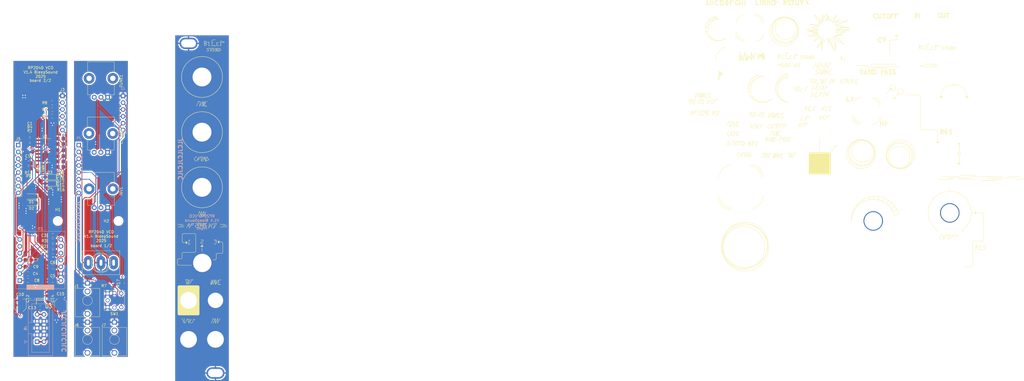
<source format=kicad_pcb>
(kicad_pcb (version 20240108) (generator "pcbnew") (generator_version "8.0")
  (layers (0 "F.Cu" signal) (31 "B.Cu" signal) (34 "B.Paste" user) (35 "F.Paste" user) (36 "B.SilkS" user "B.Silkscreen") (37 "F.SilkS" user "F.Silkscreen") (38 "B.Mask" user) (39 "F.Mask" user) (44 "Edge.Cuts" user))
  (net 0 "")
  (net 1 "GND")
  (net 2 "+12V")
  (net 3 "-12V")
  (net 5 "/Tune")
  (net 6 "/Chord")
  (net 7 "/V{slash}oct")
  (net 8 "+5V")
  (net 9 "+3V3")
  (net 10 "/Inv")
  (net 11 "/OutJack")
  (net 12 "/ChordPot")
  (net 13 "/InvPot")
  (net 14 "/V{slash}octJack")
  (net 15 "/InvJack")
  (net 16 "/TunePot")
  (net 17 "/Out")
  (net 18 "/Push_SW")
  (net 19 "Net-(U3-BYP)")
  (net 20 "/SW_0")
  (net 21 "/SW_1")
  (net 22 "Net-(U1A--)")
  (net 23 "Net-(U1B-+)")
  (net 24 "Net-(U1B--)")
  (net 25 "Net-(U1D--)")
  (net 29 "Net-(C1-Pad2)")
  (net 30 "Net-(C2-Pad1)")
  (net 33 "Net-(R1-Pad1)")
  (net 34 "Net-(R7-Pad1)")
  (net 35 "Net-(R12-Pad2)")
  (net 36 "Net-(R13-Pad2)")
  (net 37 "Net-(U1C--)")
  (footprint "Capacitor_SMD:CP_Elec_4x5.4" (layer "F.Cu") (at 54 127.3 90)
    (property "Reference" "C10")
    (property "Value" "10uF")
  )
  (footprint "Capacitor_SMD:CP_Elec_4x5.4" (layer "F.Cu") (at 69 127.2 -90)
    (property "Reference" "C15")
    (property "Value" "10uF")
  )
  (footprint "Kicad-perso:Thonkiconn" (layer "F.Cu") (at 89 133.6)
    (property "Reference" "J7")
    (property "Value" "Inv CV")
  )
  (footprint "Kicad-perso:Thonkiconn" (layer "F.Cu") (at 79 133.6)
    (property "Reference" "J6")
    (property "Value" "V/oct")
  )
  (footprint "Kicad-perso:Thonkiconn" (layer "F.Cu") (at 79 119.1)
    (property "Reference" "J1")
    (property "Value" "Out")
  )
  (footprint "Resistor_SMD:R_0805_2012Metric_Pad1.20x1.40mm_HandSolder" (layer "F.Cu") (at 66.1 105.4 180)
    (property "Reference" "R2")
    (property "Value" "1k")
  )
  (footprint "Kicad-perso:Pot-bourns-alpha" (layer "F.Cu") (at 86.5 50 90)
    (property "Reference" "TUNE1")
    (property "Value" "10k")
  )
  (footprint "Synth:Doepfer Mounting hole" (layer "F.Cu") (at 116.5 30)
    (property "Reference" "H3" (hide yes))
    (property "Value" "MountingHole_Pad")
  )
  (footprint "Synth:Doepfer Mounting hole" (layer "F.Cu") (at 126.5 152.5)
    (property "Reference" "H4" (hide yes))
    (property "Value" "MountingHole_Pad")
  )
  (footprint "MountingHole:MountingHole_3.2mm_M3" (layer "F.Cu") (at 68 96)
    (property "Reference" "H1")
    (property "Value" "SpacerHoles")
  )
  (footprint "Resistor_SMD:R_0805_2012Metric_Pad1.20x1.40mm_HandSolder" (layer "F.Cu") (at 69 65.4)
    (property "Reference" "R15")
    (property "Value" "22k")
  )
  (footprint "Resistor_SMD:R_0805_2012Metric_Pad1.20x1.40mm_HandSolder" (layer "F.Cu") (at 66.1 103.4 180)
    (property "Reference" "R3")
    (property "Value" "1k")
  )
  (footprint "Kicad-perso:PB01-109TL" (layer "F.Cu") (at 89 125.5)
    (property "Reference" "SW1")
    (property "Value" "SW_MEC_LOW_PROF_LED")
  )
  (footprint "Resistor_SMD:R_0805_2012Metric_Pad1.20x1.40mm_HandSolder" (layer "F.Cu") (at 69 71.9)
    (property "Reference" "R12")
    (property "Value" "10k")
  )
  (footprint "Capacitor_SMD:C_0805_2012Metric_Pad1.18x1.45mm_HandSolder" (layer "F.Cu") (at 66.1 118.1 180)
    (property "Reference" "C5")
    (property "Value" "100nF")
  )
  (footprint "Kicad-perso:D_SOD-123" (layer "F.Cu") (at 65 79.7 180)
    (property "Reference" "D3")
    (property "Value" "BAT43")
  )
  (footprint "Capacitor_SMD:C_0805_2012Metric_Pad1.18x1.45mm_HandSolder" (layer "F.Cu") (at 61.4 128.25)
    (property "Reference" "C13")
    (property "Value" "1uF")
  )
  (footprint "Capacitor_SMD:C_0805_2012Metric_Pad1.18x1.45mm_HandSolder" (layer "F.Cu") (at 56.9 115.6)
    (property "Reference" "C4")
    (property "Value" "100nF")
  )
  (footprint "Connector_PinHeader_2.54mm:PinHeader_1x06_P2.54mm_Vertical" (layer "F.Cu") (at 69.7 49.5)
    (property "Reference" "J3")
    (property "Value" "Conn_01x06_Male")
  )
  (footprint "Capacitor_SMD:C_0805_2012Metric_Pad1.18x1.45mm_HandSolder" (layer "F.Cu") (at 66.1 101.4)
    (property "Reference" "C3")
    (property "Value" "10nF")
  )
  (footprint "MountingHole:MountingHole_3.2mm_M3" (layer "F.Cu") (at 90.5 96)
    (property "Reference" "H2")
    (property "Value" "SpacerHoles")
  )
  (footprint "Resistor_SMD:R_0805_2012Metric_Pad1.20x1.40mm_HandSolder" (layer "F.Cu") (at 87.9 120.1 180)
    (property "Reference" "R7")
    (property "Value" "330R")
  )
  (footprint "Kicad-perso:D_SOD-123" (layer "F.Cu") (at 58.2 89.3 180)
    (property "Reference" "D2")
    (property "Value" "BAT43")
  )
  (footprint "Capacitor_SMD:C_0805_2012Metric_Pad1.18x1.45mm_HandSolder" (layer "F.Cu") (at 57.6 64)
    (property "Reference" "C1")
    (property "Value" "10nF")
  )
  (footprint "Resistor_SMD:R_0805_2012Metric_Pad1.20x1.40mm_HandSolder" (layer "F.Cu") (at 69 75.9 180)
    (property "Reference" "R16")
    (property "Value" "33k")
  )
  (footprint "Resistor_SMD:R_0805_2012Metric_Pad1.20x1.40mm_HandSolder" (layer "F.Cu") (at 61.5 77.5)
    (property "Reference" "R18")
    (property "Value" "10k")
  )
  (footprint "Resistor_SMD:R_0805_2012Metric_Pad1.20x1.40mm_HandSolder" (layer "F.Cu") (at 57.1 76.5)
    (property "Reference" "R9")
    (property "Value" "220k")
  )
  (footprint "Kicad-perso:SOIC-14_3.9x8.7mm_P1.27mm" (layer "F.Cu") (at 63.3 69.8)
    (property "Reference" "U1")
    (property "Value" "TL074")
  )
  (footprint "Capacitor_SMD:C_0805_2012Metric_Pad1.18x1.45mm_HandSolder" (layer "F.Cu") (at 66.1 107.5)
    (property "Reference" "C2")
    (property "Value" "10nF")
  )
  (footprint "Capacitor_SMD:C_0805_2012Metric_Pad1.18x1.45mm_HandSolder" (layer "F.Cu") (at 58.6 124.85 -90)
    (property "Reference" "C12")
    (property "Value" "2.2uF")
  )
  (footprint "Resistor_SMD:R_0805_2012Metric_Pad1.20x1.40mm_HandSolder" (layer "F.Cu") (at 57.1 74.5)
    (property "Reference" "R11")
    (property "Value" "330k")
  )
  (footprint "Resistor_SMD:R_0805_2012Metric_Pad1.20x1.40mm_HandSolder" (layer "F.Cu") (at 57.6 68)
    (property "Reference" "R1")
    (property "Value" "6.8k")
  )
  (footprint "Resistor_SMD:R_0805_2012Metric_Pad1.20x1.40mm_HandSolder" (layer "F.Cu") (at 69 73.9)
    (property "Reference" "R14")
    (property "Value" "10k")
  )
  (footprint "Capacitor_SMD:C_0805_2012Metric_Pad1.18x1.45mm_HandSolder" (layer "F.Cu") (at 69 69.7 180)
    (property "Reference" "C16")
    (property "Value" "100nF")
  )
  (footprint "Connector_PinHeader_2.54mm:PinHeader_1x08_P2.54mm_Vertical" (layer "F.Cu") (at 53.3 67.8)
    (property "Reference" "J5")
    (property "Value" "Conn_01x08_Male")
  )
  (footprint "Capacitor_SMD:C_0805_2012Metric_Pad1.18x1.45mm_HandSolder" (layer "F.Cu") (at 56.9375 113)
    (property "Reference" "C9")
    (property "Value" "10nF")
  )
  (footprint "Resistor_SMD:R_0805_2012Metric_Pad1.20x1.40mm_HandSolder" (layer "F.Cu") (at 65.9 57.1 180)
    (property "Reference" "R6")
    (property "Value" "1k")
  )
  (footprint "Kicad-perso:SW_Toggle_Blue_wSlots" (layer "F.Cu") (at 84 111.5 180)
    (property "Reference" "SW2" (hide yes))
    (property "Value" "SW_SPDT")
  )
  (footprint "Kicad-perso:Pot-bourns-alpha" (layer "F.Cu") (at 86.46 70.5 90)
    (property "Reference" "CHORD1")
    (property "Value" "10k")
  )
  (footprint "Kicad-perso:D_SOD-123" (layer "F.Cu") (at 65 82.1 180)
    (property "Reference" "D4")
    (property "Value" "BAT43")
  )
  (footprint "Resistor_SMD:R_0805_2012Metric_Pad1.20x1.40mm_HandSolder" (layer "F.Cu") (at 61.5 75.5)
    (property "Reference" "R10")
    (property "Value" "10k")
  )
  (footprint "Resistor_SMD:R_0805_2012Metric_Pad1.20x1.40mm_HandSolder" (layer "F.Cu") (at 57.6 66)
    (property "Reference" "R4")
    (property "Value" "330R")
  )
  (footprint "Capacitor_SMD:C_0805_2012Metric_Pad1.18x1.45mm_HandSolder" (layer "F.Cu") (at 57 110.5)
    (property "Reference" "C7")
    (property "Value" "100nF")
  )
  (footprint "Capacitor_SMD:C_0805_2012Metric_Pad1.18x1.45mm_HandSolder" (layer "F.Cu") (at 56.9 118.1)
    (property "Reference" "C8")
    (property "Value" "10nF")
  )
  (footprint "Kicad-perso:D_SOD-123" (layer "F.Cu") (at 58.2 86.9 180)
    (property "Reference" "D1")
    (property "Value" "BAT43")
  )
  (footprint "Resistor_SMD:R_0805_2012Metric_Pad1.20x1.40mm_HandSolder" (layer "F.Cu") (at 65.9 54.6 180)
    (property "Reference" "R5")
    (property "Value" "1k")
  )
  (footprint "Capacitor_SMD:C_0805_2012Metric_Pad1.18x1.45mm_HandSolder" (layer "F.Cu") (at 64.4 124.85 -90)
    (property "Reference" "C14")
    (property "Value" "100pF")
  )
  (footprint "Resistor_SMD:R_0805_2012Metric_Pad1.20x1.40mm_HandSolder" (layer "F.Cu") (at 91.9 119.1 90)
    (property "Reference" "R17")
    (property "Value" "10k")
  )
  (footprint "Capacitor_SMD:C_0805_2012Metric_Pad1.18x1.45mm_HandSolder" (layer "F.Cu") (at 57.6 70.2 180)
    (property "Reference" "C11")
    (property "Value" "100nF")
  )
  (footprint "Kicad-perso:Pot-bourns-alpha" (layer "F.Cu") (at 86.5 91.05 90)
    (property "Reference" "INV1")
    (property "Value" "10k")
  )
  (footprint "Resistor_SMD:R_0805_2012Metric_Pad1.20x1.40mm_HandSolder" (layer "F.Cu") (at 65.9 52.1 180)
    (property "Reference" "R8")
    (property "Value" "10k")
  )
  (footprint "Capacitor_SMD:C_0805_2012Metric_Pad1.18x1.45mm_HandSolder" (layer "F.Cu") (at 66.1 113 180)
    (property "Reference" "C6")
    (property "Value" "10uF")
  )
  (footprint "Kicad-perso:SOT95P282X130-5N" (layer "F.Cu") (at 61.5 125.05 90)
    (property "Reference" "U3")
    (property "Value" "AP2210K-5.0TRG1" (hide yes))
  )
  (footprint "Resistor_SMD:R_0805_2012Metric_Pad1.20x1.40mm_HandSolder" (layer "F.Cu") (at 69 67.4)
    (property "Reference" "R13")
    (property "Value" "10k")
  )
  (footprint "Connector_PinSocket_2.54mm:PinSocket_1x06_P2.54mm_Vertical" (layer "B.Cu") (at 92.2 49.5 180)
    (property "Reference" "J2")
    (property "Value" "Conn_01x06_Female")
  )
  (footprint "Connector_IDC:IDC-Header_2x05_P2.54mm_Vertical" (layer "B.Cu") (at 60.3 140.88)
    (property "Reference" "J8")
    (property "Value" "Power Input")
  )
  (footprint "Connector_PinSocket_2.54mm:PinSocket_1x08_P2.54mm_Vertical" (layer "B.Cu") (at 75.75 67.8 180)
    (property "Reference" "J4")
    (property "Value" "Conn_01x08_Female")
  )
  (footprint "Kicad-perso:Seed XIAO RP2040" (layer "B.Cu") (at 61.5 110.5)
    (property "Reference" "U2")
    (property "Value" "Seed_XIAO_RP2040")
  )
  (gr_line (start 123.4 29.5) (end 122.4 29.1) (stroke (width 0.12)) (layer "F.SilkS"))
  (gr_line (start 128.2 30.7) (end 128.4 30.9) (stroke (width 0.12)) (layer "F.SilkS"))
  (gr_line (start 125.5 31.8) (end 124.7 31.8) (stroke (width 0.12)) (layer "F.SilkS"))
  (gr_line (start 128.1 31.8) (end 128.5 32.6) (stroke (width 0.12)) (layer "F.SilkS"))
  (gr_line (start 315.490253 31.664932) (end 315.3 31.2) (stroke (width 0.12)) (layer "F.SilkS"))
  (gr_line (start 331.6 66) (end 330.8 65.7) (stroke (width 0.12)) (layer "F.SilkS"))
  (gr_line (start 328.45 34.45) (end 328.45 33.65) (stroke (width 0.12)) (layer "F.SilkS"))
  (gr_line (start 327.225 61.75) (end 326.775 60.4) (stroke (width 0.12)) (layer "F.SilkS"))
  (gr_line (start 126.925 96.975) (end 125.875 98.725) (stroke (width 0.12)) (layer "F.SilkS"))
  (gr_line (start 123.15 53.35) (end 122.95 53.15) (stroke (width 0.12)) (layer "F.SilkS"))
  (gr_arc (start 364.15 43.75) (mid 364.267157 43.467157) (end 364.55 43.35) (stroke (width 0.12)) (layer "F.SilkS"))
  (gr_line (start 426.5 80.5) (end 423.5 80.5) (stroke (width 0.12)) (layer "F.SilkS"))
  (gr_line (start 343.45 38.15) (end 343.55 38.05) (stroke (width 0.12)) (layer "F.SilkS"))
  (gr_line (start 339.75 15.75) (end 339.05 15.75) (stroke (width 0.12)) (layer "F.SilkS"))
  (gr_line (start 344.6 59.4) (end 344.5 59.4) (stroke (width 0.12)) (layer "F.SilkS"))
  (gr_line (start 349.75 49.85) (end 349.55 50.05) (stroke (width 0.12)) (layer "F.SilkS"))
  (gr_line (start 372.1 28.65) (end 372.7 29.55) (stroke (width 0.12)) (layer "F.SilkS"))
  (gr_line (start 343.05 38.15) (end 343.15 38.05) (stroke (width 0.12)) (layer "F.SilkS"))
  (gr_line (start 309.85 50.9) (end 309.05 52.5) (stroke (width 0.12)) (layer "F.SilkS"))
  (gr_line (start 320.975 62.8) (end 320.875 62.8) (stroke (width 0.12)) (layer "F.SilkS"))
  (gr_line (start 327.55 34.25) (end 328.05 36.15) (stroke (width 0.12)) (layer "F.SilkS"))
  (gr_line (start 125.1 119.6) (end 126.1 117.9) (stroke (width 0.12)) (layer "F.SilkS"))
  (gr_arc (start 332.769006 50.73996) (mid 324.72999 49.155782) (end 327.954039 41.623126) (stroke (width 0.12)) (layer "F.SilkS"))
  (gr_line (start 314.75 14.05) (end 313.75 14.05) (stroke (width 0.12)) (layer "F.SilkS"))
  (gr_line (start 376.25 19.05) (end 376.65 19.65) (stroke (width 0.12)) (layer "F.SilkS"))
  (gr_line (start 375.25 19.25) (end 375.25 19.05) (stroke (width 0.12)) (layer "F.SilkS"))
  (gr_line (start 378.85 41.15) (end 378.65 41.45) (stroke (width 0.12)) (layer "F.SilkS"))
  (gr_line (start 361.9 24.3) (end 356.65 23.8) (stroke (width 0.12)) (layer "F.SilkS"))
  (gr_line (start 341.75 14.05) (end 341.95 14.05) (stroke (width 0.12)) (layer "F.SilkS"))
  (gr_line (start 305.7 51.6) (end 305.7 52.1) (stroke (width 0.12)) (layer "F.SilkS"))
  (gr_line (start 121.45 53.35) (end 121.35 53.35) (stroke (width 0.12)) (layer "F.SilkS"))
  (gr_line (start 319.95 14.05) (end 319.35 14.85) (stroke (width 0.12)) (layer "F.SilkS"))
  (gr_line (start 336.2 64.9) (end 337.1 65.3) (stroke (width 0.12)) (layer "F.SilkS"))
  (gr_line (start 353.75 39.25) (end 353.95 39.15) (stroke (width 0.12)) (layer "F.SilkS"))
  (gr_line (start 336.85 34.35) (end 336.65 34.55) (stroke (width 0.12)) (layer "F.SilkS"))
  (gr_line (start 335.4 63.4) (end 335.7 63.4) (stroke (width 0.12)) (layer "F.SilkS"))
  (gr_arc (start 325.268047 74.909208) (mid 328.376838 76.371992) (end 329.982962 79.409208) (stroke (width 0.12)) (layer "F.SilkS"))
  (gr_line (start 349.25 47.25) (end 349.95 47.25) (stroke (width 0.12)) (layer "F.SilkS"))
  (gr_line (start 353.65 48.25) (end 352.75 49.85) (stroke (width 0.12)) (layer "F.SilkS"))
  (gr_line (start 118.55 72.975) (end 119.05 73.725) (stroke (width 0.12)) (layer "F.SilkS"))
  (gr_line (start 116.15 132.6) (end 117 132.6) (stroke (width 0.12)) (layer "F.SilkS"))
  (gr_line (start 350.35 37.25) (end 350.25 37.25) (stroke (width 0.12)) (layer "F.SilkS"))
  (gr_line (start 343.05 38.15) (end 343.45 38.15) (stroke (width 0.12)) (layer "F.SilkS"))
  (gr_line (start 310.95 21.65) (end 309.75 21.25) (stroke (width 0.12)) (layer "F.SilkS"))
  (gr_circle (center 121.5 83.5) (end 129.1 83.5) (stroke (width 0.15)) (fill none) (layer "F.SilkS"))
  (gr_line (start 379.25 28.25) (end 379.25 27.25) (stroke (width 0.12)) (layer "F.SilkS"))
  (gr_line (start 350.9 27.3) (end 346.15 27.3) (stroke (width 0.12)) (layer "F.SilkS"))
  (gr_line (start 353.45 37.25) (end 353.35 39.25) (stroke (width 0.12)) (layer "F.SilkS"))
  (gr_circle (center 380.75 48) (end 380.25 47) (stroke (width 0.12)) (fill none) (layer "F.SilkS"))
  (gr_line (start 337.15 38.75) (end 336.55 38.75) (stroke (width 0.12)) (layer "F.SilkS"))
  (gr_line (start 321.85 36.35) (end 321.95 34.15) (stroke (width 0.12)) (layer "F.SilkS"))
  (gr_line (start 389.75 38.25) (end 387.75 38.25) (stroke (width 0.12)) (layer "F.SilkS"))
  (gr_line (start 398.625 101.15) (end 399.425 101.15) (stroke (width 0.12)) (layer "F.SilkS"))
  (gr_line (start 333.75 62.6) (end 333.45 64.3) (stroke (width 0.12)) (layer "F.SilkS"))
  (gr_line (start 345.9 24.8) (end 350.15 25.55) (stroke (width 0.12)) (layer "F.SilkS"))
  (gr_line (start 412.4 105) (end 412.2 104.9) (stroke (width 0.12)) (layer "F.SilkS"))
  (gr_line (start 377.05 19.25) (end 377.25 19.25) (stroke (width 0.12)) (layer "F.SilkS"))
  (gr_line (start 321.25 14.05) (end 321.25 15.75) (stroke (width 0.12)) (layer "F.SilkS"))
  (gr_line (start 328.85 34.95) (end 329.05 34.35) (stroke (width 0.12)) (layer "F.SilkS"))
  (gr_line (start 124.275 96.925) (end 123.975 98.625) (stroke (width 0.12)) (layer "F.SilkS"))
  (gr_line (start 311.6 56.05) (end 312.1 56.8) (stroke (width 0.12)) (layer "F.SilkS"))
  (gr_line (start 389.25 31) (end 389.45 31.2) (stroke (width 0.12)) (layer "F.SilkS"))
  (gr_line (start 122.45 51.65) (end 121.95 53.35) (stroke (width 0.12)) (layer "F.SilkS"))
  (gr_line (start 118.5 132.65) (end 117.75 133.95) (stroke (width 0.12)) (layer "F.SilkS"))
  (gr_line (start 121.5 107.4) (end 121.5 105.4) (stroke (width 0.12)) (layer "F.SilkS"))
  (gr_line (start 355.75 43.25) (end 355.75 44.95) (stroke (width 0.12)) (layer "F.SilkS"))
  (gr_arc (start 126.699999 104.3) (mid 126.55374 104.524985) (end 126.3 104.61231) (stroke (width 0.12)) (layer "F.SilkS"))
  (gr_line (start 336.15 37.65) (end 336.05 37.55) (stroke (width 0.12)) (layer "F.SilkS"))
  (gr_line (start 356.65 26.3) (end 359.15 23.8) (stroke (width 0.12)) (layer "F.SilkS"))
  (gr_line (start 320.65 14.05) (end 319.65 14.05) (stroke (width 0.12)) (layer "F.SilkS"))
  (gr_line (start 342.05 37.85) (end 341.95 37.75) (stroke (width 0.12)) (layer "F.SilkS"))
  (gr_line (start 333.85 15.45) (end 333.65 15.75) (stroke (width 0.12)) (layer "F.SilkS"))
  (gr_line (start 396.35 20.25) (end 397.15 20.25) (stroke (width 0.12)) (layer "F.SilkS"))
  (gr_line (start 314.55 14.25) (end 313.95 14.25) (stroke (width 0.12)) (layer "F.SilkS"))
  (gr_line (start 367.75 39.75) (end 367.15 41.45) (stroke (width 0.12)) (layer "F.SilkS"))
  (gr_line (start 376.65 20.45) (end 376.45 20.75) (stroke (width 0.12)) (layer "F.SilkS"))
  (gr_line (start 338.75 43.15) (end 337.85 41.05) (stroke (width 0.12)) (layer "F.SilkS"))
  (gr_line (start 128.4 30.9) (end 128.4 30.7) (stroke (width 0.12)) (layer "F.SilkS"))
  (gr_line (start 318.9 64.5) (end 318.8 64.5) (stroke (width 0.12)) (layer "F.SilkS"))
  (gr_line (start 317.3 67.4) (end 316.5 68) (stroke (width 0.12)) (layer "F.SilkS"))
  (gr_line (start 332.85 14.35) (end 332.85 15.45) (stroke (width 0.12)) (layer "F.SilkS"))
  (gr_line (start 316.5 68) (end 316.5 67.8) (stroke (width 0.12)) (layer "F.SilkS"))
  (gr_line (start 361.15 21.55) (end 356.65 23.3) (stroke (width 0.12)) (layer "F.SilkS"))
  (gr_line (start 310.45 52.55) (end 310.55 52.4) (stroke (width 0.12)) (layer "F.SilkS"))
  (gr_line (start 321.05 14.15) (end 321.25 14.05) (stroke (width 0.12)) (layer "F.SilkS"))
  (gr_line (start 351.75 37.25) (end 351.65 37.25) (stroke (width 0.12)) (layer "F.SilkS"))
  (gr_line (start 351.75 48.25) (end 351.45 48.85) (stroke (width 0.12)) (layer "F.SilkS"))
  (gr_line (start 351.05 48.25) (end 350.35 49.85) (stroke (width 0.12)) (layer "F.SilkS"))
  (gr_line (start 129.8 29.5) (end 128.4 29.9) (stroke (width 0.12)) (layer "F.SilkS"))
  (gr_line (start 338.05 35.75) (end 339.25 35.75) (stroke (width 0.12)) (layer "F.SilkS"))
  (gr_line (start 393.65 32.4) (end 393.65 32.2) (stroke (width 0.12)) (layer "F.SilkS"))
  (gr_line (start 324.725 60.05) (end 324.625 60.05) (stroke (width 0.12)) (layer "F.SilkS"))
  (gr_line (start 337.55 14.05) (end 337.55 15.75) (stroke (width 0.12)) (layer "F.SilkS"))
  (gr_line (start 335.25 33.95) (end 335.25 35.75) (stroke (width 0.12)) (layer "F.SilkS"))
  (gr_line (start 349.15 43.25) (end 348.75 44.95) (stroke (width 0.12)) (layer "F.SilkS"))
  (gr_arc (start 370.25 50.05) (mid 372.37132 50.92868) (end 373.25 53.05) (stroke (width 0.12)) (layer "F.SilkS"))
  (gr_line (start 390.45 30.6) (end 390.45 32.4) (stroke (width 0.12)) (layer "F.SilkS"))
  (gr_line (start 374 27.85) (end 374.7 29.55) (stroke (width 0.12)) (layer "F.SilkS"))
  (gr_line (start 377.05 19.05) (end 377.25 19.05) (stroke (width 0.12)) (layer "F.SilkS"))
  (gr_line (start 314.75 41.25) (end 313.95 41.95) (stroke (width 0.12)) (layer "F.SilkS"))
  (gr_line (start 127.3 108) (end 128.7 108) (stroke (width 0.12)) (layer "F.SilkS"))
  (gr_line (start 335.35 14.65) (end 334.35 15.05) (stroke (width 0.12)) (layer "F.SilkS"))
  (gr_line (start 311.55 14.85) (end 312.15 15.75) (stroke (width 0.12)) (layer "F.SilkS"))
  (gr_line (start 397.45 31.2) (end 397.45 32.4) (stroke (width 0.12)) (layer "F.SilkS"))
  (gr_line (start 373.55 41.45) (end 373.55 39.75) (stroke (width 0.12)) (layer "F.SilkS"))
  (gr_line (start 335.25 49.65) (end 335.55 49.45) (stroke (width 0.12)) (layer "F.SilkS"))
  (gr_line (start 324.15 70.6) (end 324.5 71.15) (stroke (width 0.12)) (layer "F.SilkS"))
  (gr_line (start 116.615 117.8) (end 116.315 119.5) (stroke (width 0.12)) (layer "F.SilkS"))
  (gr_line (start 338.65 38.15) (end 338.75 38.05) (stroke (width 0.12)) (layer "F.SilkS"))
  (gr_line (start 316.3 63.6) (end 316.8 64.5) (stroke (width 0.12)) (layer "F.SilkS"))
  (gr_line (start 349 53.4) (end 348 54) (stroke (width 0.12)) (layer "F.SilkS"))
  (gr_line (start 128.2 119.6) (end 128 119.8) (stroke (width 0.12)) (layer "F.SilkS"))
  (gr_line (start 340.65 14.05) (end 340.15 14.05) (stroke (width 0.12)) (layer "F.SilkS"))
  (gr_line (start 354.65 37.25) (end 353.75 39.25) (stroke (width 0.12)) (layer "F.SilkS"))
  (gr_line (start 340.65 15.75) (end 340.85 15.75) (stroke (width 0.12)) (layer "F.SilkS"))
  (gr_line (start 364.15 44.15) (end 364.45 44.15) (stroke (width 0.12)) (layer "F.SilkS"))
  (gr_line (start 304.6 50.8) (end 304.6 51) (stroke (width 0.12)) (layer "F.SilkS"))
  (gr_line (start 302.3 50.8) (end 302.3 52.5) (stroke (width 0.12)) (layer "F.SilkS"))
  (gr_line (start 409.3 106.1) (end 409.1 106.6) (stroke (width 0.12)) (layer "F.SilkS"))
  (gr_line (start 374.55 19.25) (end 374.75 19.25) (stroke (width 0.12)) (layer "F.SilkS"))
  (gr_line (start 123.975 98.625) (end 124.975 96.925) (stroke (width 0.12)) (layer "F.SilkS"))
  (gr_line (start 351.9 53.4) (end 351.8 55) (stroke (width 0.12)) (layer "F.SilkS"))
  (gr_line (start 352.65 47.25) (end 352.85 47.15) (stroke (width 0.12)) (layer "F.SilkS"))
  (gr_line (start 363.5 91.7) (end 363.6 91.9) (stroke (width 0.12)) (layer "F.SilkS"))
  (gr_line (start 369.75 41.45) (end 369.75 40.65) (stroke (width 0.12)) (layer "F.SilkS"))
  (gr_line (start 346.55 15.65) (end 346.55 15.35) (stroke (width 0.12)) (layer "F.SilkS"))
  (gr_line (start 336.15 50.35) (end 335.95 50.55) (stroke (width 0.12)) (layer "F.SilkS"))
  (gr_line (start 349.65 43.25) (end 349.25 44.95) (stroke (width 0.12)) (layer "F.SilkS"))
  (gr_line (start 319.25 66.3) (end 318.95 68) (stroke (width 0.12)) (layer "F.SilkS"))
  (gr_line (start 395.225 102.1) (end 395.725 102.85) (stroke (width 0.12)) (layer "F.SilkS"))
  (gr_line (start 399.25 63.05) (end 399.15 62.85) (stroke (width 0.12)) (layer "F.SilkS"))
  (gr_line (start 126.8 109.9) (end 126.8 108.5) (stroke (width 0.12)) (layer "F.SilkS"))
  (gr_line (start 318.1 62.7) (end 318 64.5) (stroke (width 0.12)) (layer "F.SilkS"))
  (gr_line (start 334.45 61.7) (end 334.7 60) (stroke (width 0.12)) (layer "F.SilkS"))
  (gr_line (start 346 57) (end 346.9 57.4) (stroke (width 0.12)) (layer "F.SilkS"))
  (gr_line (start 309.7 48.85) (end 309.5 50.15) (stroke (width 0.12)) (layer "F.SilkS"))
  (gr_line (start 337.15 37.55) (end 337.05 37.45) (stroke (width 0.12)) (layer "F.SilkS"))
  (gr_line (start 397.55 63.75) (end 398.15 63.75) (stroke (width 0.12)) (layer "F.SilkS"))
  (gr_line (start 303.7 52.5) (end 303.9 52.5) (stroke (width 0.12)) (layer "F.SilkS"))
  (gr_line (start 332.8 62.6) (end 333.5 62.6) (stroke (width 0.12)) (layer "F.SilkS"))
  (gr_line (start 379.35 19.85) (end 379.35 19.65) (stroke (width 0.12)) (layer "F.SilkS"))
  (gr_line (start 336.55 38.75) (end 336.45 38.65) (stroke (width 0.12)) (layer "F.SilkS"))
  (gr_line (start 371.85 19.25) (end 372.05 19.05) (stroke (width 0.12)) (layer "F.SilkS"))
  (gr_line (start 408.7 93) (end 411.113389 93) (stroke (width 0.12)) (layer "F.SilkS"))
  (gr_line (start 398.85 18.75) (end 398.35 18.75) (stroke (width 0.12)) (layer "F.SilkS"))
  (gr_line (start 338.55 14.75) (end 337.55 15.05) (stroke (width 0.12)) (layer "F.SilkS"))
  (gr_arc (start 314.088868 32.414931) (mid 314.564928 31.620202) (end 315.490253 31.664932) (stroke (width 0.12)) (layer "F.SilkS"))
  (gr_line (start 387.65 30.6) (end 387.65 32.4) (stroke (width 0.12)) (layer "F.SilkS"))
  (gr_line (start 121.1 103.8) (end 121.1 104.3) (stroke (width 0.12)) (layer "F.SilkS"))
  (gr_line (start 365.85 39.75) (end 366.05 39.75) (stroke (width 0.12)) (layer "F.SilkS"))
  (gr_line (start 328.1 56.4) (end 328.1 56.9) (stroke (width 0.12)) (layer "F.SilkS"))
  (gr_line (start 335.5 56.2) (end 334.9 55.9) (stroke (width 0.12)) (layer "F.SilkS"))
  (gr_line (start 127.6 118.7) (end 127.9 118.7) (stroke (width 0.12)) (layer "F.SilkS"))
  (gr_line (start 378.65 41.25) (end 378.25 40.75) (stroke (width 0.12)) (layer "F.SilkS"))
  (gr_circle (center 337.55 25.55) (end 339.55 30.55) (stroke (width 0.12)) (fill none) (layer "F.SilkS"))
  (gr_line (start 315.05 14.95) (end 314.45 14.05) (stroke (width 0.12)) (layer "F.SilkS"))
  (gr_line (start 304.35 55.05) (end 305.25 55.05) (stroke (width 0.12)) (layer "F.SilkS"))
  (gr_line (start 351.75 49.85) (end 351.75 49.65) (stroke (width 0.12)) (layer "F.SilkS"))
  (gr_line (start 311.95 21.15) (end 310.95 20.45) (stroke (width 0.12)) (layer "F.SilkS"))
  (gr_line (start 114.9 133.95) (end 114.9 132.25) (stroke (width 0.12)) (layer "F.SilkS"))
  (gr_line (start 312.15 14.05) (end 311.55 14.85) (stroke (width 0.12)) (layer "F.SilkS"))
  (gr_line (start 344.65 34.55) (end 343.65 34.75) (stroke (width 0.12)) (layer "F.SilkS"))
  (gr_line (start 378.65 19.05) (end 378.85 19.05) (stroke (width 0.12)) (layer "F.SilkS"))
  (gr_line (start 334.95 47.25) (end 334.35 47.25) (stroke (width 0.12)) (layer "F.SilkS"))
  (gr_line (start 338.35 14.45) (end 338.35 14.55) (stroke (width 0.12)) (layer "F.SilkS"))
  (gr_line (start 318.95 68) (end 319.95 66.3) (stroke (width 0.12)) (layer "F.SilkS"))
  (gr_line (start 114.6 107.646476) (end 118.646476 107.646476) (stroke (width 0.12)) (layer "F.SilkS"))
  (gr_line (start 396.075 101.15) (end 395.225 102.1) (stroke (width 0.12)) (layer "F.SilkS"))
  (gr_line (start 378.65 41.25) (end 377.85 41.25) (stroke (width 0.12)) (layer "F.SilkS"))
  (gr_line (start 373.55 41.45) (end 373.75 41.45) (stroke (width 0.12)) (layer "F.SilkS"))
  (gr_line (start 329.55 15.75) (end 329.55 14.05) (stroke (width 0.12)) (layer "F.SilkS"))
  (gr_line (start 120.3 72.15) (end 119.4 73.75) (stroke (width 0.12)) (layer "F.SilkS"))
  (gr_line (start 376.45 41.25) (end 376.55 41.45) (stroke (width 0.12)) (layer "F.SilkS"))
  (gr_line (start 315.85 14.55) (end 315.85 15.25) (stroke (width 0.12)) (layer "F.SilkS"))
  (gr_line (start 374.95 60.65) (end 375.15 60.65) (stroke (width 0.12)) (layer "F.SilkS"))
  (gr_line (start 115.415 117.8) (end 116.315 117.8) (stroke (width 0.12)) (layer "F.SilkS"))
  (gr_poly (pts (xy 404.87 49.74) (xy 405.87 49.74) (xy 405.37 50.24)) (stroke (width 0.1)) (fill solid) (layer "F.SilkS"))
  (gr_line (start 306.1 50.15) (end 305.6 48.45) (stroke (width 0.12)) (layer "F.SilkS"))
  (gr_line (start 118.175 97.475) (end 117.375 97.475) (stroke (width 0.12)) (layer "F.SilkS"))
  (gr_line (start 326.75 33.45) (end 327.55 34.25) (stroke (width 0.12)) (layer "F.SilkS"))
  (gr_line (start 347.85 43.25) (end 347.75 43.25) (stroke (width 0.12)) (layer "F.SilkS"))
  (gr_line (start 355 53.4) (end 354.9 53.4) (stroke (width 0.12)) (layer "F.SilkS"))
  (gr_line (start 126.45 132.25) (end 126.45 133.95) (stroke (width 0.12)) (layer "F.SilkS"))
  (gr_line (start 317.55 59.15) (end 318.35 59.15) (stroke (width 0.12)) (layer "F.SilkS"))
  (gr_arc (start 338.855395 51.926051) (mid 335.026544 47.343156) (end 338.45 42.45) (stroke (width 0.12)) (layer "F.SilkS"))
  (gr_line (start 355.75 44.95) (end 356.55 43.25) (stroke (width 0.12)) (layer "F.SilkS"))
  (gr_line (start 127.1 31.8) (end 126.3 33) (stroke (width 0.12)) (layer "F.SilkS"))
  (gr_line (start 125.6 28.7) (end 126.4 28.7) (stroke (width 0.12)) (layer "F.SilkS"))
  (gr_line (start 320.75 36.45) (end 321.05 33.25) (stroke (width 0.12)) (layer "F.SilkS"))
  (gr_line (start 335.25 38.75) (end 335.15 38.65) (stroke (width 0.12)) (layer "F.SilkS"))
  (gr_line (start 342.95 15.25) (end 342.75 15.75) (stroke (width 0.12)) (layer "F.SilkS"))
  (gr_line (start 117.5 132.6) (end 117 133.25) (stroke (width 0.12)) (layer "F.SilkS"))
  (gr_line (start 123.15 53.35) (end 122.95 53.55) (stroke (width 0.12)) (layer "F.SilkS"))
  (gr_line (start 341.75 15.25) (end 341.95 15.75) (stroke (width 0.12)) (layer "F.SilkS"))
  (gr_line (start 316.5 68) (end 316.7 68) (stroke (width 0.12)) (layer "F.SilkS"))
  (gr_line (start 325.6 55.6) (end 325.4 55.5) (stroke (width 0.12)) (layer "F.SilkS"))
  (gr_arc (start 332.75 50.75) (mid 325.294471 48.62054) (end 329.954039 42.423126) (stroke (width 0.12)) (layer "F.SilkS"))
  (gr_line (start 376.15 59.45) (end 376.15 59.55) (stroke (width 0.12)) (layer "F.SilkS"))
  (gr_arc (start 336.5 71.3) (mid 336.617157 71.017157) (end 336.9 70.9) (stroke (width 0.12)) (layer "F.SilkS"))
  (gr_line (start 335.3 62.6) (end 335.2 62.6) (stroke (width 0.12)) (layer "F.SilkS"))
  (gr_line (start 339.65 72.5) (end 339.15 70.8) (stroke (width 0.12)) (layer "F.SilkS"))
  (gr_line (start 343.65 35.75) (end 343.65 35.55) (stroke (width 0.12)) (layer "F.SilkS"))
  (gr_line (start 325.6 55.6) (end 325.2 56.3) (stroke (width 0.12)) (layer "F.SilkS"))
  (gr_line (start 371.95 40.65) (end 371.35 39.75) (stroke (width 0.12)) (layer "F.SilkS"))
  (gr_line (start 337.95 14.95) (end 338.45 15.75) (stroke (width 0.12)) (layer "F.SilkS"))
  (gr_line (start 371.05 19.05) (end 370.45 19.85) (stroke (width 0.12)) (layer "F.SilkS"))
  (gr_line (start 342.9 47.85) (end 342.4 46.15) (stroke (width 0.12)) (layer "F.SilkS"))
  (gr_line (start 373.35 58.95) (end 373.35 60.65) (stroke (width 0.12)) (layer "F.SilkS"))
  (gr_line (start 320.7 60.9) (end 320.5 61.1) (stroke (width 0.12)) (layer "F.SilkS"))
  (gr_line (start 303.4 55.05) (end 302.55 56.7) (stroke (width 0.12)) (layer "F.SilkS"))
  (gr_line (start 316.75 15.55) (end 316.85 15.75) (stroke (width 0.12)) (layer "F.SilkS"))
  (gr_line (start 340.85 14.25) (end 341.35 14.25) (stroke (width 0.12)) (layer "F.SilkS"))
  (gr_line (start 335.7 70.9) (end 335.4 72.6) (stroke (width 0.12)) (layer "F.SilkS"))
  (gr_line (start 349 53.4) (end 349 53.6) (stroke (width 0.12)) (layer "F.SilkS"))
  (gr_line (start 358.15 21.05) (end 355.65 22.05) (stroke (width 0.12)) (layer "F.SilkS"))
  (gr_line (start 416.5 81) (end 410.5 81) (stroke (width 0.12)) (layer "F.SilkS"))
  (gr_line (start 127.7 31.8) (end 127.5 31.8) (stroke (width 0.12)) (layer "F.SilkS"))
  (gr_line (start 376.55 39.75) (end 376.35 40.05) (stroke (width 0.12)) (layer "F.SilkS"))
  (gr_line (start 395.55 63.75) (end 395.55 62.05) (stroke (width 0.12)) (layer "F.SilkS"))
  (gr_line (start 394.85 19.05) (end 395.05 18.75) (stroke (width 0.12)) (layer "F.SilkS"))
  (gr_line (start 399.85 63.45) (end 399.45 62.95) (stroke (width 0.12)) (layer "F.SilkS"))
  (gr_circle (center 380.669886 71.25) (end 378.669886 66.25) (stroke (width 0.12)) (fill none) (layer "F.SilkS"))
  (gr_line (start 324.35 34.75) (end 324.45 35.55) (stroke (width 0.12)) (layer "F.SilkS"))
  (gr_line (start 332.45 64.9) (end 331.65 66.5) (stroke (width 0.12)) (layer "F.SilkS"))
  (gr_line (start 323.45 36.35) (end 323.25 33.85) (stroke (width 0.12)) (layer "F.SilkS"))
  (gr_line (start 339 66.5) (end 339.2 66.5) (stroke (width 0.12)) (layer "F.SilkS"))
  (gr_line (start 339.85 34.55) (end 339.85 35.75) (stroke (width 0.12)) (layer "F.SilkS"))
  (gr_line (start 319.85 15.55) (end 320.45 15.55) (stroke (width 0.12)) (layer "F.SilkS"))
  (gr_arc (start 335.5 63) (mid 335.617157 62.717157) (end 335.9 62.6) (stroke (width 0.12)) (layer "F.SilkS"))
  (gr_line (start 305.7 52.1) (end 306.5 52.5) (stroke (width 0.12)) (layer "F.SilkS"))
  (gr_line (start 313.25 20.95) (end 312.136612 20.021173) (stroke (width 0.12)) (layer "F.SilkS"))
  (gr_arc (start 324.768047 75.453558) (mid 327.876838 76.916342) (end 329.482962 79.953558) (stroke (width 0.12)) (layer "F.SilkS"))
  (gr_line (start 359.25 43.25) (end 359.25 43.45) (stroke (width 0.12)) (layer "F.SilkS"))
  (gr_line (start 316.8 64.5) (end 317.15 64) (stroke (width 0.12)) (layer "F.SilkS"))
  (gr_line (start 333.6 66.5) (end 334.7 66) (stroke (width 0.12)) (layer "F.SilkS"))
  (gr_line (start 306.5 48.45) (end 306.1 50.15) (stroke (width 0.12)) (layer "F.SilkS"))
  (gr_line (start 340.85 14.05) (end 340.85 15.75) (stroke (width 0.12)) (layer "F.SilkS"))
  (gr_line (start 303.7 52.5) (end 303.7 52.3) (stroke (width 0.12)) (layer "F.SilkS"))
  (gr_line (start 336 55.9) (end 335.9 55.9) (stroke (width 0.12)) (layer "F.SilkS"))
  (gr_line (start 119.775 96.975) (end 119.775 97.475) (stroke (width 0.12)) (layer "F.SilkS"))
  (gr_line (start 331.9 55.9) (end 331.5 57.6) (stroke (width 0.12)) (layer "F.SilkS"))
  (gr_line (start 354.3 53.4) (end 354.2 53.4) (stroke (width 0.12)) (layer "F.SilkS"))
  (gr_line (start 410.5 105) (end 410.9 105) (stroke (width 0.12)) (layer "F.SilkS"))
  (gr_line (start 312.35 15.55) (end 312.95 15.55) (stroke (width 0.12)) (layer "F.SilkS"))
  (gr_line (start 351.75 49.85) (end 351.95 49.75) (stroke (width 0.12)) (layer "F.SilkS"))
  (gr_line (start 338.9 65.4) (end 339.8 65.9) (stroke (width 0.12)) (layer "F.SilkS"))
  (gr_line (start 328.669006 42.53996) (end 327.169006 41.93996) (stroke (width 0.12)) (layer "F.SilkS"))
  (gr_circle (center 322.727312 105.442093) (end 326.927312 112.842093) (stroke (width 0.12)) (fill none) (layer "F.SilkS"))
  (gr_line (start 345.3 58.6) (end 345.2 58.4) (stroke (width 0.12)) (layer "F.SilkS"))
  (gr_line (start 334.15 14.05) (end 334.35 14.05) (stroke (width 0.12)) (layer "F.SilkS"))
  (gr_line (start 390.45 31.2) (end 390.85 31.2) (stroke (width 0.12)) (layer "F.SilkS"))
  (gr_arc (start 315.810738 28.022885) (mid 308.740704 26.424839) (end 312.136612 20.021173) (stroke (width 0.12)) (layer "F.SilkS"))
  (gr_line (start 318.65 14.05) (end 317.65 14.05) (stroke (width 0.12)) (layer "F.SilkS"))
  (gr_poly (pts (xy 127.325 103.8) (xy 127.825 103.3) (xy 127.825 104.3)) (stroke (width 0.1)) (fill solid) (layer "F.SilkS"))
  (gr_poly (pts (xy 354.75 78.625) (xy 346.75 78.625) (xy 346.75 70.625) (xy 354.75 70.625)) (stroke (width 0.1)) (fill solid) (layer "F.SilkS"))
  (gr_line (start 337.1 55.9) (end 337.5 55.9) (stroke (width 0.12)) (layer "F.SilkS"))
  (gr_line (start 351.25 39.65) (end 350.35 41.65) (stroke (width 0.12)) (layer "F.SilkS"))
  (gr_line (start 340.65 14.25) (end 340.85 14.25) (stroke (width 0.12)) (layer "F.SilkS"))
  (gr_line (start 338.95 15.55) (end 339.05 15.75) (stroke (width 0.12)) (layer "F.SilkS"))
  (gr_line (start 120.775 98.575) (end 120.175 98.575) (stroke (width 0.12)) (layer "F.SilkS"))
  (gr_line (start 393.65 30.6) (end 393.65 32.4) (stroke (width 0.12)) (layer "F.SilkS"))
  (gr_line (start 329.969006 42.43996) (end 327.954039 41.623126) (stroke (width 0.12)) (layer "F.SilkS"))
  (gr_line (start 336.2 64.9) (end 335.5 66.5) (stroke (width 0.12)) (layer "F.SilkS"))
  (gr_line (start 336.2 72.6) (end 336.9 72.6) (stroke (width 0.12)) (layer "F.SilkS"))
  (gr_line (start 121.275 96.825) (end 121.225 97.625) (stroke (width 0.12)) (layer "F.SilkS"))
  (gr_line (start 352.15 39.65) (end 352.05 39.65) (stroke (width 0.12)) (layer "F.SilkS"))
  (gr_line (start 130.625 98.25) (end 128.225 98.25) (stroke (width 0.12)) (layer "F.SilkS"))
  (gr_line (start 348.05 34.55) (end 347.85 34.55) (stroke (width 0.12)) (layer "F.SilkS"))
  (gr_line (start 126.9 33) (end 127.7 31.8) (stroke (width 0.12)) (layer "F.SilkS"))
  (gr_line (start 324.05 35.35) (end 324.35 34.75) (stroke (width 0.12)) (layer "F.SilkS"))
  (gr_line (start 327 55.6) (end 326 56.2) (stroke (width 0.12)) (layer "F.SilkS"))
  (gr_line (start 124 30.9) (end 124.6 30.9) (stroke (width 0.12)) (layer "F.SilkS"))
  (gr_line (start 362.75 44.25) (end 363.25 44.55) (stroke (width 0.12)) (layer "F.SilkS"))
  (gr_line (start 118.475 96.875) (end 118.175 97.475) (stroke (width 0.12)) (layer "F.SilkS"))
  (gr_line (start 394.85 19.35) (end 395.25 18.75) (stroke (width 0.12)) (layer "F.SilkS"))
  (gr_line (start 398.15 63.05) (end 397.25 63.05) (stroke (width 0.12)) (layer "F.SilkS"))
  (gr_line (start 119.146476 107.146476) (end 119.146476 106.446476) (stroke (width 0.12)) (layer "F.SilkS"))
  (gr_line (start 411.6 93.5) (end 411.6 103) (stroke (width 0.12)) (layer "F.SilkS"))
  (gr_arc (start 114.671476 104.046476) (mid 114.317948 103.900002) (end 114.171476 103.546476) (stroke (width 0.12)) (layer "F.SilkS"))
  (gr_line (start 112.9 110.046476) (end 113.6 110.046476) (stroke (width 0.12)) (layer "F.SilkS"))
  (gr_line (start 358.75 36.25) (end 358.75 34.75) (stroke (width 0.12)) (layer "F.SilkS"))
  (gr_line (start 343.9 48.1) (end 344 48) (stroke (width 0.12)) (layer "F.SilkS"))
  (gr_line (start 350.35 39.65) (end 350.35 39.85) (stroke (width 0.12)) (layer "F.SilkS"))
  (gr_line (start 343.65 14.05) (end 344.05 15.15) (stroke (width 0.12)) (layer "F.SilkS"))
  (gr_line (start 336.55 37.55) (end 336.55 38.15) (stroke (width 0.12)) (layer "F.SilkS"))
  (gr_line (start 342.55 37.55) (end 342.45 37.45) (stroke (width 0.12)) (layer "F.SilkS"))
  (gr_line (start 339.25 35.75) (end 339.05 35.95) (stroke (width 0.12)) (layer "F.SilkS"))
  (gr_line (start 351.4 22.05) (end 351.65 19.3) (stroke (width 0.12)) (layer "F.SilkS"))
  (gr_line (start 343.85 37.55) (end 343.95 37.45) (stroke (width 0.12)) (layer "F.SilkS"))
  (gr_arc (start 373.25 57.05) (mid 372.37132 59.17132) (end 370.25 60.05) (stroke (width 0.12)) (layer "F.SilkS"))
  (gr_line (start 112.4 111.946476) (end 112.4 110.546476) (stroke (width 0.12)) (layer "F.SilkS"))
  (gr_line (start 363.25 44.55) (end 363.25 44.95) (stroke (width 0.12)) (layer "F.SilkS"))
  (gr_line (start 337.15 38.15) (end 337.15 38.75) (stroke (width 0.12)) (layer "F.SilkS"))
  (gr_line (start 315.85 15.25) (end 316.25 15.75) (stroke (width 0.12)) (layer "F.SilkS"))
  (gr_line (start 335.9 62.6) (end 336.3 62.6) (stroke (width 0.12)) (layer "F.SilkS"))
  (gr_line (start 115.915 119.5) (end 115.415 117.8) (stroke (width 0.12)) (layer "F.SilkS"))
  (gr_line (start 387.45 20.55) (end 387.45 19.75) (stroke (width 0.12)) (layer "F.SilkS"))
  (gr_line (start 337.55 14.25) (end 338.35 14.45) (stroke (width 0.12)) (layer "F.SilkS"))
  (gr_line (start 336.3 60) (end 337.35 60) (stroke (width 0.12)) (layer "F.SilkS"))
  (gr_line (start 378.25 19.05) (end 377.25 19.05) (stroke (width 0.12)) (layer "F.SilkS"))
  (gr_line (start 324.269006 47.93996) (end 325.069006 47.83996) (stroke (width 0.12)) (layer "F.SilkS"))
  (gr_line (start 371.25 19.25) (end 371.85 19.25) (stroke (width 0.12)) (layer "F.SilkS"))
  (gr_line (start 338.05 38.15) (end 338.65 38.15) (stroke (width 0.12)) (layer "F.SilkS"))
  (gr_line (start 122.225 96.875) (end 122.825 96.875) (stroke (width 0.12)) (layer "F.SilkS"))
  (gr_line (start 418.5 80.5) (end 414.5 80.5) (stroke (width 0.12)) (layer "F.SilkS"))
  (gr_line (start 330.75 72.5) (end 331.55 70.8) (stroke (width 0.12)) (layer "F.SilkS"))
  (gr_arc (start 400.95 45.45) (mid 404.06395 46.668738) (end 405.363118 49.75) (stroke (width 0.12)) (layer "F.SilkS"))
  (gr_line (start 333.05 15.75) (end 332.85 15.45) (stroke (width 0.12)) (layer "F.SilkS"))
  (gr_line (start 308.95 14.65) (end 308.55 15.75) (stroke (width 0.12)) (layer "F.SilkS"))
  (gr_line (start 339.85 14.05) (end 339.05 14.05) (stroke (width 0.12)) (layer "F.SilkS"))
  (gr_line (start 328.75 15.75) (end 328.95 15.75) (stroke (width 0.12)) (layer "F.SilkS"))
  (gr_line (start 324.4 67.2) (end 325.2 66.8) (stroke (width 0.12)) (layer "F.SilkS"))
  (gr_line (start 372.65 19.05) (end 372.65 20.75) (stroke (width 0.12)) (layer "F.SilkS"))
  (gr_line (start 352.65 48.25) (end 351.75 49.85) (stroke (width 0.12)) (layer "F.SilkS"))
  (gr_line (start 407.1 90.5) (end 406.64 90.64) (stroke (width 0.12)) (layer "F.SilkS"))
  (gr_line (start 397.55 62.05) (end 398.15 62.05) (stroke (width 0.12)) (layer "F.SilkS"))
  (gr_line (start 354.45 40.45) (end 354.85 40.45) (stroke (width 0.12)) (layer "F.SilkS"))
  (gr_arc (start 114.1 108.146476) (mid 114.246476 107.792952) (end 114.6 107.646476) (stroke (width 0.12)) (layer "F.SilkS"))
  (gr_line (start 354.15 48.25) (end 353.25 49.85) (stroke (width 0.12)) (layer "F.SilkS"))
  (gr_line (start 333.7 64.9) (end 333.2 66.5) (stroke (width 0.12)) (layer "F.SilkS"))
  (gr_line (start 369.95 41.45) (end 369.75 41.45) (stroke (width 0.12)) (layer "F.SilkS"))
  (gr_line (start 126.1 103.1) (end 126.3 102.9) (stroke (width 0.12)) (layer "F.SilkS"))
  (gr_line (start 350.65 21.3) (end 350.4 23.3) (stroke (width 0.12)) (layer "F.SilkS"))
  (gr_line (start 303.2 50.8) (end 303 50.7) (stroke (width 0.12)) (layer "F.SilkS"))
  (gr_line (start 118.975 96.875) (end 119.775 96.975) (stroke (width 0.12)) (layer "F.SilkS"))
  (gr_line (start 316.75 14.25) (end 316.85 14.05) (stroke (width 0.12)) (layer "F.SilkS"))
  (gr_line (start 322.85 15.75) (end 323.05 15.75) (stroke (width 0.12)) (layer "F.SilkS"))
  (gr_line (start 319.95 59.2) (end 319.85 59.2) (stroke (width 0.12)) (layer "F.SilkS"))
  (gr_line (start 127 29.7) (end 127.8 29.7) (stroke (width 0.12)) (layer "F.SilkS"))
  (gr_line (start 397.675 101.15) (end 398.375 101.15) (stroke (width 0.12)) (layer "F.SilkS"))
  (gr_line (start 356.9 32.3) (end 355.15 28.05) (stroke (width 0.12)) (layer "F.SilkS"))
  (gr_line (start 114.671476 100.7) (end 118.646476 100.7) (stroke (width 0.12)) (layer "F.SilkS"))
  (gr_line (start 329.55 15.75) (end 329.75 15.75) (stroke (width 0.12)) (layer "F.SilkS"))
  (gr_line (start 312.9 55.15) (end 313.7 55.15) (stroke (width 0.12)) (layer "F.SilkS"))
  (gr_line (start 399 84.961611) (end 399 84) (stroke (width 0.12)) (layer "F.SilkS"))
  (gr_line (start 346.3 59.8) (end 345.1 60.1) (stroke (width 0.12)) (layer "F.SilkS"))
  (gr_line (start 375.85 19.05) (end 376.45 19.05) (stroke (width 0.12)) (layer "F.SilkS"))
  (gr_line (start 318.35 59.15) (end 317.3 60.9) (stroke (width 0.12)) (layer "F.SilkS"))
  (gr_line (start 338.9 64.9) (end 337.9 65.4) (stroke (width 0.12)) (layer "F.SilkS"))
  (gr_circle (center 380.219886 72.25) (end 377.619886 69.25) (stroke (width 0.12)) (fill none) (layer "F.SilkS"))
  (gr_line (start 344.4 46.5) (end 344.5 46.6) (stroke (width 0.12)) (layer "F.SilkS"))
  (gr_line (start 375.25 19.05) (end 374.75 19.05) (stroke (width 0.12)) (layer "F.SilkS"))
  (gr_line (start 377.75 40.05) (end 378.15 40.55) (stroke (width 0.12)) (layer "F.SilkS"))
  (gr_line (start 340.65 15.75) (end 340.65 14.05) (stroke (width 0.12)) (layer "F.SilkS"))
  (gr_line (start 349.15 41.65) (end 349.15 41.45) (stroke (width 0.12)) (layer "F.SilkS"))
  (gr_line (start 328.125 60.4) (end 327.625 61.05) (stroke (width 0.12)) (layer "F.SilkS"))
  (gr_line (start 397.75 62.05) (end 397.15 62.85) (stroke (width 0.12)) (layer "F.SilkS"))
  (gr_line (start 355.65 27.8) (end 359.9 30.55) (stroke (width 0.12)) (layer "F.SilkS"))
  (gr_line (start 118.2 132.6) (end 118.9 132.6) (stroke (width 0.12)) (layer "F.SilkS"))
  (gr_line (start 370.75 19.85) (end 371.35 20.75) (stroke (width 0.12)) (layer "F.SilkS"))
  (gr_line (start 118.975 97.675) (end 118.975 98.175) (stroke (width 0.12)) (layer "F.SilkS"))
  (gr_arc (start 122.65 52.05) (mid 122.767157 51.767157) (end 123.05 51.65) (stroke (width 0.12)) (layer "F.SilkS"))
  (gr_line (start 391.1 95.9) (end 391.54 95.74) (stroke (width 0.12)) (layer "F.SilkS"))
  (gr_line (start 125.6 110.4) (end 126.3 110.4) (stroke (width 0.12)) (layer "F.SilkS"))
  (gr_line (start 312.35 14.25) (end 312.95 14.25) (stroke (width 0.12)) (layer "F.SilkS"))
  (gr_line (start 376.15 59.55) (end 375.15 59.95) (stroke (width 0.12)) (layer "F.SilkS"))
  (gr_line (start 305.7 50.8) (end 306.5 50.9) (stroke (width 0.12)) (layer "F.SilkS"))
  (gr_arc (start 128.7 103.8) (mid 129.053524 103.946476) (end 129.2 104.3) (stroke (width 0.12)) (layer "F.SilkS"))
  (gr_line (start 339.15 37.55) (end 339.15 38.75) (stroke (width 0.12)) (layer "F.SilkS"))
  (gr_line (start 349.85 45.65) (end 350.25 45.65) (stroke (width 0.12)) (layer "F.SilkS"))
  (gr_line (start 343.05 38.75) (end 343.15 38.65) (stroke (width 0.12)) (layer "F.SilkS"))
  (gr_line (start 335.25 70.9) (end 335.15 72.6) (stroke (width 0.12)) (layer "F.SilkS"))
  (gr_line (start 322.05 15.75) (end 322.05 14.05) (stroke (width 0.12)) (layer "F.SilkS"))
  (gr_line (start 326.1 57.3) (end 326.3 57.3) (stroke (width 0.12)) (layer "F.SilkS"))
  (gr_line (start 369.75 40.65) (end 369.75 39.75) (stroke (width 0.12)) (layer "F.SilkS"))
  (gr_line (start 319.85 14.25) (end 320.45 14.25) (stroke (width 0.12)) (layer "F.SilkS"))
  (gr_line (start 128.1 31.8) (end 127.5 33) (stroke (width 0.12)) (layer "F.SilkS"))
  (gr_line (start 321.05 15.65) (end 321.05 14.15) (stroke (width 0.12)) (layer "F.SilkS"))
  (gr_line (start 373 27.85) (end 372.4 28.65) (stroke (width 0.12)) (layer "F.SilkS"))
  (gr_line (start 309.35 24.05) (end 308.45 23.85) (stroke (width 0.12)) (layer "F.SilkS"))
  (gr_line (start 398.15 20.45) (end 398.15 18.75) (stroke (width 0.12)) (layer "F.SilkS"))
  (gr_line (start 327.625 60.4) (end 327.225 61.75) (stroke (width 0.12)) (layer "F.SilkS"))
  (gr_line (start 353.7 56.8) (end 352.7 58.45) (stroke (width 0.12)) (layer "F.SilkS"))
  (gr_line (start 122.55 72.15) (end 122.9 72.7) (stroke (width 0.12)) (layer "F.SilkS"))
  (gr_line (start 341.35 38.75) (end 340.85 37.55) (stroke (width 0.12)) (layer "F.SilkS"))
  (gr_arc (start 112.4 110.546476) (mid 112.546476 110.192952) (end 112.9 110.046476) (stroke (width 0.12)) (layer "F.SilkS"))
  (gr_line (start 364 38.25) (end 368.75 38.25) (stroke (width 0.12)) (layer "F.SilkS"))
  (gr_line (start 310.65 14.85) (end 311.25 14.35) (stroke (width 0.12)) (layer "F.SilkS"))
  (gr_line (start 328.75 14.05) (end 328.95 14.05) (stroke (width 0.12)) (layer "F.SilkS"))
  (gr_line (start 394.85 19.05) (end 394.85 20.15) (stroke (width 0.12)) (layer "F.SilkS"))
  (gr_line (start 327.2 66.4) (end 327.5 68) (stroke (width 0.12)) (layer "F.SilkS"))
  (gr_line (start 342 47.85) (end 342 46.15) (stroke (width 0.12)) (layer "F.SilkS"))
  (gr_line (start 315.85 14.55) (end 316.25 14.05) (stroke (width 0.12)) (layer "F.SilkS"))
  (gr_line (start 378.25 50.5) (end 378.75 50.5) (stroke (width 0.12)) (layer "F.SilkS"))
  (gr_line (start 320.65 15.05) (end 320.25 15.05) (stroke (width 0.12)) (layer "F.SilkS"))
  (gr_line (start 353.5 53.4) (end 353.6 53.5) (stroke (width 0.12)) (layer "F.SilkS"))
  (gr_line (start 320.15 71.425) (end 320.65 72.175) (stroke (width 0.12)) (layer "F.SilkS"))
  (gr_line (start 355.15 70.025) (end 355.45 70.025) (stroke (width 0.12)) (layer "F.SilkS"))
  (gr_line (start 374.55 20.75) (end 374.75 20.75) (stroke (width 0.12)) (layer "F.SilkS"))
  (gr_line (start 335.7 66.4) (end 335.5 66.5) (stroke (width 0.12)) (layer "F.SilkS"))
  (gr_line (start 412.4 105) (end 411.4 105.6) (stroke (width 0.12)) (layer "F.SilkS"))
  (gr_line (start 309.75 22.95) (end 308.75 22.65) (stroke (width 0.12)) (layer "F.SilkS"))
  (gr_line (start 322.05 15.75) (end 322.25 15.65) (stroke (width 0.12)) (layer "F.SilkS"))
  (gr_arc (start 326.45 19.65) (mid 328.57132 20.52868) (end 329.45 22.65) (stroke (width 0.12)) (layer "F.SilkS"))
  (gr_line (start 322.75 33.25) (end 323.45 36.35) (stroke (width 0.12)) (layer "F.SilkS"))
  (gr_line (start 320.45 14.25) (end 320.65 14.05) (stroke (width 0.12)) (layer "F.SilkS"))
  (gr_line (start 357.15 19.55) (end 355.65 22.3) (stroke (width 0.12)) (layer "F.SilkS"))
  (gr_line (start 363.95 44.95) (end 364.65 44.95) (stroke (width 0.12)) (layer "F.SilkS"))
  (gr_line (start 319.35 14.85) (end 319.95 15.75) (stroke (width 0.12)) (layer "F.SilkS"))
  (gr_line (start 409 80.5) (end 402.5 80.5) (stroke (width 0.12)) (layer "F.SilkS"))
  (gr_line (start 396.45 63.75) (end 395.85 63.05) (stroke (width 0.12)) (layer "F.SilkS"))
  (gr_line (start 327.8 66.4) (end 326.75 68) (stroke (width 0.12)) (layer "F.SilkS"))
  (gr_line (start 121.95 51.65) (end 121.95 53.35) (stroke (width 0.12)) (layer "F.SilkS"))
  (gr_line (start 342.05 38.45) (end 341.95 38.35) (stroke (width 0.12)) (layer "F.SilkS"))
  (gr_line (start 309 48.45) (end 308.9 48.45) (stroke (width 0.12)) (layer "F.SilkS"))
  (gr_line (start 320.55 66.3) (end 319.7 68) (stroke (width 0.12)) (layer "F.SilkS"))
  (gr_line (start 121.9 103.6) (end 121.1 103.8) (stroke (width 0.12)) (layer "F.SilkS"))
  (gr_line (start 353.4 57.4) (end 353.825 57.4) (stroke (width 0.12)) (layer "F.SilkS"))
  (gr_line (start 395.75 62.25) (end 396.55 62.45) (stroke (width 0.12)) (layer "F.SilkS"))
  (gr_line (start 126.8 103.65) (end 126.5 103.65) (stroke (width 0.12)) (layer "F.SilkS"))
  (gr_arc (start 379.25 28.25) (mid 379.103553 28.603553) (end 378.75 28.75) (stroke (width 0.12)) (layer "F.SilkS"))
  (gr_line (start 387.65 18.85) (end 387.65 20.55) (stroke (width 0.12)) (layer "F.SilkS"))
  (gr_arc (start 129.2 107.5) (mid 129.053524 107.853524) (end 128.7 108) (stroke (width 0.12)) (layer "F.SilkS"))
  (gr_line (start 321.9 70.6) (end 321 72.2) (stroke (width 0.12)) (layer "F.SilkS"))
  (gr_line (start 125.325 98.625) (end 125.425 98.475) (stroke (width 0.12)) (layer "F.SilkS"))
  (gr_line (start 121.225 97.625) (end 121.825 97.625) (stroke (width 0.12)) (layer "F.SilkS"))
  (gr_line (start 372.45 19.05) (end 372.65 19.05) (stroke (width 0.12)) (layer "F.SilkS"))
  (gr_line (start 330.35 14.05) (end 330.55 14.05) (stroke (width 0.12)) (layer "F.SilkS"))
  (gr_line (start 327.25 15.75) (end 328.25 15.75) (stroke (width 0.12)) (layer "F.SilkS"))
  (gr_line (start 335.3 57.6) (end 336.1 57.6) (stroke (width 0.12)) (layer "F.SilkS"))
  (gr_line (start 349.45 46.05) (end 349.25 47.25) (stroke (width 0.12)) (layer "F.SilkS"))
  (gr_line (start 398 80) (end 401 80) (stroke (width 0.12)) (layer "F.SilkS"))
  (gr_line (start 337.3 57.6) (end 337.1 57.8) (stroke (width 0.12)) (layer "F.SilkS"))
  (gr_line (start 347.25 35.75) (end 348.05 34.55) (stroke (width 0.12)) (layer "F.SilkS"))
  (gr_line (start 316.45 14.05) (end 315.85 14.85) (stroke (width 0.12)) (layer "F.SilkS"))
  (gr_line (start 374.75 40.25) (end 374.75 40.35) (stroke (width 0.12)) (layer "F.SilkS"))
  (gr_line (start 322.05 14.85) (end 321.25 14.85) (stroke (width 0.12)) (layer "F.SilkS"))
  (gr_line (start 353.05 46.55) (end 353.05 45.65) (stroke (width 0.12)) (layer "F.SilkS"))
  (gr_line (start 351.45 48.85) (end 350.65 48.85) (stroke (width 0.12)) (layer "F.SilkS"))
  (gr_line (start 362.55 51.65) (end 362.75 51.65) (stroke (width 0.12)) (layer "F.SilkS"))
  (gr_line (start 387.45 18.85) (end 387.65 18.85) (stroke (width 0.12)) (layer "F.SilkS"))
  (gr_circle (center 366.05 71.15) (end 368.05 76.15) (stroke (width 0.12)) (fill none) (layer "F.SilkS"))
  (gr_line (start 371.35 41.45) (end 371.95 40.65) (stroke (width 0.12)) (layer "F.SilkS"))
  (gr_line (start 314.55 15.55) (end 313.95 15.55) (stroke (width 0.12)) (layer "F.SilkS"))
  (gr_line (start 330.55 14.05) (end 330.55 15.75) (stroke (width 0.12)) (layer "F.SilkS"))
  (gr_arc (start 360.25 36.25) (mid 359.18934 35.81066) (end 358.75 34.75) (stroke (width 0.12)) (layer "F.SilkS"))
  (gr_line (start 399.9 101.7) (end 400.425 101.7) (stroke (width 0.12)) (layer "F.SilkS"))
  (gr_line (start 333.7 64.9) (end 333.6 64.9) (stroke (width 0.12)) (layer "F.SilkS"))
  (gr_line (start 345.4 59.4) (end 346.3 59.8) (stroke (width 0.12)) (layer "F.SilkS"))
  (gr_line (start 402 80) (end 407 80) (stroke (width 0.12)) (layer "F.SilkS"))
  (gr_arc (start 363.25 53.05) (mid 364.12868 50.92868) (end 366.25 50.05) (stroke (width 0.12)) (layer "F.SilkS"))
  (gr_line (start 399.45 31.2) (end 399.25 31.2) (stroke (width 0.12)) (layer "F.SilkS"))
  (gr_line (start 373.7 27.85) (end 372.7 27.85) (stroke (width 0.12)) (layer "F.SilkS"))
  (gr_line (start 334.8 62.6) (end 334.8 64.3) (stroke (width 0.12)) (layer "F.SilkS"))
  (gr_line (start 338.9 64.9) (end 338.7 64.8) (stroke (width 0.12)) (layer "F.SilkS"))
  (gr_line (start 314.05 41.65) (end 313.75 41.75) (stroke (width 0.12)) (layer "F.SilkS"))
  (gr_line (start 322.85 14.05) (end 323.05 14.05) (stroke (width 0.12)) (layer "F.SilkS"))
  (gr_line (start 352.7 54.3) (end 353.2 55) (stroke (width 0.12)) (layer "F.SilkS"))
  (gr_line (start 352.9 21.55) (end 353.9 20.3) (stroke (width 0.12)) (layer "F.SilkS"))
  (gr_line (start 337.75 38.15) (end 337.65 38.05) (stroke (width 0.12)) (layer "F.SilkS"))
  (gr_line (start 409 104.9) (end 409.4 105.5) (stroke (width 0.12)) (layer "F.SilkS"))
  (gr_line (start 343.05 38.75) (end 343.05 37.55) (stroke (width 0.12)) (layer "F.SilkS"))
  (gr_line (start 380.25 48.5) (end 378.25 50.5) (stroke (width 0.12)) (layer "F.SilkS"))
  (gr_line (start 67.6 80.7) (end 67.6 82.7) (stroke (width 0.12)) (layer "F.SilkS"))
  (gr_line (start 378.75 39.75) (end 378.65 39.95) (stroke (width 0.12)) (layer "F.SilkS"))
  (gr_line (start 313.75 41.95) (end 314.05 41.65) (stroke (width 0.12)) (layer "F.SilkS"))
  (gr_line (start 341.95 15.75) (end 342.75 15.75) (stroke (width 0.12)) (layer "F.SilkS"))
  (gr_line (start 125.625 96.975) (end 124.825 97.875) (stroke (width 0.12)) (layer "F.SilkS"))
  (gr_line (start 336.55 38.15) (end 336.45 38.05) (stroke (width 0.12)) (layer "F.SilkS"))
  (gr_line (start 378.65 20.75) (end 378.65 19.05) (stroke (width 0.12)) (layer "F.SilkS"))
  (gr_line (start 112.525 97.25) (end 114.425 97.25) (stroke (width 0.12)) (layer "F.SilkS"))
  (gr_line (start 356.9 26.8) (end 359.15 26.8) (stroke (width 0.12)) (layer "F.SilkS"))
  (gr_poly (pts (xy 116.046476 104.046476) (xy 115.546476 104.546476) (xy 115.546476 103.546476)) (stroke (width 0.1)) (fill solid) (layer "F.SilkS"))
  (gr_line (start 350.9 27.55) (end 351.65 32.55) (stroke (width 0.12)) (layer "F.SilkS"))
  (gr_line (start 338.35 14.55) (end 337.55 14.75) (stroke (width 0.12)) (layer "F.SilkS"))
  (gr_line (start 331.3 60.95) (end 331.8 61.7) (stroke (width 0.12)) (layer "F.SilkS"))
  (gr_line (start 397.65 18.75) (end 397.65 18.95) (stroke (width 0.12)) (layer "F.SilkS"))
  (gr_line (start 114.671476 104.046476) (end 115.596476 104.046476) (stroke (width 0.12)) (layer "F.SilkS"))
  (gr_line (start 315.490253 31.664932) (end 315.025321 31.855185) (stroke (width 0.12)) (layer "F.SilkS"))
  (gr_line (start 327 55.6) (end 326.8 55.5) (stroke (width 0.12)) (layer "F.SilkS"))
  (gr_line (start 338.05 38.75) (end 338.65 38.75) (stroke (width 0.12)) (layer "F.SilkS"))
  (gr_line (start 353.15 21.55) (end 352.4 19.55) (stroke (width 0.12)) (layer "F.SilkS"))
  (gr_line (start 354.25 41.65) (end 355.15 41.65) (stroke (width 0.12)) (layer "F.SilkS"))
  (gr_line (start 353.4 28.55) (end 349.65 31.55) (stroke (width 0.12)) (layer "F.SilkS"))
  (gr_line (start 313.85 41.05) (end 314.15 40.95) (stroke (width 0.12)) (layer "F.SilkS"))
  (gr_line (start 117.775 96.875) (end 116.925 98.575) (stroke (width 0.12)) (layer "F.SilkS"))
  (gr_line (start 333.2 64.9) (end 332.7 66.5) (stroke (width 0.12)) (layer "F.SilkS"))
  (gr_poly (pts (xy 121.5 104.95) (xy 122 105.45) (xy 121 105.45)) (stroke (width 0.1)) (fill solid) (layer "F.SilkS"))
  (gr_line (start 374.1 88.8) (end 374.5 87.5) (stroke (width 0.12)) (layer "F.SilkS"))
  (gr_line (start 334.2 70.9) (end 333.9 72.6) (stroke (width 0.12)) (layer "F.SilkS"))
  (gr_line (start 128.7 103.8) (end 127.775 103.8) (stroke (width 0.12)) (layer "F.SilkS"))
  (gr_line (start 335.25 70.9) (end 334.45 72.6) (stroke (width 0.12)) (layer "F.SilkS"))
  (gr_line (start 317.875 60.9) (end 317.775 60.9) (stroke (width 0.12)) (layer "F.SilkS"))
  (gr_line (start 122.9 72.7) (end 122.25 72.85) (stroke (width 0.12)) (layer "F.SilkS"))
  (gr_line (start 313.55 41.25) (end 313.55 41.85) (stroke (width 0.12)) (layer "F.SilkS"))
  (gr_line (start 334.7 60) (end 335.5 60) (stroke (width 0.12)) (layer "F.SilkS"))
  (gr_line (start 398.15 18.75) (end 398.35 18.75) (stroke (width 0.12)) (layer "F.SilkS"))
  (gr_line (start 358.25 43.85) (end 359.25 44.25) (stroke (width 0.12)) (layer "F.SilkS"))
  (gr_line (start 124 29.5) (end 124 30.9) (stroke (width 0.12)) (layer "F.SilkS"))
  (gr_line (start 307.55 56.75) (end 306.95 56.75) (stroke (width 0.12)) (layer "F.SilkS"))
  (gr_line (start 399.85 63.45) (end 399.65 63.75) (stroke (width 0.12)) (layer "F.SilkS"))
  (gr_line (start 373.75 39.75) (end 374.75 40.25) (stroke (width 0.12)) (layer "F.SilkS"))
  (gr_line (start 373.75 39.75) (end 373.75 41.45) (stroke (width 0.12)) (layer "F.SilkS"))
  (gr_line (start 341.2 46.15) (end 342 47.85) (stroke (width 0.12)) (layer "F.SilkS"))
  (gr_line (start 395.65 18.75) (end 395.85 19.05) (stroke (width 0.12)) (layer "F.SilkS"))
  (gr_line (start 343.25 60.3) (end 344.1 60.3) (stroke (width 0.12)) (layer "F.SilkS"))
  (gr_line (start 317.3 60.9) (end 317.55 59.15) (stroke (width 0.12)) (layer "F.SilkS"))
  (gr_line (start 332.35 65.7) (end 332.05 65.7) (stroke (width 0.12)) (layer "F.SilkS"))
  (gr_line (start 126.6 119.6) (end 127.6 117.9) (stroke (width 0.12)) (layer "F.SilkS"))
  (gr_line (start 313.95 14.25) (end 313.95 15.55) (stroke (width 0.12)) (layer "F.SilkS"))
  (gr_line (start 117.515 117.8) (end 118.215 117.8) (stroke (width 0.12)) (layer "F.SilkS"))
  (gr_line (start 355.15 70.025) (end 355.15 69.725) (stroke (width 0.12)) (layer "F.SilkS"))
  (gr_line (start 345.85 34.55) (end 345.05 34.55) (stroke (width 0.12)) (layer "F.SilkS"))
  (gr_line (start 356.15 22.8) (end 358.15 21.05) (stroke (width 0.12)) (layer "F.SilkS"))
  (gr_line (start 351.9 22.05) (end 348.65 19.3) (stroke (width 0.12)) (layer "F.SilkS"))
  (gr_line (start 400.25 32.4) (end 401.25 32) (stroke (width 0.12)) (layer "F.SilkS"))
  (gr_line (start 333.8 55.9) (end 333.5 57.6) (stroke (width 0.12)) (layer "F.SilkS"))
  (gr_line (start 409 104.9) (end 408.2 106.6) (stroke (width 0.12)) (layer "F.SilkS"))
  (gr_line (start 353.15 19.05) (end 354.4 21.8) (stroke (width 0.12)) (layer "F.SilkS"))
  (gr_line (start 119.95 51.65) (end 120.65 51.65) (stroke (width 0.12)) (layer "F.SilkS"))
  (gr_line (start 337.6 64.9) (end 336.8 66.5) (stroke (width 0.12)) (layer "F.SilkS"))
  (gr_line (start 374.05 19.25) (end 374.55 19.25) (stroke (width 0.12)) (layer "F.SilkS"))
  (gr_line (start 336.4 71.7) (end 336.7 71.7) (stroke (width 0.12)) (layer "F.SilkS"))
  (gr_line (start 122.35 92.55) (end 122.05 94.25) (stroke (width 0.12)) (layer "F.SilkS"))
  (gr_line (start 121.1 104.3) (end 121.9 104.6) (stroke (width 0.12)) (layer "F.SilkS"))
  (gr_line (start 310.35 14.05) (end 310.35 15.75) (stroke (width 0.12)) (layer "F.SilkS"))
  (gr_line (start 127.2 133.95) (end 128.2 132.25) (stroke (width 0.12)) (layer "F.SilkS"))
  (gr_line (start 394.25 37.75) (end 389.75 37.75) (stroke (width 0.12)) (layer "F.SilkS"))
  (gr_line (start 307.65 55.05) (end 307.55 56.75) (stroke (width 0.12)) (layer "F.SilkS"))
  (gr_line (start 344.45 35.35) (end 343.65 35.75) (stroke (width 0.12)) (layer "F.SilkS"))
  (gr_line (start 310.35 27.75) (end 310.05 28.05) (stroke (width 0.12)) (layer "F.SilkS"))
  (gr_line (start 125.625 96.975) (end 125.725 97.075) (stroke (width 0.12)) (layer "F.SilkS"))
  (gr_line (start 303.2 50.8) (end 302.8 51.5) (stroke (width 0.12)) (layer "F.SilkS"))
  (gr_line (start 353.45 37.25) (end 352.55 39.25) (stroke (width 0.12)) (layer "F.SilkS"))
  (gr_line (start 313.55 40.85) (end 313.95 40.55) (stroke (width 0.12)) (layer "F.SilkS"))
  (gr_line (start 412.4 105) (end 412.4 105.2) (stroke (width 0.12)) (layer "F.SilkS"))
  (gr_line (start 352.35 38.25) (end 352.85 37.25) (stroke (width 0.12)) (layer "F.SilkS"))
  (gr_line (start 333.65 15.75) (end 333.05 15.75) (stroke (width 0.12)) (layer "F.SilkS"))
  (gr_line (start 361.45 43.85) (end 360.75 43.95) (stroke (width 0.12)) (layer "F.SilkS"))
  (gr_line (start 392.25 31.2) (end 393.05 31.2) (stroke (width 0.12)) (layer "F.SilkS"))
  (gr_line (start 331.15 14.05) (end 331.35 14.05) (stroke (width 0.12)) (layer "F.SilkS"))
  (gr_line (start 358.25 44.95) (end 358.45 44.95) (stroke (width 0.12)) (layer "F.SilkS"))
  (gr_line (start 378.75 28.75) (end 377.25 28.75) (stroke (width 0.12)) (layer "F.SilkS"))
  (gr_line (start 336.85 34.35) (end 336.85 35.75) (stroke (width 0.12)) (layer "F.SilkS"))
  (gr_line (start 116.9 103) (end 116.5 103.3) (stroke (width 0.12)) (layer "F.SilkS"))
  (gr_line (start 353.725 57.5) (end 353.825 57.4) (stroke (width 0.12)) (layer "F.SilkS"))
  (gr_line (start 338.65 38.15) (end 338.65 37.55) (stroke (width 0.12)) (layer "F.SilkS"))
  (gr_line (start 377.05 20.75) (end 377.25 20.75) (stroke (width 0.12)) (layer "F.SilkS"))
  (gr_line (start 120.5 94.25) (end 121.3 92.55) (stroke (width 0.12)) (layer "F.SilkS"))
  (gr_line (start 316.4 66.9) (end 317.3 67.4) (stroke (width 0.12)) (layer "F.SilkS"))
  (gr_line (start 387.65 20.55) (end 387.45 20.55) (stroke (width 0.12)) (layer "F.SilkS"))
  (gr_line (start 405.43 98.14) (end 405.19 97.94) (stroke (width 0.12)) (layer "F.SilkS"))
  (gr_line (start 325.95 34.05) (end 326.05 35.85) (stroke (width 0.12)) (layer "F.SilkS"))
  (gr_line (start 339.9 64.9) (end 338.9 65.4) (stroke (width 0.12)) (layer "F.SilkS"))
  (gr_line (start 312.45 14.05) (end 311.85 14.85) (stroke (width 0.12)) (layer "F.SilkS"))
  (gr_arc (start 119.146476 107.146476) (mid 119.000001 107.500001) (end 118.646476 107.646476) (stroke (width 0.12)) (layer "F.SilkS"))
  (gr_line (start 329.95 72.5) (end 329.85 72.5) (stroke (width 0.12)) (layer "F.SilkS"))
  (gr_line (start 374.15 60.65) (end 374.15 58.95) (stroke (width 0.12)) (layer "F.SilkS"))
  (gr_line (start 378.65 39.95) (end 377.95 39.95) (stroke (width 0.12)) (layer "F.SilkS"))
  (gr_line (start 119.3 72.1) (end 119.4 72.2) (stroke (width 0.12)) (layer "F.SilkS"))
  (gr_line (start 335.1 57) (end 334.5 56.6) (stroke (width 0.12)) (layer "F.SilkS"))
  (gr_line (start 308.9 56.75) (end 309 55.05) (stroke (width 0.12)) (layer "F.SilkS"))
  (gr_line (start 354.4 28.3) (end 353.9 30.05) (stroke (width 0.12)) (layer "F.SilkS"))
  (gr_line (start 329.05 34.35) (end 329.15 34.85) (stroke (width 0.12)) (layer "F.SilkS"))
  (gr_arc (start 313.560618 42.549242) (mid 313.475023 43.144278) (end 313.149999 43.649999) (stroke (width 0.12)) (layer "F.SilkS"))
  (gr_line (start 313.85 41.45) (end 313.65 41.65) (stroke (width 0.12)) (layer "F.SilkS"))
  (gr_line (start 347.05 43.25) (end 347.85 44.95) (stroke (width 0.12)) (layer "F.SilkS"))
  (gr_line (start 312.65 56.9) (end 312.9 55.15) (stroke (width 0.12)) (layer "F.SilkS"))
  (gr_line (start 373.15 59.05) (end 373.35 58.95) (stroke (width 0.12)) (layer "F.SilkS"))
  (gr_line (start 377.5 46.75) (end 377.5 47.25) (stroke (width 0.12)) (layer "F.SilkS"))
  (gr_line (start 349.25 40.25) (end 350.15 40.85) (stroke (width 0.12)) (layer "F.SilkS"))
  (gr_line (start 125.2 29.1) (end 125.2 30.9) (stroke (width 0.12)) (layer "F.SilkS"))
  (gr_line (start 374.7 29.55) (end 375.3 27.85) (stroke (width 0.12)) (layer "F.SilkS"))
  (gr_line (start 333.85 15.45) (end 333.85 14.35) (stroke (width 0.12)) (layer "F.SilkS"))
  (gr_line (start 395.55 63.75) (end 395.75 63.75) (stroke (width 0.12)) (layer "F.SilkS"))
  (gr_line (start 120.6 92.55) (end 120.7 92.75) (stroke (width 0.12)) (layer "F.SilkS"))
  (gr_line (start 312.95 14.25) (end 313.15 14.05) (stroke (width 0.12)) (layer "F.SilkS"))
  (gr_line (start 349.45 46.45) (end 349.75 46.45) (stroke (width 0.12)) (layer "F.SilkS"))
  (gr_line (start 350.35 39.65) (end 349.25 40.25) (stroke (width 0.12)) (layer "F.SilkS"))
  (gr_line (start 313.95 15.55) (end 313.75 15.75) (stroke (width 0.12)) (layer "F.SilkS"))
  (gr_line (start 321.8 66.3) (end 321.9 66.5) (stroke (width 0.12)) (layer "F.SilkS"))
  (gr_line (start 313.95 42.15) (end 313.55 42.55) (stroke (width 0.12)) (layer "F.SilkS"))
  (gr_line (start 346.7 54.2) (end 347 54.2) (stroke (width 0.12)) (layer "F.SilkS"))
  (gr_line (start 364.75 44.95) (end 364.55 44.75) (stroke (width 0.12)) (layer "F.SilkS"))
  (gr_line (start 364.55 43.35) (end 364.95 43.35) (stroke (width 0.12)) (layer "F.SilkS"))
  (gr_line (start 353.15 39.65) (end 353.85 40.35) (stroke (width 0.12)) (layer "F.SilkS"))
  (gr_line (start 313.65 41.65) (end 313.55 41.25) (stroke (width 0.12)) (layer "F.SilkS"))
  (gr_line (start 350.4 23.55) (end 347.9 24.3) (stroke (width 0.12)) (layer "F.SilkS"))
  (gr_line (start 318.2 66.3) (end 318.9 66.3) (stroke (width 0.12)) (layer "F.SilkS"))
  (gr_line (start 334.7 66) (end 334 64.9) (stroke (width 0.12)) (layer "F.SilkS"))
  (gr_line (start 360.95 49.95) (end 360.95 51.65) (stroke (width 0.12)) (layer "F.SilkS"))
  (gr_line (start 328.05 36.15) (end 328.05 34.05) (stroke (width 0.12)) (layer "F.SilkS"))
  (gr_line (start 388.65 31) (end 387.65 30.6) (stroke (width 0.12)) (layer "F.SilkS"))
  (gr_line (start 113.325 97.75) (end 114.825 97.75) (stroke (width 0.12)) (layer "F.SilkS"))
  (gr_line (start 314.75 15.75) (end 315.35 14.95) (stroke (width 0.12)) (layer "F.SilkS"))
  (gr_line (start 370.55 41.25) (end 370.35 41.45) (stroke (width 0.12)) (layer "F.SilkS"))
  (gr_line (start 319.95 62.75) (end 319.925 64.5) (stroke (width 0.12)) (layer "F.SilkS"))
  (gr_line (start 310.15 15.75) (end 310.15 14.05) (stroke (width 0.12)) (layer "F.SilkS"))
  (gr_arc (start 118.646476 100.7) (mid 119 100.846476) (end 119.146476 101.2) (stroke (width 0.12)) (layer "F.SilkS"))
  (gr_line (start 369.05 39.75) (end 369.75 40.65) (stroke (width 0.12)) (layer "F.SilkS"))
  (gr_line (start 368.85 39.75) (end 369.05 39.75) (stroke (width 0.12)) (layer "F.SilkS"))
  (gr_line (start 325.6 71.7) (end 324.9 70.6) (stroke (width 0.12)) (layer "F.SilkS"))
  (gr_line (start 366.05 39.75) (end 366.05 41.45) (stroke (width 0.12)) (layer "F.SilkS"))
  (gr_line (start 377.25 41.45) (end 376.55 41.45) (stroke (width 0.12)) (layer "F.SilkS"))
  (gr_line (start 333.75 60) (end 334.45 60) (stroke (width 0.12)) (layer "F.SilkS"))
  (gr_line (start 334.15 60) (end 333.15 61.7) (stroke (width 0.12)) (layer "F.SilkS"))
  (gr_line (start 122.45 51.65) (end 122.35 51.65) (stroke (width 0.12)) (layer "F.SilkS"))
  (gr_line (start 375.15 58.95) (end 376.15 59.45) (stroke (width 0.12)) (layer "F.SilkS"))
  (gr_line (start 324.725 60.05) (end 325.525 61.75) (stroke (width 0.12)) (layer "F.SilkS"))
  (gr_line (start 376.45 20.75) (end 375.85 20.75) (stroke (width 0.12)) (layer "F.SilkS"))
  (gr_line (start 337.15 38.75) (end 337.05 38.65) (stroke (width 0.12)) (layer "F.SilkS"))
  (gr_line (start 318.15 14.85) (end 318.15 14.65) (stroke (width 0.12)) (layer "F.SilkS"))
  (gr_line (start 371.05 41.45) (end 371.65 40.65) (stroke (width 0.12)) (layer "F.SilkS"))
  (gr_line (start 333.9 72.6) (end 334.9 70.9) (stroke (width 0.12)) (layer "F.SilkS"))
  (gr_line (start 353.9 30.05) (end 353.9 28.05) (stroke (width 0.12)) (layer "F.SilkS"))
  (gr_line (start 335.25 34.75) (end 336.25 34.35) (stroke (width 0.12)) (layer "F.SilkS"))
  (gr_line (start 356.55 43.25) (end 356.45 43.25) (stroke (width 0.12)) (layer "F.SilkS"))
  (gr_line (start 317.45 15.75) (end 317.65 15.75) (stroke (width 0.12)) (layer "F.SilkS"))
  (gr_line (start 333.45 64.3) (end 334.45 62.6) (stroke (width 0.12)) (layer "F.SilkS"))
  (gr_line (start 342.05 37.85) (end 342.05 38.45) (stroke (width 0.12)) (layer "F.SilkS"))
  (gr_line (start 396.05 32.4) (end 396.05 32.2) (stroke (width 0.12)) (layer "F.SilkS"))
  (gr_line (start 372.05 19.05) (end 371.05 19.05) (stroke (width 0.12)) (layer "F.SilkS"))
  (gr_line (start 334.15 15.75) (end 334.35 15.75) (stroke (width 0.12)) (layer "F.SilkS"))
  (gr_line (start 338.05 34.55) (end 338.45 34.55) (stroke (width 0.12)) (layer "F.SilkS"))
  (gr_line (start 374.35 59.05) (end 374.35 60.55) (stroke (width 0.12)) (layer "F.SilkS"))
  (gr_line (start 399.65 32.4) (end 400.45 31.2) (stroke (width 0.12)) (layer "F.SilkS"))
  (gr_line (start 117 132.6) (end 116.6 133.95) (stroke (width 0.12)) (layer "F.SilkS"))
  (gr_line (start 117.3 133.95) (end 117.4 133.85) (stroke (width 0.12)) (layer "F.SilkS"))
  (gr_line (start 345.4 59.4) (end 344.7 61) (stroke (width 0.12)) (layer "F.SilkS"))
  (gr_line (start 353.05 49.05) (end 353.85 49.05) (stroke (width 0.12)) (layer "F.SilkS"))
  (gr_line (start 125.5 33) (end 126.7 31.8) (stroke (width 0.12)) (layer "F.SilkS"))
  (gr_line (start 373.15 60.55) (end 373.15 59.05) (stroke (width 0.12)) (layer "F.SilkS"))
  (gr_arc (start 329.982962 86.409208) (mid 328.527312 89.624123) (end 325.482962 91.409208) (stroke (width 0.12)) (layer "F.SilkS"))
  (gr_line (start 342.55 38.75) (end 342.45 38.65) (stroke (width 0.12)) (layer "F.SilkS"))
  (gr_line (start 353.05 40.45) (end 353.75 40.95) (stroke (width 0.12)) (layer "F.SilkS"))
  (gr_line (start 349.75 49.85) (end 349.55 49.65) (stroke (width 0.12)) (layer "F.SilkS"))
  (gr_line (start 328.05 34.05) (end 328.35 35.15) (stroke (width 0.12)) (layer "F.SilkS"))
  (gr_line (start 356.65 68.125) (end 355.15 70.025) (stroke (width 0.12)) (layer "F.SilkS"))
  (gr_line (start 316.6 59.15) (end 317.3 59.15) (stroke (width 0.12)) (layer "F.SilkS"))
  (gr_line (start 340.15 14.05) (end 340.15 14.25) (stroke (width 0.12)) (layer "F.SilkS"))
  (gr_line (start 122.9 73.85) (end 124 73.25) (stroke (width 0.12)) (layer "F.SilkS"))
  (gr_line (start 349.65 31.55) (end 352.4 28.3) (stroke (width 0.12)) (layer "F.SilkS"))
  (gr_line (start 114.1 132.25) (end 114 132.25) (stroke (width 0.12)) (layer "F.SilkS"))
  (gr_line (start 332.85 14.35) (end 333.05 14.05) (stroke (width 0.12)) (layer "F.SilkS"))
  (gr_line (start 123.3 32) (end 124.1 32.6) (stroke (width 0.12)) (layer "F.SilkS"))
  (gr_line (start 352.55 39.65) (end 352.45 41.65) (stroke (width 0.12)) (layer "F.SilkS"))
  (gr_line (start 302.8 51.5) (end 302.3 50.8) (stroke (width 0.12)) (layer "F.SilkS"))
  (gr_line (start 125.875 98.725) (end 126.125 96.975) (stroke (width 0.12)) (layer "F.SilkS"))
  (gr_line (start 316.85 14.95) (end 316.85 15.05) (stroke (width 0.12)) (layer "F.SilkS"))
  (gr_line (start 327.1 66.4) (end 327.2 66.4) (stroke (width 0.12)) (layer "F.SilkS"))
  (gr_line (start 328.25 15.75) (end 328.05 15.55) (stroke (width 0.12)) (layer "F.SilkS"))
  (gr_line (start 411.1 103.5) (end 408.1 103.5) (stroke (width 0.12)) (layer "F.SilkS"))
  (gr_line (start 345.05 34.55) (end 345.05 35.75) (stroke (width 0.12)) (layer "F.SilkS"))
  (gr_line (start 322.05 14.05) (end 322.25 14.15) (stroke (width 0.12)) (layer "F.SilkS"))
  (gr_line (start 352.6 53.4) (end 352.5 53.4) (stroke (width 0.12)) (layer "F.SilkS"))
  (gr_line (start 373.65 20.25) (end 373.45 20.75) (stroke (width 0.12)) (layer "F.SilkS"))
  (gr_line (start 336.15 38.75) (end 336.05 38.65) (stroke (width 0.12)) (layer "F.SilkS"))
  (gr_line (start 333.5 57.6) (end 334.5 55.9) (stroke (width 0.12)) (layer "F.SilkS"))
  (gr_line (start 336 64.3) (end 335.8 64.1) (stroke (width 0.12)) (layer "F.SilkS"))
  (gr_circle (center 323.127312 104.842093) (end 326.927312 112.342093) (stroke (width 0.12)) (fill none) (layer "F.SilkS"))
  (gr_arc (start 313.041535 43.216138) (mid 313.198799 43.205456) (end 313.35 43.25) (stroke (width 0.12)) (layer "F.SilkS"))
  (gr_line (start 387.65 32.4) (end 388.65 31.8) (stroke (width 0.12)) (layer "F.SilkS"))
  (gr_arc (start 362.5 96) (mid 369.633536 88.068285) (end 378.5 94) (stroke (width 0.12)) (layer "F.SilkS"))
  (gr_line (start 116.9 103) (end 116.5 104.6) (stroke (width 0.12)) (layer "F.SilkS"))
  (gr_line (start 346 46.15) (end 345 47.85) (stroke (width 0.12)) (layer "F.SilkS"))
  (gr_line (start 332.25 15.75) (end 332.05 15.75) (stroke (width 0.12)) (layer "F.SilkS"))
  (gr_line (start 344.3 56.9) (end 343.6 58.6) (stroke (width 0.12)) (layer "F.SilkS"))
  (gr_line (start 347.85 35.75) (end 348.85 35.35) (stroke (width 0.12)) (layer "F.SilkS"))
  (gr_line (start 392.5 98.3) (end 392.85 98.01) (stroke (width 0.12)) (layer "F.SilkS"))
  (gr_line (start 334.35 14.05) (end 334.35 15.75) (stroke (width 0.12)) (layer "F.SilkS"))
  (gr_line (start 328.1 56.9) (end 328.9 57.3) (stroke (width 0.12)) (layer "F.SilkS"))
  (gr_line (start 122.125 98.575) (end 122.225 96.875) (stroke (width 0.12)) (layer "F.SilkS"))
  (gr_line (start 325.45 33.35) (end 325.45 36.35) (stroke (width 0.12)) (layer "F.SilkS"))
  (gr_line (start 362.75 49.95) (end 362.75 51.65) (stroke (width 0.12)) (layer "F.SilkS"))
  (gr_circle (center 60.8 64.9) (end 60.9 65) (stroke (width 0.12)) (fill none) (layer "F.SilkS"))
  (gr_line (start 365.85 41.45) (end 366.05 41.45) (stroke (width 0.12)) (layer "F.SilkS"))
  (gr_line (start 320.35 66.3) (end 321.25 66.3) (stroke (width 0.12)) (layer "F.SilkS"))
  (gr_line (start 329.55 14.05) (end 329.75 14.05) (stroke (width 0.12)) (layer "F.SilkS"))
  (gr_line (start 345.65 13.95) (end 346.55 15.35) (stroke (width 0.12)) (layer "F.SilkS"))
  (gr_line (start 329.125 60.45) (end 328.375 61.75) (stroke (width 0.12)) (layer "F.SilkS"))
  (gr_line (start 409.4 105.5) (end 408.7 105.6) (stroke (width 0.12)) (layer "F.SilkS"))
  (gr_line (start 377.75 19.65) (end 377.05 19.65) (stroke (width 0.12)) (layer "F.SilkS"))
  (gr_line (start 374.55 20.75) (end 374.55 19.05) (stroke (width 0.12)) (layer "F.SilkS"))
  (gr_line (start 126.3 33) (end 126.5 33) (stroke (width 0.12)) (layer "F.SilkS"))
  (gr_line (start 328.95 14.05) (end 328.95 15.75) (stroke (width 0.12)) (layer "F.SilkS"))
  (gr_line (start 371.25 20.55) (end 371.85 20.55) (stroke (width 0.12)) (layer "F.SilkS"))
  (gr_line (start 313.25 42.45) (end 313.25 41.85) (stroke (width 0.12)) (layer "F.SilkS"))
  (gr_line (start 351.75 43.25) (end 351.35 44.95) (stroke (width 0.12)) (layer "F.SilkS"))
  (gr_arc (start 126.8 109.9) (mid 126.653524 110.253524) (end 126.3 110.4) (stroke (width 0.12)) (layer "F.SilkS"))
  (gr_line (start 120.5 94.25) (end 120.4 94.25) (stroke (width 0.12)) (layer "F.SilkS"))
  (gr_poly (pts (xy 112.514999 130.500001) (xy 112.517138 130.565546) (xy 112.551067 130.692168) (xy 112.616611 130.805695) (xy 112.709305 130.898389) (xy 112.822832 130.963933) (xy 112.949454 130.997862) (xy 113.014999 131.000001) (xy 120.015001 131.000001) (xy 120.080546 130.997862) (xy 120.207168 130.963933) (xy 120.320695 130.898389) (xy 120.413389 130.805695) (xy 120.478933 130.692168) (xy 120.512862 130.565546) (xy 120.515001 130.500001) (xy 120.515 120.5) (xy 120.512861 120.434455) (xy 120.478933 120.307833) (xy 120.413388 120.194306) (xy 120.320694 120.101612) (xy 120.207167 120.036067) (xy 120.080545 120.002139) (xy 120.015 120) (xy 113.014999 119.999999) (xy 112.949454 120.002138) (xy 112.822832 120.036067) (xy 112.709305 120.101611) (xy 112.616611 120.194305) (xy 112.551067 120.307832) (xy 112.517138 120.434454) (xy 112.514999 120.499999)) (stroke (width 0.1)) (fill solid) (layer "F.SilkS"))
  (gr_line (start 398.25 32.4) (end 399.45 31.2) (stroke (width 0.12)) (layer "F.SilkS"))
  (gr_line (start 393.65 30.6) (end 395.05 31) (stroke (width 0.12)) (layer "F.SilkS"))
  (gr_line (start 347.9 26.3) (end 350.15 26.55) (stroke (width 0.12)) (layer "F.SilkS"))
  (gr_line (start 324.9 70.6) (end 324.5 72.3) (stroke (width 0.12)) (layer "F.SilkS"))
  (gr_line (start 374.05 19.05) (end 374.05 19.25) (stroke (width 0.12)) (layer "F.SilkS"))
  (gr_line (start 361.05 43.25) (end 360.25 44.95) (stroke (width 0.12)) (layer "F.SilkS"))
  (gr_line (start 399.45 62.95) (end 399.35 62.75) (stroke (width 0.12)) (layer "F.SilkS"))
  (gr_line (start 339.95 15.45) (end 339.75 15.75) (stroke (width 0.12)) (layer "F.SilkS"))
  (gr_line (start 338.55 14.25) (end 338.55 14.75) (stroke (width 0.12)) (layer "F.SilkS"))
  (gr_line (start 126.3 104.61231) (end 125.9 104.61231) (stroke (width 0.12)) (layer "F.SilkS"))
  (gr_line (start 351.95 39.25) (end 351.85 39.25) (stroke (width 0.12)) (layer "F.SilkS"))
  (gr_line (start 365.85 41.45) (end 365.85 39.75) (stroke (width 0.12)) (layer "F.SilkS"))
  (gr_line (start 309.6 55.05) (end 309.5 56.75) (stroke (width 0.12)) (layer "F.SilkS"))
  (gr_line (start 303.2 50.8) (end 303.2 52.5) (stroke (width 0.12)) (layer "F.SilkS"))
  (gr_line (start 126.7 31.8) (end 126.5 31.8) (stroke (width 0.12)) (layer "F.SilkS"))
  (gr_line (start 353.05 46.55) (end 352.65 47.25) (stroke (width 0.12)) (layer "F.SilkS"))
  (gr_line (start 122.825 96.875) (end 122.725 98.575) (stroke (width 0.12)) (layer "F.SilkS"))
  (gr_line (start 128.1 117.9) (end 128.5 117.9) (stroke (width 0.12)) (layer "F.SilkS"))
  (gr_line (start 395.05 18.75) (end 395.65 18.75) (stroke (width 0.12)) (layer "F.SilkS"))
  (gr_line (start 339.55 14.95) (end 339.45 14.75) (stroke (width 0.12)) (layer "F.SilkS"))
  (gr_line (start 362.75 49.95) (end 363.75 50.45) (stroke (width 0.12)) (layer "F.SilkS"))
  (gr_line (start 348.45 34.55) (end 347.85 35.75) (stroke (width 0.12)) (layer "F.SilkS"))
  (gr_line (start 335.35 14.55) (end 335.35 14.65) (stroke (width 0.12)) (layer "F.SilkS"))
  (gr_line (start 352.55 39.65) (end 351.65 41.65) (stroke (width 0.12)) (layer "F.SilkS"))
  (gr_line (start 339.75 37.55) (end 339.85 37.45) (stroke (width 0.12)) (layer "F.SilkS"))
  (gr_line (start 353.35 38.25) (end 353.05 38.25) (stroke (width 0.12)) (layer "F.SilkS"))
  (gr_line (start 398.85 18.95) (end 398.85 18.75) (stroke (width 0.12)) (layer "F.SilkS"))
  (gr_line (start 305.75 55.05) (end 306.55 55.15) (stroke (width 0.12)) (layer "F.SilkS"))
  (gr_line (start 335.15 48.35) (end 334.55 48.35) (stroke (width 0.12)) (layer "F.SilkS"))
  (gr_line (start 309 48.45) (end 308.3 50.15) (stroke (width 0.12)) (layer "F.SilkS"))
  (gr_line (start 340.05 70.8) (end 339.65 72.5) (stroke (width 0.12)) (layer "F.SilkS"))
  (gr_arc (start 395.751488 49.863118) (mid 396.969707 46.749701) (end 400.05 45.45) (stroke (width 0.12)) (layer "F.SilkS"))
  (gr_line (start 346.15 27.3) (end 350.4 26.55) (stroke (width 0.12)) (layer "F.SilkS"))
  (gr_line (start 128.4 30.9) (end 128.6 30.7) (stroke (width 0.12)) (layer "F.SilkS"))
  (gr_line (start 339.85 35.15) (end 340.05 35.15) (stroke (width 0.12)) (layer "F.SilkS"))
  (gr_line (start 352.45 40.65) (end 352.15 40.65) (stroke (width 0.12)) (layer "F.SilkS"))
  (gr_line (start 331.35 14.05) (end 331.35 15.75) (stroke (width 0.12)) (layer "F.SilkS"))
  (gr_poly (pts (xy 403 67.5) (xy 402 67.5) (xy 402.5 67)) (stroke (width 0.1)) (fill solid) (layer "F.SilkS"))
  (gr_line (start 330.8 64.9) (end 330.8 66.5) (stroke (width 0.12)) (layer "F.SilkS"))
  (gr_line (start 392.25 32.4) (end 393.05 32.4) (stroke (width 0.12)) (layer "F.SilkS"))
  (gr_line (start 370.55 39.95) (end 370.55 41.25) (stroke (width 0.12)) (layer "F.SilkS"))
  (gr_line (start 407 113) (end 404.153553 113) (stroke (width 0.12)) (layer "F.SilkS"))
  (gr_line (start 322.4 70.6) (end 321.5 72.2) (stroke (width 0.12)) (layer "F.SilkS"))
  (gr_line (start 348.1 55.1) (end 348.1 54.9) (stroke (width 0.12)) (layer "F.SilkS"))
  (gr_line (start 320.45 15.55) (end 320.65 15.75) (stroke (width 0.12)) (layer "F.SilkS"))
  (gr_line (start 335.2 64.3) (end 335.9 64.3) (stroke (width 0.12)) (layer "F.SilkS"))
  (gr_line (start 336.85 35.75) (end 337.45 35.75) (stroke (width 0.12)) (layer "F.SilkS"))
  (gr_line (start 364.15 43.75) (end 363.95 44.95) (stroke (width 0.12)) (layer "F.SilkS"))
  (gr_line (start 349.65 43.25) (end 349.55 43.25) (stroke (width 0.12)) (layer "F.SilkS"))
  (gr_line (start 334.8 62.6) (end 334.3 64.3) (stroke (width 0.12)) (layer "F.SilkS"))
  (gr_line (start 348.25 43.25) (end 349.15 43.25) (stroke (width 0.12)) (layer "F.SilkS"))
  (gr_line (start 122.725 98.575) (end 122.125 98.575) (stroke (width 0.12)) (layer "F.SilkS"))
  (gr_arc (start 322.45 29.15) (mid 320.32868 28.27132) (end 319.45 26.15) (stroke (width 0.12)) (layer "F.SilkS"))
  (gr_line (start 351 56.8) (end 350.9 56.8) (stroke (width 0.12)) (layer "F.SilkS"))
  (gr_line (start 350.05 47.25) (end 349.85 47.05) (stroke (width 0.12)) (layer "F.SilkS"))
  (gr_line (start 323.55 70.55) (end 322.9 72.2) (stroke (width 0.12)) (layer "F.SilkS"))
  (gr_line (start 116.3 104.6) (end 117.1 104.6) (stroke (width 0.12)) (layer "F.SilkS"))
  (gr_line (start 125.75 132.25) (end 125.55 132.35) (stroke (width 0.12)) (layer "F.SilkS"))
  (gr_line (start 386.05 20.55) (end 386.05 18.85) (stroke (width 0.12)) (layer "F.SilkS"))
  (gr_line (start 336 55.9) (end 335.3 57.6) (stroke (width 0.12)) (layer "F.SilkS"))
  (gr_line (start 376.05 41.45) (end 375.35 39.75) (stroke (width 0.12)) (layer "F.SilkS"))
  (gr_line (start 309.7 49.25) (end 310 49.25) (stroke (width 0.12)) (layer "F.SilkS"))
  (gr_line (start 327 55.6) (end 327 55.8) (stroke (width 0.12)) (layer "F.SilkS"))
  (gr_line (start 373.15 60.55) (end 373.35 60.65) (stroke (width 0.12)) (layer "F.SilkS"))
  (gr_line (start 117.5 132.6) (end 117.6 132.75) (stroke (width 0.12)) (layer "F.SilkS"))
  (gr_line (start 306.9 50.15) (end 308.1 49.55) (stroke (width 0.12)) (layer "F.SilkS"))
  (gr_line (start 367.15 41.45) (end 368.45 41.45) (stroke (width 0.12)) (layer "F.SilkS"))
  (gr_line (start 348.25 39.25) (end 348.15 39.25) (stroke (width 0.12)) (layer "F.SilkS"))
  (gr_line (start 338.85 14.35) (end 339.25 14.85) (stroke (width 0.12)) (layer "F.SilkS"))
  (gr_line (start 345.6 53.3) (end 346 53.9) (stroke (width 0.12)) (layer "F.SilkS"))
  (gr_line (start 397.35 18.75) (end 397.35 19.95) (stroke (width 0.12)) (layer "F.SilkS"))
  (gr_line (start 400.325 101.8) (end 400.425 101.7) (stroke (width 0.12)) (layer "F.SilkS"))
  (gr_line (start 359.25 43.25) (end 358.25 43.85) (stroke (width 0.12)) (layer "F.SilkS"))
  (gr_line (start 345.65 13.95) (end 345.65 14.25) (stroke (width 0.12)) (layer "F.SilkS"))
  (gr_line (start 352.35 38.25) (end 351.95 39.25) (stroke (width 0.12)) (layer "F.SilkS"))
  (gr_line (start 320.65 15.75) (end 320.65 15.05) (stroke (width 0.12)) (layer "F.SilkS"))
  (gr_line (start 307.5 49.15) (end 308.5 48.75) (stroke (width 0.12)) (layer "F.SilkS"))
  (gr_arc (start 309.7 48.85) (mid 309.817157 48.567157) (end 310.1 48.45) (stroke (width 0.12)) (layer "F.SilkS"))
  (gr_line (start 332.7 66.5) (end 332.6 66.5) (stroke (width 0.12)) (layer "F.SilkS"))
  (gr_line (start 362.35 44.95) (end 363.15 43.25) (stroke (width 0.12)) (layer "F.SilkS"))
  (gr_line (start 351.25 45.65) (end 350.45 46.55) (stroke (width 0.12)) (layer "F.SilkS"))
  (gr_line (start 119.8 94.25) (end 120.6 92.55) (stroke (width 0.12)) (layer "F.SilkS"))
  (gr_line (start 124.95 133.95) (end 125.75 132.25) (stroke (width 0.12)) (layer "F.SilkS"))
  (gr_line (start 311.875 51.6) (end 311.975 51.5) (stroke (width 0.12)) (layer "F.SilkS"))
  (gr_line (start 370.35 41.45) (end 371.35 41.45) (stroke (width 0.12)) (layer "F.SilkS"))
  (gr_line (start 329.75 14.05) (end 330.35 14.65) (stroke (width 0.12)) (layer "F.SilkS"))
  (gr_line (start 366.35 40.55) (end 366.95 40.05) (stroke (width 0.12)) (layer "F.SilkS"))
  (gr_line (start 378.25 50.5) (end 378.25 50) (stroke (width 0.12)) (layer "F.SilkS"))
  (gr_line (start 394.85 19.85) (end 395.25 20.45) (stroke (width 0.12)) (layer "F.SilkS"))
  (gr_line (start 332.85 14.65) (end 333.25 14.05) (stroke (width 0.12)) (layer "F.SilkS"))
  (gr_poly (pts (xy 402.5 75) (xy 402 74.5) (xy 403 74.5)) (stroke (width 0.1)) (fill solid) (layer "F.SilkS"))
  (gr_line (start 402.5375 101.25) (end 402.6375 101.15) (stroke (width 0.12)) (layer "F.SilkS"))
  (gr_line (start 128.225 97.25) (end 130.225 97.25) (stroke (width 0.12)) (layer "F.SilkS"))
  (gr_line (start 346.9 57.4) (end 345.7 57.7) (stroke (width 0.12)) (layer "F.SilkS"))
  (gr_line (start 386.25 18.85) (end 386.25 20.55) (stroke (width 0.12)) (layer "F.SilkS"))
  (gr_line (start 338.45 33.55) (end 339.25 33.55) (stroke (width 0.12)) (layer "F.SilkS"))
  (gr_line (start 121.95 51.65) (end 121.45 53.35) (stroke (width 0.12)) (layer "F.SilkS"))
  (gr_line (start 376.45 19.05) (end 376.65 19.35) (stroke (width 0.12)) (layer "F.SilkS"))
  (gr_line (start 345.5 58.5) (end 345.3 58.6) (stroke (width 0.12)) (layer "F.SilkS"))
  (gr_line (start 345.6 46.15) (end 346.3 46.15) (stroke (width 0.12)) (layer "F.SilkS"))
  (gr_line (start 398.95 62.25) (end 399.35 62.75) (stroke (width 0.12)) (layer "F.SilkS"))
  (gr_line (start 335.65 44.65) (end 334.95 44.25) (stroke (width 0.12)) (layer "F.SilkS"))
  (gr_line (start 328.75 15.75) (end 328.75 14.05) (stroke (width 0.12)) (layer "F.SilkS"))
  (gr_line (start 119.775 97.475) (end 118.975 97.675) (stroke (width 0.12)) (layer "F.SilkS"))
  (gr_line (start 375.15 58.95) (end 375.15 60.65) (stroke (width 0.12)) (layer "F.SilkS"))
  (gr_line (start 377.05 40.65) (end 376.95 40.45) (stroke (width 0.12)) (layer "F.SilkS"))
  (gr_line (start 338.05 38.75) (end 338.05 38.15) (stroke (width 0.12)) (layer "F.SilkS"))
  (gr_line (start 406.944194 93) (end 407.715806 93) (stroke (width 0.12)) (layer "F.SilkS"))
  (gr_line (start 375.65 20.15) (end 376.05 20.75) (stroke (width 0.12)) (layer "F.SilkS"))
  (gr_line (start 352.05 46.45) (end 351.75 46.45) (stroke (width 0.12)) (layer "F.SilkS"))
  (gr_line (start 121.05 72.2) (end 121.95 72.2) (stroke (width 0.12)) (layer "F.SilkS"))
  (gr_line (start 396.35 20.45) (end 397.15 20.45) (stroke (width 0.12)) (layer "F.SilkS"))
  (gr_line (start 372.9 28.05) (end 373.5 28.05) (stroke (width 0.12)) (layer "F.SilkS"))
  (gr_line (start 338 66.5) (end 338 66.3) (stroke (width 0.12)) (layer "F.SilkS"))
  (gr_line (start 328.45 33.65) (end 328.75 35.15) (stroke (width 0.12)) (layer "F.SilkS"))
  (gr_line (start 339 66.5) (end 339 66.3) (stroke (width 0.12)) (layer "F.SilkS"))
  (gr_line (start 393.45 32.2) (end 393.65 32.4) (stroke (width 0.12)) (layer "F.SilkS"))
  (gr_line (start 312.1 56.8) (end 312.2 56.65) (stroke (width 0.12)) (layer "F.SilkS"))
  (gr_line (start 321.25 66.3) (end 320.95 66.9) (stroke (width 0.12)) (layer "F.SilkS"))
  (gr_line (start 397.15 63.25) (end 397.55 63.75) (stroke (width 0.12)) (layer "F.SilkS"))
  (gr_line (start 402.5 71.5) (end 402.5 74.5) (stroke (width 0.12)) (layer "F.SilkS"))
  (gr_line (start 309.15 50.9) (end 309.05 50.9) (stroke (width 0.12)) (layer "F.SilkS"))
  (gr_line (start 351.15 27.8) (end 348.4 29.3) (stroke (width 0.12)) (layer "F.SilkS"))
  (gr_line (start 343.35 14.05) (end 344.05 15.75) (stroke (width 0.12)) (layer "F.SilkS"))
  (gr_line (start 325.525 61.75) (end 325.525 60.05) (stroke (width 0.12)) (layer "F.SilkS"))
  (gr_line (start 308 55.8) (end 308.6 55.8) (stroke (width 0.12)) (layer "F.SilkS"))
  (gr_line (start 319.95 59.2) (end 318.9 60.9) (stroke (width 0.12)) (layer "F.SilkS"))
  (gr_line (start 339.15 38.75) (end 339.25 38.65) (stroke (width 0.12)) (layer "F.SilkS"))
  (gr_line (start 397.45 32.4) (end 398.25 31.2) (stroke (width 0.12)) (layer "F.SilkS"))
  (gr_line (start 347.45 34.55) (end 347.25 35.75) (stroke (width 0.12)) (layer "F.SilkS"))
  (gr_line (start 340.05 72.5) (end 341.05 70.8) (stroke (width 0.12)) (layer "F.SilkS"))
  (gr_line (start 397.25 62.75) (end 397.95 62.75) (stroke (width 0.12)) (layer "F.SilkS"))
  (gr_line (start 341.35 38.75) (end 341.65 37.55) (stroke (width 0.12)) (layer "F.SilkS"))
  (gr_line (start 121.3 92.55) (end 121.3 94.25) (stroke (width 0.12)) (layer "F.SilkS"))
  (gr_line (start 377.5 47.25) (end 377 46.75) (stroke (width 0.12)) (layer "F.SilkS"))
  (gr_line (start 396.15 62.95) (end 396.65 63.75) (stroke (width 0.12)) (layer "F.SilkS"))
  (gr_line (start 337.35 14.05) (end 337.55 14.05) (stroke (width 0.12)) (layer "F.SilkS"))
  (gr_line (start 324.05 34.25) (end 324.05 35.35) (stroke (width 0.12)) (layer "F.SilkS"))
  (gr_line (start 120.9 51.65) (end 120.6 53.35) (stroke (width 0.12)) (layer "F.SilkS"))
  (gr_line (start 411.5 106.7) (end 411.5 106.5) (stroke (width 0.12)) (layer "F.SilkS"))
  (gr_line (start 325.283973 45.656794) (end 324.369006 45.33996) (stroke (width 0.12)) (layer "F.SilkS"))
  (gr_line (start 124 29.5) (end 124.2 29.7) (stroke (width 0.12)) (layer "F.SilkS"))
  (gr_line (start 122.4 29.1) (end 122.4 30.9) (stroke (width 0.12)) (layer "F.SilkS"))
  (gr_line (start 118.975 98.175) (end 119.775 98.575) (stroke (width 0.12)) (layer "F.SilkS"))
  (gr_line (start 401.2625 101.7) (end 401.7875 101.7) (stroke (width 0.12)) (layer "F.SilkS"))
  (gr_line (start 122.4 30.9) (end 123.4 30.3) (stroke (width 0.12)) (layer "F.SilkS"))
  (gr_arc (start 114.1 109.546476) (mid 113.953524 109.9) (end 113.6 110.046476) (stroke (width 0.12)) (layer "F.SilkS"))
  (gr_line (start 331.15 15.75) (end 331.15 14.05) (stroke (width 0.12)) (layer "F.SilkS"))
  (gr_line (start 360.75 51.65) (end 360.95 51.65) (stroke (width 0.12)) (layer "F.SilkS"))
  (gr_line (start 339.75 14.25) (end 339.05 14.25) (stroke (width 0.12)) (layer "F.SilkS"))
  (gr_line (start 375.75 39.25) (end 369.75 39.25) (stroke (width 0.12)) (layer "F.SilkS"))
  (gr_line (start 346.25 34.55) (end 345.85 35.75) (stroke (width 0.12)) (layer "F.SilkS"))
  (gr_line (start 351.25 38.25) (end 352.35 38.25) (stroke (width 0.12)) (layer "F.SilkS"))
  (gr_line (start 325.069006 46.73996) (end 324.169006 46.63996) (stroke (width 0.12)) (layer "F.SilkS"))
  (gr_line (start 310.15 15.75) (end 310.35 15.75) (stroke (width 0.12)) (layer "F.SilkS"))
  (gr_arc (start 315.810738 28.022885) (mid 309.488914 26.311701) (end 313.25 20.95) (stroke (width 0.12)) (layer "F.SilkS"))
  (gr_line (start 329.45 36.05) (end 329.75 33.55) (stroke (width 0.12)) (layer "F.SilkS"))
  (gr_line (start 309.95 51.8) (end 310.45 52.55) (stroke (width 0.12)) (layer "F.SilkS"))
  (gr_line (start 363.75 50.55) (end 362.75 50.95) (stroke (width 0.12)) (layer "F.SilkS"))
  (gr_line (start 317.45 15.75) (end 317.45 14.05) (stroke (width 0.12)) (layer "F.SilkS"))
  (gr_line (start 311.45 21.35) (end 310.45 20.75) (stroke (width 0.12)) (layer "F.SilkS"))
  (gr_line (start 317.4 66.3) (end 317.4 66.5) (stroke (width 0.12)) (layer "F.SilkS"))
  (gr_line (start 362.45 43.25) (end 362.25 43.35) (stroke (width 0.12)) (layer "F.SilkS"))
  (gr_line (start 329.95 72.5) (end 330.75 70.8) (stroke (width 0.12)) (layer "F.SilkS"))
  (gr_line (start 305.6 49.55) (end 304.9 48.45) (stroke (width 0.12)) (layer "F.SilkS"))
  (gr_line (start 360.35 43.25) (end 359.35 44.95) (stroke (width 0.12)) (layer "F.SilkS"))
  (gr_line (start 336.5 57.6) (end 337.2 57.6) (stroke (width 0.12)) (layer "F.SilkS"))
  (gr_line (start 336.3 60) (end 335.3 61.7) (stroke (width 0.12)) (layer "F.SilkS"))
  (gr_line (start 350.85 48.25) (end 351.75 48.25) (stroke (width 0.12)) (layer "F.SilkS"))
  (gr_line (start 314.05 41.35) (end 314.55 41.05) (stroke (width 0.12)) (layer "F.SilkS"))
  (gr_line (start 378.65 19.25) (end 378.85 19.25) (stroke (width 0.12)) (layer "F.SilkS"))
  (gr_line (start 338.05 33.95) (end 338.05 35.75) (stroke (width 0.12)) (layer "F.SilkS"))
  (gr_circle (center 380.469886 71.65) (end 378.669886 67.05) (stroke (width 0.12)) (fill none) (layer "F.SilkS"))
  (gr_line (start 390.45 32.4) (end 391.65 32.4) (stroke (width 0.12)) (layer "F.SilkS"))
  (gr_line (start 397.65 62.25) (end 398.05 62.25) (stroke (width 0.12)) (layer "F.SilkS"))
  (gr_line (start 377.05 19.85) (end 377.75 19.85) (stroke (width 0.12)) (layer "F.SilkS"))
  (gr_line (start 354.25 41.65) (end 354.55 39.65) (stroke (width 0.12)) (layer "F.SilkS"))
  (gr_line (start 354.65 37.25) (end 354.05 37.25) (stroke (width 0.12)) (layer "F.SilkS"))
  (gr_line (start 405.39 87.4) (end 405.04 87.72) (stroke (width 0.12)) (layer "F.SilkS"))
  (gr_line (start 363.75 50.45) (end 363.75 50.55) (stroke (width 0.12)) (layer "F.SilkS"))
  (gr_line (start 336.5 71.3) (end 336.2 72.6) (stroke (width 0.12)) (layer "F.SilkS"))
  (gr_line (start 350.95 37.25) (end 350.05 39.25) (stroke (width 0.12)) (layer "F.SilkS"))
  (gr_line (start 313.75 41.75) (end 313.85 41.45) (stroke (width 0.12)) (layer "F.SilkS"))
  (gr_line (start 350.05 47.25) (end 349.85 47.45) (stroke (width 0.12)) (layer "F.SilkS"))
  (gr_line (start 60.8 88.3) (end 60.8 90.3) (stroke (width 0.12)) (layer "F.SilkS"))
  (gr_line (start 119.146476 106.446476) (end 119.146476 101.2) (stroke (width 0.12)) (layer "F.SilkS"))
  (gr_line (start 331.15 15.75) (end 331.35 15.75) (stroke (width 0.12)) (layer "F.SilkS"))
  (gr_line (start 341.95 14.05) (end 341.95 15.75) (stroke (width 0.12)) (layer "F.SilkS"))
  (gr_line (start 313.75 15.75) (end 314.75 15.75) (stroke (width 0.12)) (layer "F.SilkS"))
  (gr_line (start 395.05 31) (end 393.65 31.4) (stroke (width 0.12)) (layer "F.SilkS"))
  (gr_line (start 369.75 37.75) (end 379 37.75) (stroke (width 0.12)) (layer "F.SilkS"))
  (gr_line (start 353.7 56.8) (end 354.75 56.8) (stroke (width 0.12)) (layer "F.SilkS"))
  (gr_line (start 343.05 37.55) (end 343.15 37.45) (stroke (width 0.12)) (layer "F.SilkS"))
  (gr_line (start 312.95 15.55) (end 313.15 15.75) (stroke (width 0.12)) (layer "F.SilkS"))
  (gr_line (start 322.85 15.75) (end 322.85 14.05) (stroke (width 0.12)) (layer "F.SilkS"))
  (gr_arc (start 318.197877 91.409208) (mid 315.089086 89.946424) (end 313.482962 86.909208) (stroke (width 0.12)) (layer "F.SilkS"))
  (gr_line (start 333.1 57.6) (end 332.6 55.9) (stroke (width 0.12)) (layer "F.SilkS"))
  (gr_line (start 398.25 31.2) (end 397.45 31.2) (stroke (width 0.12)) (layer "F.SilkS"))
  (gr_line (start 378.45 40.65) (end 378.35 40.45) (stroke (width 0.12)) (layer "F.SilkS"))
  (gr_line (start 322.9 72.2) (end 322.65 70.55) (stroke (width 0.12)) (layer "F.SilkS"))
  (gr_line (start 354.65 56.9) (end 354.75 56.8) (stroke (width 0.12)) (layer "F.SilkS"))
  (gr_arc (start 329.95 26.15) (mid 329.07132 28.27132) (end 326.95 29.15) (stroke (width 0.12)) (layer "F.SilkS"))
  (gr_line (start 337.3375 60.55) (end 337.8625 60.55) (stroke (width 0.12)) (layer "F.SilkS"))
  (gr_line (start 311.85 50.9) (end 312.9 50.9) (stroke (width 0.12)) (layer "F.SilkS"))
  (gr_line (start 116.315 119.5) (end 117.315 117.8) (stroke (width 0.12)) (layer "F.SilkS"))
  (gr_line (start 121.95 72.2) (end 121.3 73.75) (stroke (width 0.12)) (layer "F.SilkS"))
  (gr_line (start 395.45 18.75) (end 395.85 19.35) (stroke (width 0.12)) (layer "F.SilkS"))
  (gr_line (start 394.05 62.15) (end 388.55 62.15) (stroke (width 0.12)) (layer "F.SilkS"))
  (gr_line (start 316.65 14.75) (end 316.85 14.75) (stroke (width 0.12)) (layer "F.SilkS"))
  (gr_line (start 304.95 55.65) (end 304.15 55.65) (stroke (width 0.12)) (layer "F.SilkS"))
  (gr_line (start 339.85 35.75) (end 340.65 35.75) (stroke (width 0.12)) (layer "F.SilkS"))
  (gr_line (start 317 59.15) (end 316 60.9) (stroke (width 0.12)) (layer "F.SilkS"))
  (gr_arc (start 349.15 48.65) (mid 349.267157 48.367157) (end 349.55 48.25) (stroke (width 0.12)) (layer "F.SilkS"))
  (gr_line (start 309.85 50.9) (end 309.75 50.9) (stroke (width 0.12)) (layer "F.SilkS"))
  (gr_line (start 330.75 70.8) (end 330.75 72.5) (stroke (width 0.12)) (layer "F.SilkS"))
  (gr_line (start 329.95 34.45) (end 330.35 35.95) (stroke (width 0.12)) (layer "F.SilkS"))
  (gr_line (start 120.6 92.55) (end 120.4 92.65) (stroke (width 0.12)) (layer "F.SilkS"))
  (gr_line (start 396.075 101.15) (end 396.175 101.25) (stroke (width 0.12)) (layer "F.SilkS"))
  (gr_line (start 373.5 28.05) (end 373.7 27.85) (stroke (width 0.12)) (layer "F.SilkS"))
  (gr_line (start 320.7 60.9) (end 320.5 60.7) (stroke (width 0.12)) (layer "F.SilkS"))
  (gr_line (start 352.15 39.65) (end 351.25 41.65) (stroke (width 0.12)) (layer "F.SilkS"))
  (gr_line (start 410.1 105.4) (end 409.9 106.6) (stroke (width 0.12)) (layer "F.SilkS"))
  (gr_line (start 326.069006 44.13996) (end 325.169006 43.63996) (stroke (width 0.12)) (layer "F.SilkS"))
  (gr_line (start 375.65 19.35) (end 375.85 19.05) (stroke (width 0.12)) (layer "F.SilkS"))
  (gr_line (start 332.85 60) (end 332.55 61.7) (stroke (width 0.12)) (layer "F.SilkS"))
  (gr_line (start 401.5875 101.15) (end 402.6375 101.15) (stroke (width 0.12)) (layer "F.SilkS"))
  (gr_line (start 338.05 38.75) (end 338.15 38.65) (stroke (width 0.12)) (layer "F.SilkS"))
  (gr_line (start 339.35 15.05) (end 339.25 14.85) (stroke (width 0.12)) (layer "F.SilkS"))
  (gr_line (start 377.05 20.75) (end 377.05 19.05) (stroke (width 0.12)) (layer "F.SilkS"))
  (gr_line (start 375.3 27.85) (end 374 27.85) (stroke (width 0.12)) (layer "F.SilkS"))
  (gr_line (start 316.35 14.25) (end 316.75 14.25) (stroke (width 0.12)) (layer "F.SilkS"))
  (gr_line (start 349 53.4) (end 348.8 53.3) (stroke (width 0.12)) (layer "F.SilkS"))
  (gr_line (start 343.6 47.4) (end 343.9 48.1) (stroke (width 0.12)) (layer "F.SilkS"))
  (gr_line (start 372.65 20.55) (end 373.45 20.55) (stroke (width 0.12)) (layer "F.SilkS"))
  (gr_line (start 401.6875 101.8) (end 401.7875 101.7) (stroke (width 0.12)) (layer "F.SilkS"))
  (gr_line (start 368.15 41.45) (end 367.75 40.35) (stroke (width 0.12)) (layer "F.SilkS"))
  (gr_line (start 343.7 59.4) (end 342.9 61) (stroke (width 0.12)) (layer "F.SilkS"))
  (gr_line (start 322.25 14.15) (end 322.25 15.65) (stroke (width 0.12)) (layer "F.SilkS"))
  (gr_arc (start 365.75 60.05) (mid 363.62868 59.17132) (end 362.75 57.05) (stroke (width 0.12)) (layer "F.SilkS"))
  (gr_line (start 309.15 50.9) (end 309.05 52.5) (stroke (width 0.12)) (layer "F.SilkS"))
  (gr_line (start 359.25 44.25) (end 358.25 44.95) (stroke (width 0.12)) (layer "F.SilkS"))
  (gr_line (start 323.25 33.85) (end 323.75 36.55) (stroke (width 0.12)) (layer "F.SilkS"))
  (gr_line (start 366.05 41.45) (end 366.85 41.15) (stroke (width 0.12)) (layer "F.SilkS"))
  (gr_line (start 337 72.6) (end 336.8 72.8) (stroke (width 0.12)) (layer "F.SilkS"))
  (gr_line (start 124.825 97.875) (end 125.325 98.625) (stroke (width 0.12)) (layer "F.SilkS"))
  (gr_line (start 360.75 43.95) (end 361.35 44.45) (stroke (width 0.12)) (layer "F.SilkS"))
  (gr_line (start 408.5 79) (end 402.5 79) (stroke (width 0.12)) (layer "F.SilkS"))
  (gr_line (start 351.7 56.8) (end 351.6 56.8) (stroke (width 0.12)) (layer "F.SilkS"))
  (gr_line (start 353.9 20.3) (end 353.65 21.8) (stroke (width 0.12)) (layer "F.SilkS"))
  (gr_line (start 346.55 13.95) (end 345.65 15.65) (stroke (width 0.12)) (layer "F.SilkS"))
  (gr_arc (start 125.2 29.1) (mid 125.317157 28.817157) (end 125.6 28.7) (stroke (width 0.12)) (layer "F.SilkS"))
  (gr_line (start 341.65 70.8) (end 340.65 72.5) (stroke (width 0.12)) (layer "F.SilkS"))
  (gr_line (start 398.375 102.85) (end 398.625 101.15) (stroke (width 0.12)) (layer "F.SilkS"))
  (gr_line (start 324.45 35.55) (end 324.65 34.85) (stroke (width 0.12)) (layer "F.SilkS"))
  (gr_line (start 359.15 26.8) (end 355.65 27.55) (stroke (width 0.12)) (layer "F.SilkS"))
  (gr_line (start 303.75 55.6) (end 303.1 55.75) (stroke (width 0.12)) (layer "F.SilkS"))
  (gr_line (start 325.8 66.4) (end 326.6 66.4) (stroke (width 0.12)) (layer "F.SilkS"))
  (gr_line (start 411.5 106.7) (end 411.7 106.7) (stroke (width 0.12)) (layer "F.SilkS"))
  (gr_line (start 362.55 51.65) (end 362.55 49.95) (stroke (width 0.12)) (layer "F.SilkS"))
  (gr_line (start 338 66.5) (end 338.2 66.5) (stroke (width 0.12)) (layer "F.SilkS"))
  (gr_line (start 117 133.25) (end 117.3 133.95) (stroke (width 0.12)) (layer "F.SilkS"))
  (gr_line (start 304.55 55.05) (end 303.7 56.75) (stroke (width 0.12)) (layer "F.SilkS"))
  (gr_line (start 123.05 51.65) (end 123.45 51.65) (stroke (width 0.12)) (layer "F.SilkS"))
  (gr_line (start 374.55 19.05) (end 374.05 19.05) (stroke (width 0.12)) (layer "F.SilkS"))
  (gr_line (start 329.4 55.6) (end 330 55.6) (stroke (width 0.12)) (layer "F.SilkS"))
  (gr_line (start 127 30.9) (end 127.8 30.9) (stroke (width 0.12)) (layer "F.SilkS"))
  (gr_line (start 353.2 55) (end 353.3 54.9) (stroke (width 0.12)) (layer "F.SilkS"))
  (gr_line (start 335.25 37.65) (end 335.15 37.55) (stroke (width 0.12)) (layer "F.SilkS"))
  (gr_line (start 321.25 36.45) (end 321.55 34.35) (stroke (width 0.12)) (layer "F.SilkS"))
  (gr_line (start 387.55 49.15) (end 382.55 49.15) (stroke (width 0.12)) (layer "F.SilkS"))
  (gr_line (start 122.65 52.05) (end 122.35 53.35) (stroke (width 0.12)) (layer "F.SilkS"))
  (gr_line (start 324.5 72.3) (end 325.6 71.7) (stroke (width 0.12)) (layer "F.SilkS"))
  (gr_line (start 346.25 34.55) (end 346.05 34.55) (stroke (width 0.12)) (layer "F.SilkS"))
  (gr_line (start 396.05 31.4) (end 396.85 32) (stroke (width 0.12)) (layer "F.SilkS"))
  (gr_line (start 409.9 106.6) (end 410.6 106.6) (stroke (width 0.12)) (layer "F.SilkS"))
  (gr_line (start 336 64.3) (end 335.8 64.5) (stroke (width 0.12)) (layer "F.SilkS"))
  (gr_line (start 325.6 55.6) (end 325.6 57.3) (stroke (width 0.12)) (layer "F.SilkS"))
  (gr_poly (pts (xy 379.75 27.25) (xy 378.75 27.25) (xy 379.25 26.75)) (stroke (width 0.1)) (fill solid) (layer "F.SilkS"))
  (gr_line (start 314.35 41.35) (end 314.75 41.25) (stroke (width 0.12)) (layer "F.SilkS"))
  (gr_line (start 306.8 48.45) (end 306.5 50.15) (stroke (width 0.12)) (layer "F.SilkS"))
  (gr_line (start 309.5 56.75) (end 308.9 56.75) (stroke (width 0.12)) (layer "F.SilkS"))
  (gr_line (start 389.25 31) (end 389.25 32.4) (stroke (width 0.12)) (layer "F.SilkS"))
  (gr_line (start 318.4 64.5) (end 319.2 62.7) (stroke (width 0.12)) (layer "F.SilkS"))
  (gr_line (start 371.15 39.95) (end 370.55 39.95) (stroke (width 0.12)) (layer "F.SilkS"))
  (gr_line (start 351.25 45.65) (end 351.35 45.75) (stroke (width 0.12)) (layer "F.SilkS"))
  (gr_line (start 353.15 39.65) (end 352.85 41.65) (stroke (width 0.12)) (layer "F.SilkS"))
  (gr_line (start 348.75 38.25) (end 349.85 38.25) (stroke (width 0.12)) (layer "F.SilkS"))
  (gr_line (start 328.05 15.55) (end 327.25 15.55) (stroke (width 0.12)) (layer "F.SilkS"))
  (gr_line (start 324.4 66.4) (end 324.4 68) (stroke (width 0.12)) (layer "F.SilkS"))
  (gr_line (start 329.3 57.3) (end 329.4 55.6) (stroke (width 0.12)) (layer "F.SilkS"))
  (gr_line (start 341.05 35.55) (end 341.25 35.75) (stroke (width 0.12)) (layer "F.SilkS"))
  (gr_line (start 126.45 117.9) (end 126.35 119.6) (stroke (width 0.12)) (layer "F.SilkS"))
  (gr_line (start 349.25 37.25) (end 348.25 39.25) (stroke (width 0.12)) (layer "F.SilkS"))
  (gr_line (start 331.5 72.5) (end 332.5 70.8) (stroke (width 0.12)) (layer "F.SilkS"))
  (gr_line (start 397.15 62.55) (end 397.15 63.25) (stroke (width 0.12)) (layer "F.SilkS"))
  (gr_line (start 123.3 33) (end 123.3 32.8) (stroke (width 0.12)) (layer "F.SilkS"))
  (gr_line (start 336.85 34.35) (end 337.05 34.55) (stroke (width 0.12)) (layer "F.SilkS"))
  (gr_line (start 349.25 37.25) (end 349.15 37.25) (stroke (width 0.12)) (layer "F.SilkS"))
  (gr_line (start 410.7 106.6) (end 410.5 106.4) (stroke (width 0.12)) (layer "F.SilkS"))
  (gr_line (start 348.95 49.85) (end 349.65 49.85) (stroke (width 0.12)) (layer "F.SilkS"))
  (gr_line (start 326.9 56.7) (end 326.1 57.3) (stroke (width 0.12)) (layer "F.SilkS"))
  (gr_line (start 345.65 14.25) (end 346.55 15.65) (stroke (width 0.12)) (layer "F.SilkS"))
  (gr_line (start 122.55 72.15) (end 121.7 73.8) (stroke (width 0.12)) (layer "F.SilkS"))
  (gr_line (start 310.75 56.8) (end 311.75 55.1) (stroke (width 0.12)) (layer "F.SilkS"))
  (gr_line (start 341.25 35.75) (end 341.25 35.55) (stroke (width 0.12)) (layer "F.SilkS"))
  (gr_line (start 312.4 55.15) (end 312.5 55.25) (stroke (width 0.12)) (layer "F.SilkS"))
  (gr_line (start 340.65 14.05) (end 340.85 14.05) (stroke (width 0.12)) (layer "F.SilkS"))
  (gr_line (start 333.65 14.05) (end 333.85 14.35) (stroke (width 0.12)) (layer "F.SilkS"))
  (gr_circle (center 402.5 71) (end 403 71) (stroke (width 0.15)) (fill none) (layer "F.SilkS"))
  (gr_line (start 317.65 14.05) (end 317.65 15.75) (stroke (width 0.12)) (layer "F.SilkS"))
  (gr_line (start 312.15 15.75) (end 313.15 15.75) (stroke (width 0.12)) (layer "F.SilkS"))
  (gr_line (start 124.7 119.6) (end 125.7 117.9) (stroke (width 0.12)) (layer "F.SilkS"))
  (gr_line (start 337.1 65.3) (end 335.9 65.6) (stroke (width 0.12)) (layer "F.SilkS"))
  (gr_line (start 374.95 60.65) (end 374.95 58.95) (stroke (width 0.12)) (layer "F.SilkS"))
  (gr_line (start 398.75 62.35) (end 399.15 62.85) (stroke (width 0.12)) (layer "F.SilkS"))
  (gr_line (start 403 79.5) (end 396 79.5) (stroke (width 0.12)) (layer "F.SilkS"))
  (gr_line (start 338.65 38.75) (end 338.75 38.65) (stroke (width 0.12)) (layer "F.SilkS"))
  (gr_line (start 309.65 15.75) (end 308.95 14.05) (stroke (width 0.12)) (layer "F.SilkS"))
  (gr_line (start 377.75 19.85) (end 377.75 19.65) (stroke (width 0.12)) (layer "F.SilkS"))
  (gr_line (start 353.85 40.35) (end 353.05 40.45) (stroke (width 0.12)) (layer "F.SilkS"))
  (gr_line (start 354.4 21.8) (end 357.15 19.55) (stroke (width 0.12)) (layer "F.SilkS"))
  (gr_line (start 347.9 24.3) (end 350.15 24.8) (stroke (width 0.12)) (layer "F.SilkS"))
  (gr_line (start 343.7 59.4) (end 343.6 59.4) (stroke (width 0.12)) (layer "F.SilkS"))
  (gr_line (start 355.05 43.25) (end 355.15 43.45) (stroke (width 0.12)) (layer "F.SilkS"))
  (gr_line (start 367.1 88.8) (end 366.8 88.2) (stroke (width 0.12)) (layer "F.SilkS"))
  (gr_line (start 370.45 19.85) (end 371.05 20.75) (stroke (width 0.12)) (layer "F.SilkS"))
  (gr_line (start 377.25 19.05) (end 377.25 20.75) (stroke (width 0.12)) (layer "F.SilkS"))
  (gr_line (start 354.25 44.95) (end 355.05 43.25) (stroke (width 0.12)) (layer "F.SilkS"))
  (gr_line (start 391.65 32.4) (end 391.45 32.6) (stroke (width 0.12)) (layer "F.SilkS"))
  (gr_line (start 352.85 37.25) (end 352.75 37.25) (stroke (width 0.12)) (layer "F.SilkS"))
  (gr_line (start 348.75 44.95) (end 348.25 43.25) (stroke (width 0.12)) (layer "F.SilkS"))
  (gr_line (start 335.5 66.5) (end 335.4 66.3) (stroke (width 0.12)) (layer "F.SilkS"))
  (gr_line (start 403.5 99.5) (end 403.95 100.11) (stroke (width 0.12)) (layer "F.SilkS"))
  (gr_line (start 314.55 41.05) (end 314.35 41.35) (stroke (width 0.12)) (layer "F.SilkS"))
  (gr_line (start 356.9 26.05) (end 360.4 25.55) (stroke (width 0.12)) (layer "F.SilkS"))
  (gr_line (start 126.45 117.9) (end 125.65 119.6) (stroke (width 0.12)) (layer "F.SilkS"))
  (gr_line (start 332.15 60) (end 331.3 60.95) (stroke (width 0.12)) (layer "F.SilkS"))
  (gr_arc (start 336.7 56.3) (mid 336.817157 56.017157) (end 337.1 55.9) (stroke (width 0.12)) (layer "F.SilkS"))
  (gr_line (start 341.25 33.95) (end 341.25 35.75) (stroke (width 0.12)) (layer "F.SilkS"))
  (gr_line (start 126.1 103.1) (end 126.3 103.3) (stroke (width 0.12)) (layer "F.SilkS"))
  (gr_line (start 337.6625 60) (end 338.7125 60) (stroke (width 0.12)) (layer "F.SilkS"))
  (gr_line (start 379.35 19.65) (end 378.65 19.65) (stroke (width 0.12)) (layer "F.SilkS"))
  (gr_line (start 321.05 15.65) (end 321.25 15.75) (stroke (width 0.12)) (layer "F.SilkS"))
  (gr_line (start 321.55 34.35) (end 321.85 36.35) (stroke (width 0.12)) (layer "F.SilkS"))
  (gr_line (start 335.25 37.65) (end 335.25 38.75) (stroke (width 0.12)) (layer "F.SilkS"))
  (gr_line (start 327.05 15.75) (end 327.05 14.05) (stroke (width 0.12)) (layer "F.SilkS"))
  (gr_line (start 125.9 31.8) (end 125.7 31.8) (stroke (width 0.12)) (layer "F.SilkS"))
  (gr_line (start 395.85 20.15) (end 395.85 19.05) (stroke (width 0.12)) (layer "F.SilkS"))
  (gr_line (start 312.8 51) (end 312.9 50.9) (stroke (width 0.12)) (layer "F.SilkS"))
  (gr_line (start 368.45 41.45) (end 367.75 39.75) (stroke (width 0.12)) (layer "F.SilkS"))
  (gr_line (start 377.25 41.25) (end 376.85 40.75) (stroke (width 0.12)) (layer "F.SilkS"))
  (gr_line (start 323 67.4) (end 322.3 66.3) (stroke (width 0.12)) (layer "F.SilkS"))
  (gr_line (start 328.825 60.4) (end 329.525 60.4) (stroke (width 0.12)) (layer "F.SilkS"))
  (gr_line (start 127 29.7) (end 127 30.9) (stroke (width 0.12)) (layer "F.SilkS"))
  (gr_line (start 126.35 118.8) (end 126.05 118.8) (stroke (width 0.12)) (layer "F.SilkS"))
  (gr_line (start 410.1 105.8) (end 410.4 105.8) (stroke (width 0.12)) (layer "F.SilkS"))
  (gr_line (start 311.55 51.5) (end 311.975 51.5) (stroke (width 0.12)) (layer "F.SilkS"))
  (gr_line (start 325.45 36.35) (end 325.95 34.05) (stroke (width 0.12)) (layer "F.SilkS"))
  (gr_line (start 125.75 132.25) (end 125.85 132.45) (stroke (width 0.12)) (layer "F.SilkS"))
  (gr_line (start 125.2 30.9) (end 126.4 30.9) (stroke (width 0.12)) (layer "F.SilkS"))
  (gr_line (start 318 63.7) (end 317.7 63.7) (stroke (width 0.12)) (layer "F.SilkS"))
  (gr_line (start 386.55 18.85) (end 386.75 18.85) (stroke (width 0.12)) (layer "F.SilkS"))
  (gr_line (start 116.1 132.25) (end 115.15 133.95) (stroke (width 0.12)) (layer "F.SilkS"))
  (gr_line (start 339.05 14.05) (end 338.85 14.35) (stroke (width 0.12)) (layer "F.SilkS"))
  (gr_line (start 330.05 70.8) (end 330.15 71) (stroke (width 0.12)) (layer "F.SilkS"))
  (gr_line (start 346.65 35.75) (end 346.85 35.75) (stroke (width 0.12)) (layer "F.SilkS"))
  (gr_line (start 311.05 55.1) (end 310.75 56.8) (stroke (width 0.12)) (layer "F.SilkS"))
  (gr_line (start 339.75 38.75) (end 339.85 38.65) (stroke (width 0.12)) (layer "F.SilkS"))
  (gr_circle (center 121.5 63) (end 129.1 63) (stroke (width 0.15)) (fill none) (layer "F.SilkS"))
  (gr_line (start 395.85 19.85) (end 395.45 20.45) (stroke (width 0.12)) (layer "F.SilkS"))
  (gr_line (start 114.1 109.546476) (end 114.1 108.146476) (stroke (width 0.12)) (layer "F.SilkS"))
  (gr_line (start 335.25 35.75) (end 336.25 35.15) (stroke (width 0.12)) (layer "F.SilkS"))
  (gr_line (start 339.9 64.9) (end 339.7 64.8) (stroke (width 0.12)) (layer "F.SilkS"))
  (gr_line (start 320.5 59.2) (end 320.9 59.2) (stroke (width 0.12)) (layer "F.SilkS"))
  (gr_line (start 315.95 14.75) (end 316.65 14.75) (stroke (width 0.12)) (layer "F.SilkS"))
  (gr_line (start 325.569006 44.83996) (end 324.669006 44.43996) (stroke (width 0.12)) (layer "F.SilkS"))
  (gr_line (start 330.8 66.5) (end 331.6 66) (stroke (width 0.12)) (layer "F.SilkS"))
  (gr_line (start 328.75 35.15) (end 328.85 34.25) (stroke (width 0.12)) (layer "F.SilkS"))
  (gr_line (start 371.35 19.05) (end 370.75 19.85) (stroke (width 0.12)) (layer "F.SilkS"))
  (gr_line (start 333.2 64.9) (end 333.2 66.5) (stroke (width 0.12)) (layer "F.SilkS"))
  (gr_line (start 319.95 62.75) (end 318.9 64.5) (stroke (width 0.12)) (layer "F.SilkS"))
  (gr_line (start 347.85 48.25) (end 347.45 49.85) (stroke (width 0.12)) (layer "F.SilkS"))
  (gr_line (start 350.15 40.85) (end 349.15 41.65) (stroke (width 0.12)) (layer "F.SilkS"))
  (gr_line (start 321.9 68) (end 323 67.4) (stroke (width 0.12)) (layer "F.SilkS"))
  (gr_line (start 346.7 53.8) (end 346.5 55) (stroke (width 0.12)) (layer "F.SilkS"))
  (gr_arc (start 313.328109 33.212778) (mid 313.592866 32.703607) (end 314.088868 32.414931) (stroke (width 0.12)) (layer "F.SilkS"))
  (gr_line (start 354.95 44.95) (end 355.75 43.25) (stroke (width 0.12)) (layer "F.SilkS"))
  (gr_line (start 330.35 15.75) (end 330.35 14.05) (stroke (width 0.12)) (layer "F.SilkS"))
  (gr_line (start 325.2 56.3) (end 324.7 55.6) (stroke (width 0.12)) (layer "F.SilkS"))
  (gr_line (start 127.5 132.25) (end 127.2 133.95) (stroke (width 0.12)) (layer "F.SilkS"))
  (gr_line (start 112.9 112.446476) (end 117.6 112.446476) (stroke (width 0.12)) (layer "F.SilkS"))
  (gr_line (start 124.1 32.6) (end 123.3 33) (stroke (width 0.12)) (layer "F.SilkS"))
  (gr_line (start 121.3 73.75) (end 121.05 72.2) (stroke (width 0.12)) (layer "F.SilkS"))
  (gr_line (start 126.125 96.975) (end 126.925 96.975) (stroke (width 0.12)) (layer "F.SilkS"))
  (gr_line (start 316.45 15.75) (end 315.85 14.95) (stroke (width 0.12)) (layer "F.SilkS"))
  (gr_line (start 349.15 48.65) (end 348.95 49.85) (stroke (width 0.12)) (layer "F.SilkS"))
  (gr_line (start 339.75 38.75) (end 339.75 37.55) (stroke (width 0.12)) (layer "F.SilkS"))
  (gr_line (start 120.275 96.875) (end 120.875 96.875) (stroke (width 0.12)) (layer "F.SilkS"))
  (gr_line (start 321.95 34.15) (end 322.55 36.55) (stroke (width 0.12)) (layer "F.SilkS"))
  (gr_arc (start 114.171476 101.2) (mid 114.317952 100.846476) (end 114.671476 100.7) (stroke (width 0.12)) (layer "F.SilkS"))
  (gr_arc (start 410.1 105.4) (mid 410.217157 105.117157) (end 410.5 105) (stroke (width 0.12)) (layer "F.SilkS"))
  (gr_line (start 317.4 66.3) (end 316.4 66.9) (stroke (width 0.12)) (layer "F.SilkS"))
  (gr_line (start 345.05 35.75) (end 345.85 34.55) (stroke (width 0.12)) (layer "F.SilkS"))
  (gr_line (start 319.9 60.9) (end 320.6 60.9) (stroke (width 0.12)) (layer "F.SilkS"))
  (gr_line (start 311.85 14.85) (end 312.45 15.75) (stroke (width 0.12)) (layer "F.SilkS"))
  (gr_line (start 338.9 64.9) (end 338.9 65.1) (stroke (width 0.12)) (layer "F.SilkS"))
  (gr_line (start 339.85 34.55) (end 340.65 34.55) (stroke (width 0.12)) (layer "F.SilkS"))
  (gr_circle (center 338.15 24.55) (end 340.75 27.55) (stroke (width 0.12)) (fill none) (layer "F.SilkS"))
  (gr_arc (start 394.05 62.15) (mid 394.403553 62.296447) (end 394.55 62.65) (stroke (width 0.12)) (layer "F.SilkS"))
  (gr_line (start 373.45 19.05) (end 373.65 19.05) (stroke (width 0.12)) (layer "F.SilkS"))
  (gr_line (start 124 29.5) (end 123.8 29.7) (stroke (width 0.12)) (layer "F.SilkS"))
  (gr_line (start 343.6 58.6) (end 344.7 58.6) (stroke (width 0.12)) (layer "F.SilkS"))
  (gr_line (start 399.85 31.2) (end 399.05 32.4) (stroke (width 0.12)) (layer "F.SilkS"))
  (gr_line (start 391.75 38.25) (end 394.75 38.25) (stroke (width 0.12)) (layer "F.SilkS"))
  (gr_line (start 125.65 133.95) (end 125.55 133.95) (stroke (width 0.12)) (layer "F.SilkS"))
  (gr_circle (center 380.269886 71.85) (end 377.269886 68.25) (stroke (width 0.12)) (fill none) (layer "F.SilkS"))
  (gr_line (start 116.975 97.425) (end 116.325 97.575) (stroke (width 0.12)) (layer "F.SilkS"))
  (gr_line (start 313.95 40.55) (end 313.85 41.05) (stroke (width 0.12)) (layer "F.SilkS"))
  (gr_line (start 122.25 72.85) (end 122.8 73.3) (stroke (width 0.12)) (layer "F.SilkS"))
  (gr_line (start 117.575 96.875) (end 118.475 96.875) (stroke (width 0.12)) (layer "F.SilkS"))
  (gr_line (start 377.25 41.25) (end 376.45 41.25) (stroke (width 0.12)) (layer "F.SilkS"))
  (gr_line (start 354.65 37.25) (end 355.15 37.25) (stroke (width 0.12)) (layer "F.SilkS"))
  (gr_line (start 343.65 34.75) (end 344.45 35.35) (stroke (width 0.12)) (layer "F.SilkS"))
  (gr_line (start 114.171476 103.546476) (end 114.171476 101.2) (stroke (width 0.12)) (layer "F.SilkS"))
  (gr_line (start 395.8 85.1) (end 395.99 85.55) (stroke (width 0.12)) (layer "F.SilkS"))
  (gr_line (start 306.55 55.15) (end 306.55 55.65) (stroke (width 0.12)) (layer "F.SilkS"))
  (gr_line (start 333.2 62.6) (end 332.2 64.3) (stroke (width 0.12)) (layer "F.SilkS"))
  (gr_line (start 348.55 49.35) (end 347.85 48.25) (stroke (width 0.12)) (layer "F.SilkS"))
  (gr_line (start 388.65 31.8) (end 387.65 31.4) (stroke (width 0.12)) (layer "F.SilkS"))
  (gr_line (start 344.9 60.9) (end 344.7 61) (stroke (width 0.12)) (layer "F.SilkS"))
  (gr_line (start 129.2 107.5) (end 129.2 104.3) (stroke (width 0.12)) (layer "F.SilkS"))
  (gr_line (start 389.25 31) (end 389.05 31.2) (stroke (width 0.12)) (layer "F.SilkS"))
  (gr_line (start 342.05 38.45) (end 342.55 38.75) (stroke (width 0.12)) (layer "F.SilkS"))
  (gr_line (start 398.05 62.25) (end 398.15 62.05) (stroke (width 0.12)) (layer "F.SilkS"))
  (gr_line (start 391.65 32.4) (end 391.45 32.2) (stroke (width 0.12)) (layer "F.SilkS"))
  (gr_line (start 400.85 31.2) (end 400.25 32.4) (stroke (width 0.12)) (layer "F.SilkS"))
  (gr_line (start 320.65 72.175) (end 320.75 72.075) (stroke (width 0.12)) (layer "F.SilkS"))
  (gr_line (start 128.4 29.1) (end 128.4 30.9) (stroke (width 0.12)) (layer "F.SilkS"))
  (gr_line (start 326.669006 43.53996) (end 325.669006 43.03996) (stroke (width 0.12)) (layer "F.SilkS"))
  (gr_line (start 120.6 53.35) (end 121.6 51.65) (stroke (width 0.12)) (layer "F.SilkS"))
  (gr_line (start 320.1 59.6) (end 319.9 60.9) (stroke (width 0.12)) (layer "F.SilkS"))
  (gr_line (start 317.45 14.05) (end 317.65 14.05) (stroke (width 0.12)) (layer "F.SilkS"))
  (gr_line (start 114.725 98.25) (end 112.525 98.25) (stroke (width 0.12)) (layer "F.SilkS"))
  (gr_line (start 348.4 29.3) (end 350.65 27.05) (stroke (width 0.12)) (layer "F.SilkS"))
  (gr_line (start 359.95 43.25) (end 360.65 43.25) (stroke (width 0.12)) (layer "F.SilkS"))
  (gr_poly (pts (xy 394.55 67.15) (xy 394.05 66.65) (xy 395.05 66.65)) (stroke (width 0.1)) (fill solid) (layer "F.SilkS"))
  (gr_line (start 330.05 70.8) (end 329.85 70.9) (stroke (width 0.12)) (layer "F.SilkS"))
  (gr_line (start 312.85 20.95) (end 311.75 20.15) (stroke (width 0.12)) (layer "F.SilkS"))
  (gr_line (start 396.15 19.95) (end 396.15 18.75) (stroke (width 0.12)) (layer "F.SilkS"))
  (gr_line (start 310.35 15.75) (end 311.15 15.45) (stroke (width 0.12)) (layer "F.SilkS"))
  (gr_line (start 336.05 44.05) (end 335.45 43.55) (stroke (width 0.12)) (layer "F.SilkS"))
  (gr_line (start 328.9 55.7) (end 328.9 56.2) (stroke (width 0.12)) (layer "F.SilkS"))
  (gr_line (start 377.95 39.75) (end 377.75 40.05) (stroke (width 0.12)) (layer "F.SilkS"))
  (gr_line (start 335.3 62.6) (end 334.8 64.3) (stroke (width 0.12)) (layer "F.SilkS"))
  (gr_line (start 308.5 48.75) (end 307.9 48.45) (stroke (width 0.12)) (layer "F.SilkS"))
  (gr_line (start 126.45 133.95) (end 127.25 132.25) (stroke (width 0.12)) (layer "F.SilkS"))
  (gr_line (start 377.45 41.15) (end 377.25 41.45) (stroke (width 0.12)) (layer "F.SilkS"))
  (gr_line (start 380 93.5) (end 378.5 94) (stroke (width 0.12)) (layer "F.SilkS"))
  (gr_line (start 334.5 56.6) (end 335.5 56.2) (stroke (width 0.12)) (layer "F.SilkS"))
  (gr_line (start 399.85 31.2) (end 399.65 32.4) (stroke (width 0.12)) (layer "F.SilkS"))
  (gr_line (start 127.7 118.3) (end 127.4 119.6) (stroke (width 0.12)) (layer "F.SilkS"))
  (gr_line (start 390.85 30.2) (end 391.65 30.2) (stroke (width 0.12)) (layer "F.SilkS"))
  (gr_line (start 328.35 35.15) (end 328.45 34.45) (stroke (width 0.12)) (layer "F.SilkS"))
  (gr_line (start 336.95 51.05) (end 336.85 51.15) (stroke (width 0.12)) (layer "F.SilkS"))
  (gr_line (start 310.3 50.15) (end 310.1 50.35) (stroke (width 0.12)) (layer "F.SilkS"))
  (gr_line (start 317.1 62.7) (end 317.2 62.8) (stroke (width 0.12)) (layer "F.SilkS"))
  (gr_circle (center 323.127312 106) (end 320.927312 114.342093) (stroke (width 0.12)) (fill none) (layer "F.SilkS"))
  (gr_line (start 307.6 50.8) (end 307.5 52.5) (stroke (width 0.12)) (layer "F.SilkS"))
  (gr_line (start 327.4 68) (end 327.5 68) (stroke (width 0.12)) (layer "F.SilkS"))
  (gr_line (start 342 46.15) (end 341.9 46.15) (stroke (width 0.12)) (layer "F.SilkS"))
  (gr_line (start 337.05 43.15) (end 336.55 42.45) (stroke (width 0.12)) (layer "F.SilkS"))
  (gr_line (start 376.65 20.15) (end 376.25 20.75) (stroke (width 0.12)) (layer "F.SilkS"))
  (gr_line (start 306.95 56.75) (end 307.05 55.05) (stroke (width 0.12)) (layer "F.SilkS"))
  (gr_line (start 395.75 62.05) (end 396.75 62.25) (stroke (width 0.12)) (layer "F.SilkS"))
  (gr_line (start 127 30.3) (end 127.2 30.3) (stroke (width 0.12)) (layer "F.SilkS"))
  (gr_line (start 312.45 21.05) (end 311.35 20.25) (stroke (width 0.12)) (layer "F.SilkS"))
  (gr_line (start 124.7 31.8) (end 124.7 33) (stroke (width 0.12)) (layer "F.SilkS"))
  (gr_line (start 397.05 31.2) (end 397.05 31.4) (stroke (width 0.12)) (layer "F.SilkS"))
  (gr_line (start 344.65 14.05) (end 343.35 14.05) (stroke (width 0.12)) (layer "F.SilkS"))
  (gr_line (start 326 56.2) (end 326.9 56.7) (stroke (width 0.12)) (layer "F.SilkS"))
  (gr_line (start 397.75 63.75) (end 397.15 62.95) (stroke (width 0.12)) (layer "F.SilkS"))
  (gr_line (start 335.4 72.6) (end 336.4 70.9) (stroke (width 0.12)) (layer "F.SilkS"))
  (gr_line (start 361.75 51.45) (end 360.95 51.45) (stroke (width 0.12)) (layer "F.SilkS"))
  (gr_line (start 304.5 51.9) (end 303.7 52.5) (stroke (width 0.12)) (layer "F.SilkS"))
  (gr_line (start 341.65 37.55) (end 341.75 37.45) (stroke (width 0.12)) (layer "F.SilkS"))
  (gr_line (start 359.15 23.8) (end 356.65 25.3) (stroke (width 0.12)) (layer "F.SilkS"))
  (gr_line (start 318.65 14.25) (end 318.65 14.05) (stroke (width 0.12)) (layer "F.SilkS"))
  (gr_line (start 353.65 28.3) (end 356.4 33.05) (stroke (width 0.12)) (layer "F.SilkS"))
  (gr_line (start 371.05 20.75) (end 372.05 20.75) (stroke (width 0.12)) (layer "F.SilkS"))
  (gr_line (start 313.35 41.75) (end 313.35 40.35) (stroke (width 0.12)) (layer "F.SilkS"))
  (gr_line (start 336.55 37.55) (end 336.45 37.45) (stroke (width 0.12)) (layer "F.SilkS"))
  (gr_line (start 377.27 91.4) (end 378.5 90.5) (stroke (width 0.12)) (layer "F.SilkS"))
  (gr_line (start 349.85 38.25) (end 349.45 39.25) (stroke (width 0.12)) (layer "F.SilkS"))
  (gr_line (start 334 64.9) (end 333.6 66.5) (stroke (width 0.12)) (layer "F.SilkS"))
  (gr_line (start 374.3 27.85) (end 374.7 28.95) (stroke (width 0.12)) (layer "F.SilkS"))
  (gr_line (start 121.9 103.1) (end 121.9 103.6) (stroke (width 0.12)) (layer "F.SilkS"))
  (gr_line (start 398.15 62.95) (end 398.15 63.05) (stroke (width 0.12)) (layer "F.SilkS"))
  (gr_line (start 320.975 62.8) (end 319.925 64.5) (stroke (width 0.12)) (layer "F.SilkS"))
  (gr_line (start 325.15 35.75) (end 325.45 33.35) (stroke (width 0.12)) (layer "F.SilkS"))
  (gr_line (start 351.8 57.7) (end 352.3 58.45) (stroke (width 0.12)) (layer "F.SilkS"))
  (gr_line (start 398.95 62.05) (end 398.75 62.35) (stroke (width 0.12)) (layer "F.SilkS"))
  (gr_line (start 400.05 45.25) (end 400.95 45.25) (stroke (width 0.12)) (layer "F.SilkS"))
  (gr_line (start 121.825 97.625) (end 121.775 98.575) (stroke (width 0.12)) (layer "F.SilkS"))
  (gr_line (start 321 70.475) (end 320.15 71.425) (stroke (width 0.12)) (layer "F.SilkS"))
  (gr_line (start 353.75 39.25) (end 353.65 39.05) (stroke (width 0.12)) (layer "F.SilkS"))
  (gr_line (start 360.75 50.05) (end 360.95 49.95) (stroke (width 0.12)) (layer "F.SilkS"))
  (gr_line (start 356.4 33.05) (end 354.4 28.3) (stroke (width 0.12)) (layer "F.SilkS"))
  (gr_line (start 359.25 43.25) (end 359.05 43.25) (stroke (width 0.12)) (layer "F.SilkS"))
  (gr_line (start 398.65 31.2) (end 398.45 31.2) (stroke (width 0.12)) (layer "F.SilkS"))
  (gr_line (start 379.85 19.05) (end 378.85 19.05) (stroke (width 0.12)) (layer "F.SilkS"))
  (gr_line (start 376.35 40.05) (end 376.75 40.55) (stroke (width 0.12)) (layer "F.SilkS"))
  (gr_line (start 376.65 20.45) (end 376.65 19.35) (stroke (width 0.12)) (layer "F.SilkS"))
  (gr_line (start 350.75 47.25) (end 350.85 47.15) (stroke (width 0.12)) (layer "F.SilkS"))
  (gr_line (start 308.6 55.8) (end 308.55 56.75) (stroke (width 0.12)) (layer "F.SilkS"))
  (gr_line (start 313.95 14.25) (end 313.75 14.05) (stroke (width 0.12)) (layer "F.SilkS"))
  (gr_line (start 317.4 66.3) (end 317.2 66.2) (stroke (width 0.12)) (layer "F.SilkS"))
  (gr_line (start 395.75 62.05) (end 395.75 63.75) (stroke (width 0.12)) (layer "F.SilkS"))
  (gr_line (start 314.15 40.95) (end 314.05 41.35) (stroke (width 0.12)) (layer "F.SilkS"))
  (gr_line (start 336.9 70.9) (end 337.3 70.9) (stroke (width 0.12)) (layer "F.SilkS"))
  (gr_line (start 399.65 63.55) (end 398.85 63.55) (stroke (width 0.12)) (layer "F.SilkS"))
  (gr_line (start 374.95 58.95) (end 375.15 58.95) (stroke (width 0.12)) (layer "F.SilkS"))
  (gr_line (start 350.4 26.3) (end 345.9 24.8) (stroke (width 0.12)) (layer "F.SilkS"))
  (gr_line (start 361.05 43.25) (end 361.45 43.85) (stroke (width 0.12)) (layer "F.SilkS"))
  (gr_line (start 397.15 20.45) (end 397.15 18.75) (stroke (width 0.12)) (layer "F.SilkS"))
  (gr_line (start 397.15 62.55) (end 397.55 62.05) (stroke (width 0.12)) (layer "F.SilkS"))
  (gr_line (start 338.45 15.75) (end 338.25 15.75) (stroke (width 0.12)) (layer "F.SilkS"))
  (gr_line (start 305.75 56.35) (end 306.55 56.75) (stroke (width 0.12)) (layer "F.SilkS"))
  (gr_line (start 352.6 56.8) (end 352.7 56.9) (stroke (width 0.12)) (layer "F.SilkS"))
  (gr_line (start 306.5 51.4) (end 305.7 51.6) (stroke (width 0.12)) (layer "F.SilkS"))
  (gr_line (start 342.9 61) (end 342.8 61) (stroke (width 0.12)) (layer "F.SilkS"))
  (gr_line (start 347.3 55) (end 347.1 54.8) (stroke (width 0.12)) (layer "F.SilkS"))
  (gr_line (start 334.15 15.75) (end 334.15 14.05) (stroke (width 0.12)) (layer "F.SilkS"))
  (gr_line (start 316.25 14.05) (end 316.85 14.05) (stroke (width 0.12)) (layer "F.SilkS"))
  (gr_line (start 114.1 132.25) (end 114.9 133.95) (stroke (width 0.12)) (layer "F.SilkS"))
  (gr_line (start 317.45 14.25) (end 317.65 14.25) (stroke (width 0.12)) (layer "F.SilkS"))
  (gr_line (start 361.9 25.05) (end 356.9 25.3) (stroke (width 0.12)) (layer "F.SilkS"))
  (gr_line (start 313.125 43.675) (end 313.149999 43.649999) (stroke (width 0.12)) (layer "F.SilkS"))
  (gr_line (start 309 55.05) (end 309.6 55.05) (stroke (width 0.12)) (layer "F.SilkS"))
  (gr_line (start 349.85 38.25) (end 350.35 37.25) (stroke (width 0.12)) (layer "F.SilkS"))
  (gr_line (start 406.5 79.5) (end 418.5 79.5) (stroke (width 0.12)) (layer "F.SilkS"))
  (gr_line (start 367.75 40.35) (end 367.35 41.45) (stroke (width 0.12)) (layer "F.SilkS"))
  (gr_line (start 369.1 88.1) (end 368.8 87.3) (stroke (width 0.12)) (layer "F.SilkS"))
  (gr_line (start 331.6 65.3) (end 330.8 64.9) (stroke (width 0.12)) (layer "F.SilkS"))
  (gr_line (start 394.55 66.65) (end 394.55 62.65) (stroke (width 0.12)) (layer "F.SilkS"))
  (gr_line (start 337 72.6) (end 336.8 72.4) (stroke (width 0.12)) (layer "F.SilkS"))
  (gr_line (start 374.15 59.75) (end 373.35 59.75) (stroke (width 0.12)) (layer "F.SilkS"))
  (gr_line (start 335.95 42.95) (end 336.45 43.65) (stroke (width 0.12)) (layer "F.SilkS"))
  (gr_line (start 398.35 18.95) (end 398.85 18.95) (stroke (width 0.12)) (layer "F.SilkS"))
  (gr_line (start 308.05 55) (end 308 55.8) (stroke (width 0.12)) (layer "F.SilkS"))
  (gr_poly (pts (xy 408.2 93) (xy 408.7 92.5) (xy 408.7 93.5)) (stroke (width 0.1)) (fill solid) (layer "F.SilkS"))
  (gr_line (start 346.9 22.8) (end 350.15 23.8) (stroke (width 0.12)) (layer "F.SilkS"))
  (gr_line (start 348.9 54.5) (end 348.1 55.1) (stroke (width 0.12)) (layer "F.SilkS"))
  (gr_line (start 392.5 87.4) (end 392.91 87.75) (stroke (width 0.12)) (layer "F.SilkS"))
  (gr_line (start 352.4 19.55) (end 351.4 22.55) (stroke (width 0.12)) (layer "F.SilkS"))
  (gr_line (start 368.85 41.45) (end 368.85 39.75) (stroke (width 0.12)) (layer "F.SilkS"))
  (gr_line (start 337.7625 60.65) (end 337.8625 60.55) (stroke (width 0.12)) (layer "F.SilkS"))
  (gr_line (start 394.25 38.75) (end 388.25 38.75) (stroke (width 0.12)) (layer "F.SilkS"))
  (gr_line (start 326.6 66.4) (end 325.55 68) (stroke (width 0.12)) (layer "F.SilkS"))
  (gr_line (start 313.75 14.05) (end 313.75 15.75) (stroke (width 0.12)) (layer "F.SilkS"))
  (gr_line (start 351.65 19.3) (end 352.4 21.8) (stroke (width 0.12)) (layer "F.SilkS"))
  (gr_line (start 128.4 29.1) (end 129.8 29.5) (stroke (width 0.12)) (layer "F.SilkS"))
  (gr_line (start 349.15 41.65) (end 349.35 41.65) (stroke (width 0.12)) (layer "F.SilkS"))
  (gr_line (start 308.35 15.75) (end 309.65 15.75) (stroke (width 0.12)) (layer "F.SilkS"))
  (gr_line (start 125.4 117.9) (end 125.1 119.6) (stroke (width 0.12)) (layer "F.SilkS"))
  (gr_line (start 342.55 37.55) (end 342.05 37.85) (stroke (width 0.12)) (layer "F.SilkS"))
  (gr_line (start 360.4 25.55) (end 356.65 27.3) (stroke (width 0.12)) (layer "F.SilkS"))
  (gr_line (start 328.85 34.25) (end 328.85 34.95) (stroke (width 0.12)) (layer "F.SilkS"))
  (gr_line (start 304.6 50.8) (end 303.6 51.4) (stroke (width 0.12)) (layer "F.SilkS"))
  (gr_line (start 333.5 55.9) (end 333.1 57.6) (stroke (width 0.12)) (layer "F.SilkS"))
  (gr_arc (start 322.95 28.65) (mid 320.82868 27.77132) (end 319.95 25.65) (stroke (width 0.12)) (layer "F.SilkS"))
  (gr_line (start 303.65 56.2) (end 303.45 56.7) (stroke (width 0.12)) (layer "F.SilkS"))
  (gr_line (start 372.45 20.25) (end 372.65 20.75) (stroke (width 0.12)) (layer "F.SilkS"))
  (gr_line (start 347.85 44.95) (end 347.85 43.25) (stroke (width 0.12)) (layer "F.SilkS"))
  (gr_line (start 309.25 25.55) (end 308.55 25.75) (stroke (width 0.12)) (layer "F.SilkS"))
  (gr_line (start 369.95 39.75) (end 369.95 41.45) (stroke (width 0.12)) (layer "F.SilkS"))
  (gr_arc (start 338.05 33.95) (mid 338.167157 33.667157) (end 338.45 33.55) (stroke (width 0.12)) (layer "F.SilkS"))
  (gr_arc (start 366.25 59.55) (mid 364.12868 58.67132) (end 363.25 56.55) (stroke (width 0.12)) (layer "F.SilkS"))
  (gr_line (start 328.9 56.2) (end 328.1 56.4) (stroke (width 0.12)) (layer "F.SilkS"))
  (gr_line (start 338.8 65.9) (end 338 66.5) (stroke (width 0.12)) (layer "F.SilkS"))
  (gr_line (start 372.7 29.55) (end 373.7 29.55) (stroke (width 0.12)) (layer "F.SilkS"))
  (gr_line (start 119.3 72.1) (end 118.55 72.975) (stroke (width 0.12)) (layer "F.SilkS"))
  (gr_line (start 375.35 39.75) (end 374.75 41.45) (stroke (width 0.12)) (layer "F.SilkS"))
  (gr_line (start 339.05 14.25) (end 339.45 14.75) (stroke (width 0.12)) (layer "F.SilkS"))
  (gr_line (start 356.15 27.3) (end 356.9 32.3) (stroke (width 0.12)) (layer "F.SilkS"))
  (gr_line (start 397.15 18.75) (end 397.35 18.75) (stroke (width 0.12)) (layer "F.SilkS"))
  (gr_line (start 326.775 60.4) (end 327.625 60.4) (stroke (width 0.12)) (layer "F.SilkS"))
  (gr_line (start 116.315 117.8) (end 115.915 119.5) (stroke (width 0.12)) (layer "F.SilkS"))
  (gr_line (start 341.75 15.25) (end 341.75 14.05) (stroke (width 0.12)) (layer "F.SilkS"))
  (gr_line (start 319.65 15.75) (end 320.65 15.75) (stroke (width 0.12)) (layer "F.SilkS"))
  (gr_line (start 333.45 14.05) (end 333.85 14.65) (stroke (width 0.12)) (layer "F.SilkS"))
  (gr_line (start 318.15 14.65) (end 317.45 14.65) (stroke (width 0.12)) (layer "F.SilkS"))
  (gr_line (start 120.875 96.875) (end 120.775 98.575) (stroke (width 0.12)) (layer "F.SilkS"))
  (gr_line (start 372.7 27.85) (end 372.1 28.65) (stroke (width 0.12)) (layer "F.SilkS"))
  (gr_line (start 377.5 46.75) (end 377 46.75) (stroke (width 0.12)) (layer "F.SilkS"))
  (gr_line (start 350.45 46.55) (end 350.75 47.25) (stroke (width 0.12)) (layer "F.SilkS"))
  (gr_line (start 332.05 15.75) (end 332.05 14.95) (stroke (width 0.12)) (layer "F.SilkS"))
  (gr_line (start 396.85 32) (end 396.05 32.4) (stroke (width 0.12)) (layer "F.SilkS"))
  (gr_line (start 306.5 50.9) (end 306.5 51.4) (stroke (width 0.12)) (layer "F.SilkS"))
  (gr_line (start 310.3 50.15) (end 310.1 49.95) (stroke (width 0.12)) (layer "F.SilkS"))
  (gr_line (start 347.45 34.55) (end 346.65 35.75) (stroke (width 0.12)) (layer "F.SilkS"))
  (gr_line (start 338.05 37.55) (end 338.15 37.45) (stroke (width 0.12)) (layer "F.SilkS"))
  (gr_line (start 340.15 14.25) (end 340.65 14.25) (stroke (width 0.12)) (layer "F.SilkS"))
  (gr_line (start 129.225 97.75) (end 130.825 97.75) (stroke (width 0.12)) (layer "F.SilkS"))
  (gr_line (start 339.95 15.45) (end 339.55 14.95) (stroke (width 0.12)) (layer "F.SilkS"))
  (gr_line (start 367.5 38.75) (end 380 38.75) (stroke (width 0.12)) (layer "F.SilkS"))
  (gr_line (start 347.05 34.55) (end 346.85 34.55) (stroke (width 0.12)) (layer "F.SilkS"))
  (gr_line (start 329.75 14.05) (end 329.75 15.75) (stroke (width 0.12)) (layer "F.SilkS"))
  (gr_line (start 332.6 57) (end 331.9 55.9) (stroke (width 0.12)) (layer "F.SilkS"))
  (gr_arc (start 338.852142 51.949767) (mid 334.293032 47.114765) (end 338.05 41.633166) (stroke (width 0.12)) (layer "F.SilkS"))
  (gr_line (start 375.65 19.65) (end 376.05 19.05) (stroke (width 0.12)) (layer "F.SilkS"))
  (gr_line (start 377.85 41.25) (end 377.95 41.45) (stroke (width 0.12)) (layer "F.SilkS"))
  (gr_line (start 366.95 40.05) (end 366.05 39.75) (stroke (width 0.12)) (layer "F.SilkS"))
  (gr_line (start 342.75 15.75) (end 342.75 14.05) (stroke (width 0.12)) (layer "F.SilkS"))
  (gr_line (start 398.05 63.55) (end 398.15 63.75) (stroke (width 0.12)) (layer "F.SilkS"))
  (gr_line (start 375.75 41.45) (end 375.35 40.35) (stroke (width 0.12)) (layer "F.SilkS"))
  (gr_line (start 120.35 51.65) (end 119.35 53.35) (stroke (width 0.12)) (layer "F.SilkS"))
  (gr_line (start 371.35 39.75) (end 370.35 39.75) (stroke (width 0.12)) (layer "F.SilkS"))
  (gr_line (start 387.45 19.75) (end 387.45 18.85) (stroke (width 0.12)) (layer "F.SilkS"))
  (gr_line (start 330.8 65.7) (end 331.6 65.3) (stroke (width 0.12)) (layer "F.SilkS"))
  (gr_line (start 345.85 35.75) (end 347.05 34.55) (stroke (width 0.12)) (layer "F.SilkS"))
  (gr_line (start 353.75 40.95) (end 353.65 41.65) (stroke (width 0.12)) (layer "F.SilkS"))
  (gr_line (start 322.3 66.3) (end 321.9 68) (stroke (width 0.12)) (layer "F.SilkS"))
  (gr_line (start 321.05 33.25) (end 321.25 36.45) (stroke (width 0.12)) (layer "F.SilkS"))
  (gr_line (start 305 51.8) (end 305.4 51.8) (stroke (width 0.12)) (layer "F.SilkS"))
  (gr_line (start 373.5 29.35) (end 373.7 29.55) (stroke (width 0.12)) (layer "F.SilkS"))
  (gr_line (start 323.05 14.05) (end 323.05 15.75) (stroke (width 0.12)) (layer "F.SilkS"))
  (gr_line (start 327.05 15.75) (end 327.25 15.75) (stroke (width 0.12)) (layer "F.SilkS"))
  (gr_line (start 395.65 20.45) (end 395.05 20.45) (stroke (width 0.12)) (layer "F.SilkS"))
  (gr_line (start 373.45 20.75) (end 373.45 19.05) (stroke (width 0.12)) (layer "F.SilkS"))
  (gr_line (start 408.7 105.6) (end 409.3 106.1) (stroke (width 0.12)) (layer "F.SilkS"))
  (gr_line (start 341.95 15.55) (end 342.75 15.55) (stroke (width 0.12)) (layer "F.SilkS"))
  (gr_line (start 345.3 54) (end 345.9 54.5) (stroke (width 0.12)) (layer "F.SilkS"))
  (gr_line (start 377.94 92.47) (end 379.3 91.8) (stroke (width 0.12)) (layer "F.SilkS"))
  (gr_line (start 326.725 60.05) (end 325.775 61.75) (stroke (width 0.12)) (layer "F.SilkS"))
  (gr_line (start 337.15 37.55) (end 336.55 37.55) (stroke (width 0.12)) (layer "F.SilkS"))
  (gr_line (start 351.9 53.4) (end 351.8 53.4) (stroke (width 0.12)) (layer "F.SilkS"))
  (gr_line (start 350.75 71.375) (end 350.75 65.125) (stroke (width 0.12)) (layer "F.SilkS"))
  (gr_line (start 339.15 41.65) (end 338.75 43.15) (stroke (width 0.12)) (layer "F.SilkS"))
  (gr_line (start 126.9 103.1) (end 126.2 103.1) (stroke (width 0.12)) (layer "F.SilkS"))
  (gr_line (start 124.3 31.8) (end 123.3 32) (stroke (width 0.12)) (layer "F.SilkS"))
  (gr_line (start 364.7 89.9) (end 364.9 90.3) (stroke (width 0.12)) (layer "F.SilkS"))
  (gr_line (start 335.5 63) (end 335.2 64.3) (stroke (width 0.12)) (layer "F.SilkS"))
  (gr_line (start 316.35 15.55) (end 316.75 15.55) (stroke (width 0.12)) (layer "F.SilkS"))
  (gr_line (start 125.65 133.95) (end 126.45 132.25) (stroke (width 0.12)) (layer "F.SilkS"))
  (gr_line (start 305.6 48.45) (end 306.5 48.45) (stroke (width 0.12)) (layer "F.SilkS"))
  (gr_line (start 347.75 47.25) (end 348.85 46.75) (stroke (width 0.12)) (layer "F.SilkS"))
  (gr_line (start 314.45 15.75) (end 315.05 14.95) (stroke (width 0.12)) (layer "F.SilkS"))
  (gr_line (start 338.65 37.55) (end 338.05 37.55) (stroke (width 0.12)) (layer "F.SilkS"))
  (gr_line (start 315.35 14.95) (end 314.75 14.05) (stroke (width 0.12)) (layer "F.SilkS"))
  (gr_line (start 372.6 88.2) (end 372.7 87) (stroke (width 0.12)) (layer "F.SilkS"))
  (gr_line (start 320.1 60.1) (end 320.4 60.1) (stroke (width 0.12)) (layer "F.SilkS"))
  (gr_line (start 127.25 132.25) (end 127.15 132.25) (stroke (width 0.12)) (layer "F.SilkS"))
  (gr_arc (start 376.75 29.25) (mid 376.896447 28.896447) (end 377.25 28.75) (stroke (width 0.12)) (layer "F.SilkS"))
  (gr_line (start 395.55 62.05) (end 395.75 62.05) (stroke (width 0.12)) (layer "F.SilkS"))
  (gr_line (start 355.65 22.3) (end 353.15 19.05) (stroke (width 0.12)) (layer "F.SilkS"))
  (gr_line (start 350.65 23.05) (end 346.9 22.8) (stroke (width 0.12)) (layer "F.SilkS"))
  (gr_circle (center 121.5 42.5) (end 129.1 42.5) (stroke (width 0.15)) (fill none) (layer "F.SilkS"))
  (gr_line (start 305.75 55.85) (end 305.75 56.35) (stroke (width 0.12)) (layer "F.SilkS"))
  (gr_line (start 332.55 61.7) (end 333.55 60) (stroke (width 0.12)) (layer "F.SilkS"))
  (gr_circle (center 337.75 25.15) (end 339.55 29.75) (stroke (width 0.12)) (fill none) (layer "F.SilkS"))
  (gr_line (start 336.25 34.35) (end 335.25 33.95) (stroke (width 0.12)) (layer "F.SilkS"))
  (gr_line (start 376.85 40.75) (end 376.75 40.55) (stroke (width 0.12)) (layer "F.SilkS"))
  (gr_line (start 425 79.5) (end 421 79.5) (stroke (width 0.12)) (layer "F.SilkS"))
  (gr_line (start 375.5 48.75) (end 377.5 46.75) (stroke (width 0.12)) (layer "F.SilkS"))
  (gr_line (start 116.625 96.875) (end 115.775 98.525) (stroke (width 0.12)) (layer "F.SilkS"))
  (gr_line (start 378.65 20.75) (end 378.85 20.75) (stroke (width 0.12)) (layer "F.SilkS"))
  (gr_line (start 358.25 44.95) (end 358.25 44.75) (stroke (width 0.12)) (layer "F.SilkS"))
  (gr_line (start 396.15 19.95) (end 396.35 20.45) (stroke (width 0.12)) (layer "F.SilkS"))
  (gr_line (start 124.3 31.8) (end 124.3 32) (stroke (width 0.12)) (layer "F.SilkS"))
  (gr_line (start 410.7 106.6) (end 410.5 106.8) (stroke (width 0.12)) (layer "F.SilkS"))
  (gr_line (start 339.75 37.55) (end 339.15 37.55) (stroke (width 0.12)) (layer "F.SilkS"))
  (gr_line (start 329.15 34.85) (end 329.45 33.25) (stroke (width 0.12)) (layer "F.SilkS"))
  (gr_line (start 352.15 45.65) (end 351.35 47.25) (stroke (width 0.12)) (layer "F.SilkS"))
  (gr_line (start 325.2 67.5) (end 324.4 67.2) (stroke (width 0.12)) (layer "F.SilkS"))
  (gr_line (start 343.8 61) (end 343.7 61) (stroke (width 0.12)) (layer "F.SilkS"))
  (gr_line (start 340.85 37.55) (end 340.95 37.45) (stroke (width 0.12)) (layer "F.SilkS"))
  (gr_line (start 123.3 72.15) (end 122.9 73.85) (stroke (width 0.12)) (layer "F.SilkS"))
  (gr_line (start 309.5 50.15) (end 310.2 50.15) (stroke (width 0.12)) (layer "F.SilkS"))
  (gr_line (start 378.25 50) (end 378.75 50.5) (stroke (width 0.12)) (layer "F.SilkS"))
  (gr_line (start 318.925 59.15) (end 318.9 60.9) (stroke (width 0.12)) (layer "F.SilkS"))
  (gr_circle (center 322.527312 105.842093) (end 325.927312 112.842093) (stroke (width 0.12)) (fill none) (layer "F.SilkS"))
  (gr_line (start 312.4 55.15) (end 311.6 56.05) (stroke (width 0.12)) (layer "F.SilkS"))
  (gr_line (start 390.9 90.5) (end 391.36 90.64) (stroke (width 0.12)) (layer "F.SilkS"))
  (gr_line (start 127.4 119.6) (end 128.1 119.6) (stroke (width 0.12)) (layer "F.SilkS"))
  (gr_arc (start 388.55 62.15) (mid 388.196447 62.003553) (end 388.05 61.65) (stroke (width 0.12)) (layer "F.SilkS"))
  (gr_line (start 412.3 106.1) (end 411.5 106.7) (stroke (width 0.12)) (layer "F.SilkS"))
  (gr_line (start 398.075 101.15) (end 397.075 102.85) (stroke (width 0.12)) (layer "F.SilkS"))
  (gr_line (start 386.05 18.85) (end 386.25 18.85) (stroke (width 0.12)) (layer "F.SilkS"))
  (gr_line (start 397.65 18.95) (end 398.15 18.95) (stroke (width 0.12)) (layer "F.SilkS"))
  (gr_line (start 351.65 32.55) (end 351.65 27.8) (stroke (width 0.12)) (layer "F.SilkS"))
  (gr_line (start 67.6 78.3) (end 67.6 80.3) (stroke (width 0.12)) (layer "F.SilkS"))
  (gr_line (start 344.05 15.15) (end 344.45 14.05) (stroke (width 0.12)) (layer "F.SilkS"))
  (gr_line (start 344.65 34.55) (end 344.65 34.75) (stroke (width 0.12)) (layer "F.SilkS"))
  (gr_line (start 116.325 97.575) (end 116.875 98.025) (stroke (width 0.12)) (layer "F.SilkS"))
  (gr_line (start 356.9 24.55) (end 361.9 25.05) (stroke (width 0.12)) (layer "F.SilkS"))
  (gr_line (start 386.75 18.85) (end 386.75 20.55) (stroke (width 0.12)) (layer "F.SilkS"))
  (gr_line (start 339.15 70.8) (end 340.05 70.8) (stroke (width 0.12)) (layer "F.SilkS"))
  (gr_line (start 398.35 18.75) (end 398.35 20.45) (stroke (width 0.12)) (layer "F.SilkS"))
  (gr_line (start 307.9 48.45) (end 306.9 50.15) (stroke (width 0.12)) (layer "F.SilkS"))
  (gr_line (start 326.05 35.85) (end 326.75 33.45) (stroke (width 0.12)) (layer "F.SilkS"))
  (gr_line (start 332.45 64.9) (end 332.35 66.5) (stroke (width 0.12)) (layer "F.SilkS"))
  (gr_arc (start 112.9 112.446476) (mid 112.546476 112.3) (end 112.4 111.946476) (stroke (width 0.12)) (layer "F.SilkS"))
  (gr_line (start 348.85 46.75) (end 348.15 45.65) (stroke (width 0.12)) (layer "F.SilkS"))
  (gr_line (start 378.85 19.05) (end 378.85 20.75) (stroke (width 0.12)) (layer "F.SilkS"))
  (gr_line (start 341.35 14.05) (end 340.85 14.05) (stroke (width 0.12)) (layer "F.SilkS"))
  (gr_line (start 330.35 35.95) (end 330.25 33.75) (stroke (width 0.12)) (layer "F.SilkS"))
  (gr_line (start 349.45 39.25) (end 349.35 39.25) (stroke (width 0.12)) (layer "F.SilkS"))
  (gr_line (start 377.35 39.75) (end 377.25 39.95) (stroke (width 0.12)) (layer "F.SilkS"))
  (gr_line (start 341.2 46.15) (end 341.1 46.15) (stroke (width 0.12)) (layer "F.SilkS"))
  (gr_line (start 308.1 49.55) (end 307.5 49.15) (stroke (width 0.12)) (layer "F.SilkS"))
  (gr_line (start 327.625 61.05) (end 327.925 61.75) (stroke (width 0.12)) (layer "F.SilkS"))
  (gr_line (start 313.7 55.15) (end 312.65 56.9) (stroke (width 0.12)) (layer "F.SilkS"))
  (gr_circle (center 356.65 68.125) (end 356.65 68.375) (stroke (width 0.12)) (fill none) (layer "F.SilkS"))
  (gr_line (start 332.05 14.95) (end 332.05 14.05) (stroke (width 0.12)) (layer "F.SilkS"))
  (gr_line (start 348 54) (end 348.9 54.5) (stroke (width 0.12)) (layer "F.SilkS"))
  (gr_line (start 324.4 71.75) (end 324.2 72.25) (stroke (width 0.12)) (layer "F.SilkS"))
  (gr_line (start 310.15 14.05) (end 310.35 14.05) (stroke (width 0.12)) (layer "F.SilkS"))
  (gr_line (start 351.15 22.8) (end 350.65 21.3) (stroke (width 0.12)) (layer "F.SilkS"))
  (gr_line (start 307 50.8) (end 307.6 50.8) (stroke (width 0.12)) (layer "F.SilkS"))
  (gr_line (start 333.5 72.6) (end 334.5 70.9) (stroke (width 0.12)) (layer "F.SilkS"))
  (gr_arc (start 326.95 19.15) (mid 329.07132 20.02868) (end 329.95 22.15) (stroke (width 0.12)) (layer "F.SilkS"))
  (gr_line (start 339.15 38.75) (end 339.75 38.75) (stroke (width 0.12)) (layer "F.SilkS"))
  (gr_line (start 398.85 63.55) (end 398.95 63.75) (stroke (width 0.12)) (layer "F.SilkS"))
  (gr_line (start 335.5 60) (end 334.45 61.7) (stroke (width 0.12)) (layer "F.SilkS"))
  (gr_line (start 350.35 39.65) (end 350.15 39.55) (stroke (width 0.12)) (layer "F.SilkS"))
  (gr_line (start 310.75 50.9) (end 310.85 51) (stroke (width 0.12)) (layer "F.SilkS"))
  (gr_line (start 354.95 44.95) (end 354.85 44.95) (stroke (width 0.12)) (layer "F.SilkS"))
  (gr_line (start 303.6 51.4) (end 304.5 51.9) (stroke (width 0.12)) (layer "F.SilkS"))
  (gr_line (start 350.85 43.25) (end 351.75 43.25) (stroke (width 0.12)) (layer "F.SilkS"))
  (gr_line (start 398.15 18.75) (end 397.65 18.75) (stroke (width 0.12)) (layer "F.SilkS"))
  (gr_line (start 122.35 53.35) (end 123.05 53.35) (stroke (width 0.12)) (layer "F.SilkS"))
  (gr_line (start 121.3 94.25) (end 122.1 92.55) (stroke (width 0.12)) (layer "F.SilkS"))
  (gr_line (start 360.75 51.65) (end 360.75 50.05) (stroke (width 0.12)) (layer "F.SilkS"))
  (gr_line (start 341.25 35.75) (end 341.45 35.55) (stroke (width 0.12)) (layer "F.SilkS"))
  (gr_line (start 352.95 43.25) (end 353.65 43.25) (stroke (width 0.12)) (layer "F.SilkS"))
  (gr_line (start 327.4 56.6) (end 327.8 56.6) (stroke (width 0.12)) (layer "F.SilkS"))
  (gr_line (start 356.65 22.3) (end 361.15 21.55) (stroke (width 0.12)) (layer "F.SilkS"))
  (gr_line (start 372.9 29.35) (end 373.5 29.35) (stroke (width 0.12)) (layer "F.SilkS"))
  (gr_line (start 395.05 20.45) (end 394.85 20.15) (stroke (width 0.12)) (layer "F.SilkS"))
  (gr_line (start 328.95 14.05) (end 329.55 14.65) (stroke (width 0.12)) (layer "F.SilkS"))
  (gr_line (start 323.85 71.3) (end 324.4 71.75) (stroke (width 0.12)) (layer "F.SilkS"))
  (gr_line (start 321 68) (end 321.8 66.3) (stroke (width 0.12)) (layer "F.SilkS"))
  (gr_line (start 375.85 20.75) (end 375.65 20.45) (stroke (width 0.12)) (layer "F.SilkS"))
  (gr_line (start 337.25 60.1) (end 337.35 60) (stroke (width 0.12)) (layer "F.SilkS"))
  (gr_line (start 311.15 15.45) (end 310.65 14.85) (stroke (width 0.12)) (layer "F.SilkS"))
  (gr_line (start 360.95 51.65) (end 361.95 51.65) (stroke (width 0.12)) (layer "F.SilkS"))
  (gr_line (start 339.8 65.9) (end 339 66.5) (stroke (width 0.12)) (layer "F.SilkS"))
  (gr_line (start 335.15 71.8) (end 334.85 71.8) (stroke (width 0.12)) (layer "F.SilkS"))
  (gr_line (start 336.4 60.65) (end 336.5 60.55) (stroke (width 0.12)) (layer "F.SilkS"))
  (gr_line (start 310.1 48.45) (end 310.5 48.45) (stroke (width 0.12)) (layer "F.SilkS"))
  (gr_line (start 318.6 66.3) (end 317.6 68) (stroke (width 0.12)) (layer "F.SilkS"))
  (gr_line (start 331.55 70.8) (end 331.45 70.8) (stroke (width 0.12)) (layer "F.SilkS"))
  (gr_line (start 374.75 19.25) (end 375.25 19.25) (stroke (width 0.12)) (layer "F.SilkS"))
  (gr_line (start 337.45 38.15) (end 337.75 38.15) (stroke (width 0.12)) (layer "F.SilkS"))
  (gr_arc (start 387.55 49.15) (mid 387.903553 49.296447) (end 388.05 49.65) (stroke (width 0.12)) (layer "F.SilkS"))
  (gr_line (start 338.05 38.15) (end 338.15 38.05) (stroke (width 0.12)) (layer "F.SilkS"))
  (gr_line (start 316.85 15.05) (end 315.95 15.05) (stroke (width 0.12)) (layer "F.SilkS"))
  (gr_line (start 398.15 62.75) (end 398.15 62.95) (stroke (width 0.12)) (layer "F.SilkS"))
  (gr_line (start 324.7 55.6) (end 324.7 57.3) (stroke (width 0.12)) (layer "F.SilkS"))
  (gr_line (start 368.85 41.45) (end 369.05 41.45) (stroke (width 0.12)) (layer "F.SilkS"))
  (gr_line (start 401.175 101.25) (end 401.275 101.15) (stroke (width 0.12)) (layer "F.SilkS"))
  (gr_line (start 393.65 32.4) (end 393.85 32.2) (stroke (width 0.12)) (layer "F.SilkS"))
  (gr_line (start 348.65 19.3) (end 350.9 22.8) (stroke (width 0.12)) (layer "F.SilkS"))
  (gr_line (start 399.425 101.15) (end 398.375 102.85) (stroke (width 0.12)) (layer "F.SilkS"))
  (gr_line (start 308.95 14.05) (end 308.35 15.75) (stroke (width 0.12)) (layer "F.SilkS"))
  (gr_line (start 402.3 85.2) (end 402.14 85.58) (stroke (width 0.12)) (layer "F.SilkS"))
  (gr_line (start 396.55 62.55) (end 395.75 62.75) (stroke (width 0.12)) (layer "F.SilkS"))
  (gr_line (start 341.25 33.95) (end 342.65 34.35) (stroke (width 0.12)) (layer "F.SilkS"))
  (gr_arc (start 319.95 22.15) (mid 320.82868 20.02868) (end 322.95 19.15) (stroke (width 0.12)) (layer "F.SilkS"))
  (gr_line (start 399.75 62.05) (end 398.95 62.05) (stroke (width 0.12)) (layer "F.SilkS"))
  (gr_line (start 122.05 94.25) (end 123.05 92.55) (stroke (width 0.12)) (layer "F.SilkS"))
  (gr_line (start 306.9 52.5) (end 307 50.8) (stroke (width 0.12)) (layer "F.SilkS"))
  (gr_line (start 320.95 66.9) (end 320.15 66.9) (stroke (width 0.12)) (layer "F.SilkS"))
  (gr_line (start 342.75 14.05) (end 342.95 14.05) (stroke (width 0.12)) (layer "F.SilkS"))
  (gr_line (start 326.1 57.3) (end 326.1 57.1) (stroke (width 0.12)) (layer "F.SilkS"))
  (gr_line (start 333.9 57.6) (end 335.1 57) (stroke (width 0.12)) (layer "F.SilkS"))
  (gr_line (start 336.55 38.15) (end 337.15 38.15) (stroke (width 0.12)) (layer "F.SilkS"))
  (gr_line (start 311.85 50.9) (end 310.85 52.55) (stroke (width 0.12)) (layer "F.SilkS"))
  (gr_line (start 335.05 46.25) (end 334.35 46.15) (stroke (width 0.12)) (layer "F.SilkS"))
  (gr_line (start 117.915 117.8) (end 116.915 119.5) (stroke (width 0.12)) (layer "F.SilkS"))
  (gr_line (start 317.05 63.9) (end 317.15 64) (stroke (width 0.12)) (layer "F.SilkS"))
  (gr_arc (start 407.5 104) (mid 407.646447 103.646447) (end 408 103.5) (stroke (width 0.12)) (layer "F.SilkS"))
  (gr_line (start 120.8 72.15) (end 119.9 73.75) (stroke (width 0.12)) (layer "F.SilkS"))
  (gr_line (start 377.95 39.95) (end 378.35 40.45) (stroke (width 0.12)) (layer "F.SilkS"))
  (gr_line (start 304.5 50.15) (end 305.6 49.55) (stroke (width 0.12)) (layer "F.SilkS"))
  (gr_line (start 312.75 28.95) (end 312.75 29.05) (stroke (width 0.12)) (layer "F.SilkS"))
  (gr_line (start 321 70.475) (end 321.1 70.575) (stroke (width 0.12)) (layer "F.SilkS"))
  (gr_line (start 337.35 41.95) (end 337.65 42.75) (stroke (width 0.12)) (layer "F.SilkS"))
  (gr_line (start 356.4 23.05) (end 361.9 24.3) (stroke (width 0.12)) (layer "F.SilkS"))
  (gr_line (start 337.35 15.75) (end 337.55 15.75) (stroke (width 0.12)) (layer "F.SilkS"))
  (gr_line (start 376.55 39.95) (end 376.95 40.45) (stroke (width 0.12)) (layer "F.SilkS"))
  (gr_line (start 310.75 50.9) (end 309.95 51.8) (stroke (width 0.12)) (layer "F.SilkS"))
  (gr_line (start 308.3 50.15) (end 309.1 50.15) (stroke (width 0.12)) (layer "F.SilkS"))
  (gr_line (start 327.25 14.05) (end 327.25 15.75) (stroke (width 0.12)) (layer "F.SilkS"))
  (gr_arc (start 411.1 93) (mid 411.453552 93.146448) (end 411.6 93.5) (stroke (width 0.12)) (layer "F.SilkS"))
  (gr_line (start 362.55 49.95) (end 362.75 49.95) (stroke (width 0.12)) (layer "F.SilkS"))
  (gr_line (start 376.75 34.25) (end 376.75 29.25) (stroke (width 0.12)) (layer "F.SilkS"))
  (gr_line (start 313.15 14.05) (end 312.15 14.05) (stroke (width 0.12)) (layer "F.SilkS"))
  (gr_line (start 370.35 39.75) (end 370.35 41.45) (stroke (width 0.12)) (layer "F.SilkS"))
  (gr_line (start 378.85 19.25) (end 379.85 19.25) (stroke (width 0.12)) (layer "F.SilkS"))
  (gr_line (start 374.15 60.65) (end 374.35 60.55) (stroke (width 0.12)) (layer "F.SilkS"))
  (gr_line (start 125.9 31.8) (end 125.5 33) (stroke (width 0.12)) (layer "F.SilkS"))
  (gr_line (start 339.25 35.75) (end 339.05 35.55) (stroke (width 0.12)) (layer "F.SilkS"))
  (gr_arc (start 320.1 59.6) (mid 320.217157 59.317157) (end 320.5 59.2) (stroke (width 0.12)) (layer "F.SilkS"))
  (gr_line (start 402.5 70.5) (end 402.5 67.5) (stroke (width 0.12)) (layer "F.SilkS"))
  (gr_line (start 350.15 24.55) (end 346.15 25.8) (stroke (width 0.12)) (layer "F.SilkS"))
  (gr_line (start 353.5 53.4) (end 352.7 54.3) (stroke (width 0.12)) (layer "F.SilkS"))
  (gr_line (start 319.2 62.7) (end 319.3 62.9) (stroke (width 0.12)) (layer "F.SilkS"))
  (gr_line (start 336.7 56.7) (end 337 56.7) (stroke (width 0.12)) (layer "F.SilkS"))
  (gr_line (start 378.25 40.75) (end 378.15 40.55) (stroke (width 0.12)) (layer "F.SilkS"))
  (gr_line (start 339.15 37.55) (end 339.25 37.45) (stroke (width 0.12)) (layer "F.SilkS"))
  (gr_line (start 319.65 14.05) (end 319.05 14.85) (stroke (width 0.12)) (layer "F.SilkS"))
  (gr_line (start 400.45 31.2) (end 400.25 31.2) (stroke (width 0.12)) (layer "F.SilkS"))
  (gr_line (start 336.15 37.65) (end 336.15 38.75) (stroke (width 0.12)) (layer "F.SilkS"))
  (gr_line (start 337.15 38.15) (end 336.95 38.05) (stroke (width 0.12)) (layer "F.SilkS"))
  (gr_line (start 346.5 55) (end 347.2 55) (stroke (width 0.12)) (layer "F.SilkS"))
  (gr_line (start 351.75 44.95) (end 352.75 43.25) (stroke (width 0.12)) (layer "F.SilkS"))
  (gr_line (start 352.65 47.25) (end 352.65 47.05) (stroke (width 0.12)) (layer "F.SilkS"))
  (gr_line (start 313.55 42.55) (end 313.25 42.45) (stroke (width 0.12)) (layer "F.SilkS"))
  (gr_line (start 378.65 19.85) (end 379.35 19.85) (stroke (width 0.12)) (layer "F.SilkS"))
  (gr_line (start 361.65 44.95) (end 362.45 43.25) (stroke (width 0.12)) (layer "F.SilkS"))
  (gr_line (start 378.25 19.25) (end 378.25 19.05) (stroke (width 0.12)) (layer "F.SilkS"))
  (gr_line (start 352.3 58.45) (end 352.4 58.3) (stroke (width 0.12)) (layer "F.SilkS"))
  (gr_line (start 392.25 31.8) (end 392.45 31.8) (stroke (width 0.12)) (layer "F.SilkS"))
  (gr_line (start 372.45 20.25) (end 372.45 19.05) (stroke (width 0.12)) (layer "F.SilkS"))
  (gr_line (start 342.4 46.15) (end 343.3 46.15) (stroke (width 0.12)) (layer "F.SilkS"))
  (gr_arc (start 369.75 50.55) (mid 371.87132 51.42868) (end 372.75 53.55) (stroke (width 0.12)) (layer "F.SilkS"))
  (gr_line (start 124 73.25) (end 123.3 72.15) (stroke (width 0.12)) (layer "F.SilkS"))
  (gr_arc (start 349.45 46.05) (mid 349.567157 45.767157) (end 349.85 45.65) (stroke (width 0.12)) (layer "F.SilkS"))
  (gr_line (start 337.6 64.9) (end 337.5 66.5) (stroke (width 0.12)) (layer "F.SilkS"))
  (gr_line (start 362.75 44.25) (end 363.65 43.35) (stroke (width 0.12)) (layer "F.SilkS"))
  (gr_line (start 317.45 14.85) (end 318.15 14.85) (stroke (width 0.12)) (layer "F.SilkS"))
  (gr_line (start 369.05 39.75) (end 369.05 41.45) (stroke (width 0.12)) (layer "F.SilkS"))
  (gr_line (start 126.4 30.9) (end 126.2 30.7) (stroke (width 0.12)) (layer "F.SilkS"))
  (gr_line (start 324.7 55.6) (end 324.5 55.5) (stroke (width 0.12)) (layer "F.SilkS"))
  (gr_line (start 337.3 57.6) (end 337.1 57.4) (stroke (width 0.12)) (layer "F.SilkS"))
  (gr_line (start 304.6 50.8) (end 304.4 50.7) (stroke (width 0.12)) (layer "F.SilkS"))
  (gr_line (start 372.65 20.75) (end 373.45 20.75) (stroke (width 0.12)) (layer "F.SilkS"))
  (gr_line (start 370.55 39.95) (end 370.35 39.75) (stroke (width 0.12)) (layer "F.SilkS"))
  (gr_line (start 374.75 40.35) (end 373.75 40.75) (stroke (width 0.12)) (layer "F.SilkS"))
  (gr_line (start 347.3 55) (end 347.1 55.2) (stroke (width 0.12)) (layer "F.SilkS"))
  (gr_line (start 400.85 31.2) (end 401.25 32) (stroke (width 0.12)) (layer "F.SilkS"))
  (gr_line (start 375.65 19.35) (end 375.65 20.45) (stroke (width 0.12)) (layer "F.SilkS"))
  (gr_arc (start 126.8 108.5) (mid 126.946476 108.146476) (end 127.3 108) (stroke (width 0.12)) (layer "F.SilkS"))
  (gr_line (start 120.175 98.575) (end 120.275 96.875) (stroke (width 0.12)) (layer "F.SilkS"))
  (gr_arc (start 407.5 112.5) (mid 407.353553 112.853553) (end 407 113) (stroke (width 0.12)) (layer "F.SilkS"))
  (gr_line (start 366.85 41.15) (end 366.35 40.55) (stroke (width 0.12)) (layer "F.SilkS"))
  (gr_line (start 322.65 70.55) (end 323.55 70.55) (stroke (width 0.12)) (layer "F.SilkS"))
  (gr_line (start 396.15 18.75) (end 396.35 18.75) (stroke (width 0.12)) (layer "F.SilkS"))
  (gr_line (start 396.75 62.25) (end 396.75 62.75) (stroke (width 0.12)) (layer "F.SilkS"))
  (gr_line (start 396.65 63.75) (end 396.45 63.75) (stroke (width 0.12)) (layer "F.SilkS"))
  (gr_line (start 339.75 15.55) (end 338.95 15.55) (stroke (width 0.12)) (layer "F.SilkS"))
  (gr_line (start 396.75 62.75) (end 395.75 63.05) (stroke (width 0.12)) (layer "F.SilkS"))
  (gr_line (start 392.25 31.2) (end 392.25 32.4) (stroke (width 0.12)) (layer "F.SilkS"))
  (gr_line (start 123.4 30.3) (end 122.4 29.9) (stroke (width 0.12)) (layer "F.SilkS"))
  (gr_line (start 114.9 132.25) (end 114.8 132.25) (stroke (width 0.12)) (layer "F.SilkS"))
  (gr_line (start 369.75 39.75) (end 369.95 39.75) (stroke (width 0.12)) (layer "F.SilkS"))
  (gr_line (start 128.2 119.6) (end 128 119.4) (stroke (width 0.12)) (layer "F.SilkS"))
  (gr_poly (pts (xy 395.25 49.75) (xy 396.25 49.75) (xy 395.75 50.25)) (stroke (width 0.1)) (fill solid) (layer "F.SilkS"))
  (gr_line (start 406.8 95.8) (end 406.49 95.69) (stroke (width 0.12)) (layer "F.SilkS"))
  (gr_line (start 349.15 49.05) (end 349.45 49.05) (stroke (width 0.12)) (layer "F.SilkS"))
  (gr_line (start 397.05 31.2) (end 396.05 31.4) (stroke (width 0.12)) (layer "F.SilkS"))
  (gr_arc (start 390.45 30.6) (mid 390.567157 30.317157) (end 390.85 30.2) (stroke (width 0.12)) (layer "F.SilkS"))
  (gr_line (start 329.75 33.55) (end 329.75 35.95) (stroke (width 0.12)) (layer "F.SilkS"))
  (gr_line (start 330.35 15.75) (end 330.55 15.75) (stroke (width 0.12)) (layer "F.SilkS"))
  (gr_line (start 396.35 18.75) (end 396.35 20.45) (stroke (width 0.12)) (layer "F.SilkS"))
  (gr_line (start 394.5 99.5) (end 394.04 100.09) (stroke (width 0.12)) (layer "F.SilkS"))
  (gr_line (start 346 53.9) (end 345.3 54) (stroke (width 0.12)) (layer "F.SilkS"))
  (gr_line (start 374.75 19.05) (end 374.75 20.75) (stroke (width 0.12)) (layer "F.SilkS"))
  (gr_line (start 339.9 64.9) (end 339.9 65.1) (stroke (width 0.12)) (layer "F.SilkS"))
  (gr_line (start 313.35 40.35) (end 313.55 40.85) (stroke (width 0.12)) (layer "F.SilkS"))
  (gr_line (start 396.55 62.45) (end 396.55 62.55) (stroke (width 0.12)) (layer "F.SilkS"))
  (gr_circle (center 366.65 70.15) (end 369.25 73.15) (stroke (width 0.12)) (fill none) (layer "F.SilkS"))
  (gr_line (start 327.569006 42.93996) (end 326.369006 42.43996) (stroke (width 0.12)) (layer "F.SilkS"))
  (gr_line (start 375.35 40.35) (end 374.95 41.45) (stroke (width 0.12)) (layer "F.SilkS"))
  (gr_line (start 121.1 103) (end 121.9 103.1) (stroke (width 0.12)) (layer "F.SilkS"))
  (gr_line (start 395.85 20.15) (end 395.65 20.45) (stroke (width 0.12)) (layer "F.SilkS"))
  (gr_line (start 411.4 105.6) (end 412.3 106.1) (stroke (width 0.12)) (layer "F.SilkS"))
  (gr_line (start 60.8 85.9) (end 60.8 87.9) (stroke (width 0.12)) (layer "F.SilkS"))
  (gr_line (start 338.25 15.75) (end 337.65 15.05) (stroke (width 0.12)) (layer "F.SilkS"))
  (gr_line (start 337.9 65.4) (end 338.8 65.9) (stroke (width 0.12)) (layer "F.SilkS"))
  (gr_line (start 397.65 63.55) (end 398.05 63.55) (stroke (width 0.12)) (layer "F.SilkS"))
  (gr_line (start 353.05 46.55) (end 353.55 45.65) (stroke (width 0.12)) (layer "F.SilkS"))
  (gr_line (start 313.0902 43.638513) (end 313.1 43.675) (stroke (width 0.12)) (layer "F.SilkS"))
  (gr_line (start 346.15 25.8) (end 350.15 25.05) (stroke (width 0.12)) (layer "F.SilkS"))
  (gr_line (start 328.1 55.6) (end 328.9 55.7) (stroke (width 0.12)) (layer "F.SilkS"))
  (gr_arc (start 411.6 103) (mid 411.453553 103.353553) (end 411.1 103.5) (stroke (width 0.12)) (layer "F.SilkS"))
  (gr_line (start 337.45 38.15) (end 337.35 38.05) (stroke (width 0.12)) (layer "F.SilkS"))
  (gr_line (start 126.4 30.9) (end 126.2 31.1) (stroke (width 0.12)) (layer "F.SilkS"))
  (gr_line (start 353.35 43.25) (end 352.35 44.95) (stroke (width 0.12)) (layer "F.SilkS"))
  (gr_line (start 306.5 50.15) (end 307.5 48.45) (stroke (width 0.12)) (layer "F.SilkS"))
  (gr_line (start 342.65 34.35) (end 341.25 34.75) (stroke (width 0.12)) (layer "F.SilkS"))
  (gr_line (start 347.45 49.85) (end 348.55 49.35) (stroke (width 0.12)) (layer "F.SilkS"))
  (gr_line (start 377.25 39.95) (end 376.55 39.95) (stroke (width 0.12)) (layer "F.SilkS"))
  (gr_line (start 122.1 92.55) (end 122 92.55) (stroke (width 0.12)) (layer "F.SilkS"))
  (gr_line (start 337.5 65.7) (end 337.2 65.7) (stroke (width 0.12)) (layer "F.SilkS"))
  (gr_line (start 331.8 61.7) (end 331.9 61.6) (stroke (width 0.12)) (layer "F.SilkS"))
  (gr_line (start 351.25 39.65) (end 351.25 41.65) (stroke (width 0.12)) (layer "F.SilkS"))
  (gr_arc (start 313.063271 43.646207) (mid 313.025037 43.027561) (end 313.25 42.45) (stroke (width 0.12)) (layer "F.SilkS"))
  (gr_arc (start 362.5 96) (mid 370.132004 86.924027) (end 380 93.5) (stroke (width 0.12)) (layer "F.SilkS"))
  (gr_line (start 350.35 41.65) (end 350.25 41.65) (stroke (width 0.12)) (layer "F.SilkS"))
  (gr_line (start 399.75 62.05) (end 399.65 62.25) (stroke (width 0.12)) (layer "F.SilkS"))
  (gr_line (start 335.75 38.05) (end 335.65 37.95) (stroke (width 0.12)) (layer "F.SilkS"))
  (gr_line (start 336.25 35.15) (end 335.25 34.75) (stroke (width 0.12)) (layer "F.SilkS"))
  (gr_line (start 305.25 55.05) (end 304.95 55.65) (stroke (width 0.12)) (layer "F.SilkS"))
  (gr_line (start 324.4 68) (end 325.2 67.5) (stroke (width 0.12)) (layer "F.SilkS"))
  (gr_line (start 332.85 15.15) (end 333.25 15.75) (stroke (width 0.12)) (layer "F.SilkS"))
  (gr_line (start 351.75 37.25) (end 350.75 39.25) (stroke (width 0.12)) (layer "F.SilkS"))
  (gr_line (start 125 117.9) (end 124.7 119.6) (stroke (width 0.12)) (layer "F.SilkS"))
  (gr_arc (start 317.697877 91.909208) (mid 314.589086 90.446424) (end 312.982962 87.409208) (stroke (width 0.12)) (layer "F.SilkS"))
  (gr_line (start 359.9 30.55) (end 356.4 27.05) (stroke (width 0.12)) (layer "F.SilkS"))
  (gr_line (start 341.25 70.8) (end 341.95 70.8) (stroke (width 0.12)) (layer "F.SilkS"))
  (gr_line (start 371.85 20.55) (end 372.05 20.75) (stroke (width 0.12)) (layer "F.SilkS"))
  (gr_line (start 331.5 57.6) (end 332.6 57) (stroke (width 0.12)) (layer "F.SilkS"))
  (gr_line (start 371.65 40.65) (end 371.05 39.75) (stroke (width 0.12)) (layer "F.SilkS"))
  (gr_line (start 318.925 59.15) (end 317.875 60.9) (stroke (width 0.12)) (layer "F.SilkS"))
  (gr_line (start 119.05 73.725) (end 119.15 73.625) (stroke (width 0.12)) (layer "F.SilkS"))
  (gr_line (start 302.3 50.8) (end 302.1 50.7) (stroke (width 0.12)) (layer "F.SilkS"))
  (gr_line (start 330 55.6) (end 329.9 57.3) (stroke (width 0.12)) (layer "F.SilkS"))
  (gr_line (start 337.6625 60) (end 336.6625 61.7) (stroke (width 0.12)) (layer "F.SilkS"))
  (gr_arc (start 394.5 99.5) (mid 399 84.962851) (end 403.5 99.5) (stroke (width 0.12)) (layer "F.SilkS"))
  (gr_line (start 351.35 44.95) (end 350.85 43.25) (stroke (width 0.12)) (layer "F.SilkS"))
  (gr_line (start 116.625 96.875) (end 116.975 97.425) (stroke (width 0.12)) (layer "F.SilkS"))
  (gr_line (start 347.05 43.25) (end 346.95 43.25) (stroke (width 0.12)) (layer "F.SilkS"))
  (gr_line (start 126.7 104.3) (end 126.9 103.1) (stroke (width 0.12)) (layer "F.SilkS"))
  (gr_line (start 374.55 19.05) (end 374.75 19.05) (stroke (width 0.12)) (layer "F.SilkS"))
  (gr_line (start 351.7 56.8) (end 350.9 58.4) (stroke (width 0.12)) (layer "F.SilkS"))
  (gr_line (start 331.8 70.8) (end 331.5 72.5) (stroke (width 0.12)) (layer "F.SilkS"))
  (gr_line (start 412.5 80) (end 423.5 80) (stroke (width 0.12)) (layer "F.SilkS"))
  (gr_line (start 325.2 66.8) (end 324.4 66.4) (stroke (width 0.12)) (layer "F.SilkS"))
  (gr_line (start 342.95 14.05) (end 342.95 15.25) (stroke (width 0.12)) (layer "F.SilkS"))
  (gr_line (start 311.25 14.35) (end 310.35 14.05) (stroke (width 0.12)) (layer "F.SilkS"))
  (gr_line (start 395.725 102.85) (end 395.825 102.75) (stroke (width 0.12)) (layer "F.SilkS"))
  (gr_line (start 125.2 29.7) (end 125.6 29.7) (stroke (width 0.12)) (layer "F.SilkS"))
  (gr_line (start 127.5 33) (end 128.5 32.6) (stroke (width 0.12)) (layer "F.SilkS"))
  (gr_line (start 329.9 57.3) (end 329.3 57.3) (stroke (width 0.12)) (layer "F.SilkS"))
  (gr_line (start 338.6125 60.1) (end 338.7125 60) (stroke (width 0.12)) (layer "F.SilkS"))
  (gr_line (start 324.15 70.6) (end 323.3 72.25) (stroke (width 0.12)) (layer "F.SilkS"))
  (gr_line (start 396.475 102.85) (end 397.475 101.15) (stroke (width 0.12)) (layer "F.SilkS"))
  (gr_line (start 332.25 14.05) (end 332.25 15.75) (stroke (width 0.12)) (layer "F.SilkS"))
  (gr_line (start 116.6 133.95) (end 116.15 132.6) (stroke (width 0.12)) (layer "F.SilkS"))
  (gr_line (start 354.55 39.65) (end 355.35 39.65) (stroke (width 0.12)) (layer "F.SilkS"))
  (gr_line (start 350.75 39.25) (end 350.65 39.25) (stroke (width 0.12)) (layer "F.SilkS"))
  (gr_line (start 304.9 48.45) (end 304.5 50.15) (stroke (width 0.12)) (layer "F.SilkS"))
  (gr_line (start 373.55 39.75) (end 373.75 39.75) (stroke (width 0.12)) (layer "F.SilkS"))
  (gr_line (start 339.75 15.55) (end 339.35 15.05) (stroke (width 0.12)) (layer "F.SilkS"))
  (gr_line (start 399.65 63.55) (end 399.25 63.05) (stroke (width 0.12)) (layer "F.SilkS"))
  (gr_line (start 329.25 72.5) (end 330.05 70.8) (stroke (width 0.12)) (layer "F.SilkS"))
  (gr_circle (center 366.45 70.55) (end 369.45 74.15) (stroke (width 0.12)) (fill none) (layer "F.SilkS"))
  (gr_line (start 348.15 45.65) (end 347.75 47.25) (stroke (width 0.12)) (layer "F.SilkS"))
  (gr_line (start 307.5 52.5) (end 306.9 52.5) (stroke (width 0.12)) (layer "F.SilkS"))
  (gr_line (start 386.75 18.85) (end 387.45 19.75) (stroke (width 0.12)) (layer "F.SilkS"))
  (gr_line (start 316.85 14.75) (end 316.85 14.95) (stroke (width 0.12)) (layer "F.SilkS"))
  (gr_line (start 400.5 80.5) (end 394.5 80.5) (stroke (width 0.12)) (layer "F.SilkS"))
  (gr_line (start 389.25 32.4) (end 389.85 32.4) (stroke (width 0.12)) (layer "F.SilkS"))
  (gr_line (start 371.15 41.25) (end 370.55 41.25) (stroke (width 0.12)) (layer "F.SilkS"))
  (gr_line (start 332.15 60) (end 332.25 60.1) (stroke (width 0.12)) (layer "F.SilkS"))
  (gr_line (start 349.25 44.95) (end 350.35 44.95) (stroke (width 0.12)) (layer "F.SilkS"))
  (gr_line (start 399.65 63.75) (end 398.95 63.75) (stroke (width 0.12)) (layer "F.SilkS"))
  (gr_line (start 303.1 55.75) (end 303.65 56.2) (stroke (width 0.12)) (layer "F.SilkS"))
  (gr_line (start 397.35 19.95) (end 397.15 20.45) (stroke (width 0.12)) (layer "F.SilkS"))
  (gr_line (start 325.969006 49.93996) (end 325.369006 50.03996) (stroke (width 0.12)) (layer "F.SilkS"))
  (gr_line (start 329.75 35.95) (end 329.95 34.45) (stroke (width 0.12)) (layer "F.SilkS"))
  (gr_line (start 387.65 31.4) (end 388.65 31) (stroke (width 0.12)) (layer "F.SilkS"))
  (gr_line (start 374.7 28.95) (end 375.1 27.85) (stroke (width 0.12)) (layer "F.SilkS"))
  (gr_line (start 317.65 14.25) (end 318.65 14.25) (stroke (width 0.12)) (layer "F.SilkS"))
  (gr_line (start 370.8 88) (end 370.8 86.9) (stroke (width 0.12)) (layer "F.SilkS"))
  (gr_line (start 344.3 56.9) (end 344.2 56.9) (stroke (width 0.12)) (layer "F.SilkS"))
  (gr_line (start 344.05 15.75) (end 344.65 14.05) (stroke (width 0.12)) (layer "F.SilkS"))
  (gr_line (start 335.975 60.55) (end 336.5 60.55) (stroke (width 0.12)) (layer "F.SilkS"))
  (gr_line (start 320.25 15.05) (end 320.45 15.25) (stroke (width 0.12)) (layer "F.SilkS"))
  (gr_line (start 327.05 14.05) (end 327.25 14.05) (stroke (width 0.12)) (layer "F.SilkS"))
  (gr_line (start 333.8 70.9) (end 333.5 72.6) (stroke (width 0.12)) (layer "F.SilkS"))
  (gr_line (start 347.1 53.4) (end 347.5 53.4) (stroke (width 0.12)) (layer "F.SilkS"))
  (gr_line (start 345.6 53.3) (end 344.8 55) (stroke (width 0.12)) (layer "F.SilkS"))
  (gr_line (start 397.95 62.75) (end 398.15 62.75) (stroke (width 0.12)) (layer "F.SilkS"))
  (gr_line (start 377.25 19.25) (end 378.25 19.25) (stroke (width 0.12)) (layer "F.SilkS"))
  (gr_arc (start 312.328109 36.212776) (mid 312.206789 34.50567) (end 313.328109 33.212778) (stroke (width 0.12)) (layer "F.SilkS"))
  (gr_line (start 313.25 41.85) (end 313.95 42.15) (stroke (width 0.12)) (layer "F.SilkS"))
  (gr_line (start 378.75 39.75) (end 377.95 39.75) (stroke (width 0.12)) (layer "F.SilkS"))
  (gr_line (start 400.225 101.15) (end 401.275 101.15) (stroke (width 0.12)) (layer "F.SilkS"))
  (gr_line (start 306.55 55.65) (end 305.75 55.85) (stroke (width 0.12)) (layer "F.SilkS"))
  (gr_line (start 344.4 46.5) (end 343.6 47.4) (stroke (width 0.12)) (layer "F.SilkS"))
  (gr_line (start 319.05 14.85) (end 319.65 15.75) (stroke (width 0.12)) (layer "F.SilkS"))
  (gr_line (start 349.9 25.8) (end 347.9 26.3) (stroke (width 0.12)) (layer "F.SilkS"))
  (gr_line (start 321.3 71.4) (end 322.1 71.4) (stroke (width 0.12)) (layer "F.SilkS"))
  (gr_line (start 127.1 31.8) (end 126.9 33) (stroke (width 0.12)) (layer "F.SilkS"))
  (gr_line (start 321.8 66.3) (end 321.6 66.4) (stroke (width 0.12)) (layer "F.SilkS"))
  (gr_line (start 318.1 62.7) (end 317.3 64.5) (stroke (width 0.12)) (layer "F.SilkS"))
  (gr_line (start 339.85 14.05) (end 339.75 14.25) (stroke (width 0.12)) (layer "F.SilkS"))
  (gr_line (start 331.35 14.05) (end 332.05 14.95) (stroke (width 0.12)) (layer "F.SilkS"))
  (gr_circle (center 366.25 70.75) (end 368.05 75.35) (stroke (width 0.12)) (fill none) (layer "F.SilkS"))
  (gr_line (start 352.15 48.25) (end 353.05 48.25) (stroke (width 0.12)) (layer "F.SilkS"))
  (gr_line (start 119.7 72.95) (end 120.5 72.95) (stroke (width 0.12)) (layer "F.SilkS"))
  (gr_arc (start 346.7 53.8) (mid 346.817157 53.517157) (end 347.1 53.4) (stroke (width 0.12)) (layer "F.SilkS"))
  (gr_line (start 327.925 61.75) (end 328.025 61.65) (stroke (width 0.12)) (layer "F.SilkS"))
  (gr_line (start 332.6 55.9) (end 333.5 55.9) (stroke (width 0.12)) (layer "F.SilkS"))
  (gr_line (start 328.369006 51.63996) (end 328.269006 51.83996) (stroke (width 0.12)) (layer "F.SilkS"))
  (gr_line (start 361.35 44.45) (end 361.15 44.95) (stroke (width 0.12)) (layer "F.SilkS"))
  (gr_line (start 396.775 101.15) (end 396.475 102.85) (stroke (width 0.12)) (layer "F.SilkS"))
  (gr_line (start 352.15 45.65) (end 352.05 47.25) (stroke (width 0.12)) (layer "F.SilkS"))
  (gr_line (start 121.825 97.625) (end 121.875 96.825) (stroke (width 0.12)) (layer "F.SilkS"))
  (gr_line (start 341.35 38.75) (end 341.45 38.65) (stroke (width 0.12)) (layer "F.SilkS"))
  (gr_line (start 324.5 71.15) (end 323.85 71.3) (stroke (width 0.12)) (layer "F.SilkS"))
  (gr_circle (center 337.95 24.95) (end 340.95 28.55) (stroke (width 0.12)) (fill none) (layer "F.SilkS"))
  (gr_line (start 337.55 14.05) (end 338.55 14.25) (stroke (width 0.12)) (layer "F.SilkS"))
  (gr_line (start 352.6 53.4) (end 351.8 55) (stroke (width 0.12)) (layer "F.SilkS"))
  (gr_line (start 310.35 22.15) (end 309.25 21.85) (stroke (width 0.12)) (layer "F.SilkS"))
  (gr_line (start 377.35 39.75) (end 376.55 39.75) (stroke (width 0.12)) (layer "F.SilkS"))
  (gr_line (start 333.85 15.15) (end 333.45 15.75) (stroke (width 0.12)) (layer "F.SilkS"))
  (gr_line (start 372.4 28.65) (end 373 29.55) (stroke (width 0.12)) (layer "F.SilkS"))
  (gr_line (start 335.35 45.35) (end 334.55 45.15) (stroke (width 0.12)) (layer "F.SilkS"))
  (gr_arc (start 313.027312 80.124123) (mid 314.482962 76.909208) (end 317.527312 75.124123) (stroke (width 0.12)) (layer "F.SilkS"))
  (gr_line (start 343.05 37.55) (end 343.85 37.55) (stroke (width 0.12)) (layer "F.SilkS"))
  (gr_line (start 386.55 20.55) (end 386.75 20.55) (stroke (width 0.12)) (layer "F.SilkS"))
  (gr_line (start 309.35 15.75) (end 308.95 14.65) (stroke (width 0.12)) (layer "F.SilkS"))
  (gr_line (start 338.65 37.55) (end 338.75 37.45) (stroke (width 0.12)) (layer "F.SilkS"))
  (gr_line (start 334.9 55.9) (end 333.9 57.6) (stroke (width 0.12)) (layer "F.SilkS"))
  (gr_line (start 319.2 62.7) (end 319 62.8) (stroke (width 0.12)) (layer "F.SilkS"))
  (gr_line (start 332.05 14.05) (end 332.25 14.05) (stroke (width 0.12)) (layer "F.SilkS"))
  (gr_line (start 351 56.8) (end 350.9 58.4) (stroke (width 0.12)) (layer "F.SilkS"))
  (gr_line (start 308.6 55.8) (end 308.65 55) (stroke (width 0.12)) (layer "F.SilkS"))
  (gr_line (start 126.9 117.9) (end 126.6 119.6) (stroke (width 0.12)) (layer "F.SilkS"))
  (gr_line (start 378.85 41.15) (end 378.45 40.65) (stroke (width 0.12)) (layer "F.SilkS"))
  (gr_line (start 373.65 19.05) (end 373.65 20.25) (stroke (width 0.12)) (layer "F.SilkS"))
  (gr_line (start 352.05 43.25) (end 351.75 44.95) (stroke (width 0.12)) (layer "F.SilkS"))
  (gr_line (start 379.85 19.25) (end 379.85 19.05) (stroke (width 0.12)) (layer "F.SilkS"))
  (gr_line (start 348.45 34.55) (end 348.85 35.35) (stroke (width 0.12)) (layer "F.SilkS"))
  (gr_line (start 374.15 58.95) (end 374.35 59.05) (stroke (width 0.12)) (layer "F.SilkS"))
  (gr_line (start 377.45 41.15) (end 377.05 40.65) (stroke (width 0.12)) (layer "F.SilkS"))
  (gr_line (start 386.55 20.55) (end 386.55 18.85) (stroke (width 0.12)) (layer "F.SilkS"))
  (gr_line (start 325.525 60.05) (end 325.425 60.05) (stroke (width 0.12)) (layer "F.SilkS"))
  (gr_line (start 349.55 48.25) (end 349.95 48.25) (stroke (width 0.12)) (layer "F.SilkS"))
  (gr_line (start 322.55 36.55) (end 322.75 33.25) (stroke (width 0.12)) (layer "F.SilkS"))
  (gr_line (start 348.1 55.1) (end 348.3 55.1) (stroke (width 0.12)) (layer "F.SilkS"))
  (gr_line (start 303.4 55.05) (end 303.75 55.6) (stroke (width 0.12)) (layer "F.SilkS"))
  (gr_arc (start 127.7 118.3) (mid 127.817157 118.017157) (end 128.1 117.9) (stroke (width 0.12)) (layer "F.SilkS"))
  (gr_line (start 329.45 33.25) (end 329.45 36.05) (stroke (width 0.12)) (layer "F.SilkS"))
  (gr_line (start 324.65 34.85) (end 325.15 35.75) (stroke (width 0.12)) (layer "F.SilkS"))
  (gr_line (start 335.25 37.65) (end 335.75 38.05) (stroke (width 0.12)) (layer "F.SilkS"))
  (gr_line (start 400.05 45.65) (end 400.95 45.65) (stroke (width 0.12)) (layer "F.SilkS"))
  (gr_line (start 355 53.4) (end 354.2 55) (stroke (width 0.12)) (layer "F.SilkS"))
  (gr_line (start 122.4 29.9) (end 123.4 29.5) (stroke (width 0.12)) (layer "F.SilkS"))
  (gr_line (start 400.225 101.15) (end 399.225 102.85) (stroke (width 0.12)) (layer "F.SilkS"))
  (gr_line (start 386.05 20.55) (end 386.25 20.55) (stroke (width 0.12)) (layer "F.SilkS"))
  (gr_line (start 343.3 46.15) (end 342.9 47.85) (stroke (width 0.12)) (layer "F.SilkS"))
  (gr_line (start 340.35 70.8) (end 340.05 72.5) (stroke (width 0.12)) (layer "F.SilkS"))
  (gr_line (start 122.8 73.3) (end 122.6 73.8) (stroke (width 0.12)) (layer "F.SilkS"))
  (gr_line (start 307.05 55.05) (end 307.65 55.05) (stroke (width 0.12)) (layer "F.SilkS"))
  (gr_line (start 333.05 14.05) (end 333.65 14.05) (stroke (width 0.12)) (layer "F.SilkS"))
  (gr_line (start 337.35 15.75) (end 337.35 14.05) (stroke (width 0.12)) (layer "F.SilkS"))
  (gr_line (start 398.15 18.95) (end 398.35 18.95) (stroke (width 0.12)) (layer "F.SilkS"))
  (gr_line (start 355.05 43.25) (end 354.85 43.35) (stroke (width 0.12)) (layer "F.SilkS"))
  (gr_line (start 401.5875 101.15) (end 400.5875 102.85) (stroke (width 0.12)) (layer "F.SilkS"))
  (gr_line (start 345.9 54.5) (end 345.7 55) (stroke (width 0.12)) (layer "F.SilkS"))
  (gr_line (start 124.7 33) (end 125.5 31.8) (stroke (width 0.12)) (layer "F.SilkS"))
  (gr_line (start 375.45 89.55) (end 376.15 88.25) (stroke (width 0.12)) (layer "F.SilkS"))
  (gr_line (start 398.15 20.45) (end 398.35 20.45) (stroke (width 0.12)) (layer "F.SilkS"))
  (gr_line (start 328.125 60.4) (end 328.225 60.55) (stroke (width 0.12)) (layer "F.SilkS"))
  (gr_line (start 320.45 15.25) (end 320.45 15.55) (stroke (width 0.12)) (layer "F.SilkS"))
  (gr_circle (center 377.8 46.45) (end 378.3 47.45) (stroke (width 0.12)) (fill none) (layer "F.SilkS"))
  (gr_line (start 337.85 41.05) (end 339.15 41.65) (stroke (width 0.12)) (layer "F.SilkS"))
  (gr_line (start 378.65 41.45) (end 377.95 41.45) (stroke (width 0.12)) (layer "F.SilkS"))
  (gr_line (start 407.5 104) (end 407.5 112.5) (stroke (width 0.12)) (layer "F.SilkS"))
  (gr_line (start 317.1 62.7) (end 316.3 63.6) (stroke (width 0.12)) (layer "F.SilkS"))
  (gr_line (start 334.3 64.3) (end 334.2 64.3) (stroke (width 0.12)) (layer "F.SilkS"))
  (gr_line (start 341.35 14.25) (end 341.35 14.05) (stroke (width 0.12)) (layer "F.SilkS"))
  (gr_line (start 336.7 56.3) (end 336.5 57.6) (stroke (width 0.12)) (layer "F.SilkS"))
  (gr_line (start 316.25 15.75) (end 316.85 15.75) (stroke (width 0.12)) (layer "F.SilkS"))
  (gr_line (start 399.05 32.4) (end 399.25 32.4) (stroke (width 0.12)) (layer "F.SilkS"))
  (gr_line (start 346 57) (end 345.3 58.6) (stroke (width 0.12)) (layer "F.SilkS"))
  (gr_line (start 354.3 53.4) (end 354.2 55) (stroke (width 0.12)) (layer "F.SilkS"))
  (gr_line (start 388.05 61.65) (end 388.05 49.65) (stroke (width 0.12)) (layer "F.SilkS"))
  (gr_line (start 376.5 90.5) (end 377.5 89.3) (stroke (width 0.12)) (layer "F.SilkS"))
  (gr_line (start 325.55 68) (end 325.8 66.4) (stroke (width 0.12)) (layer "F.SilkS"))
  (gr_line (start 335.75 38.05) (end 336.15 37.65) (stroke (width 0.12)) (layer "F.SilkS"))
  (gr_line (start 361.95 51.65) (end 361.75 51.45) (stroke (width 0.12)) (layer "F.SilkS"))
  (gr_line (start 116.875 98.025) (end 116.675 98.525) (stroke (width 0.12)) (layer "F.SilkS"))
  (gr_line (start 344.6 59.4) (end 343.8 61) (stroke (width 0.12)) (layer "F.SilkS"))
  (gr_line (start 399.65 62.25) (end 398.95 62.25) (stroke (width 0.12)) (layer "F.SilkS"))
  (gr_line (start 122.55 52.45) (end 122.85 52.45) (stroke (width 0.12)) (layer "F.SilkS"))
  (gr_line (start 398.65 31.2) (end 398.25 32.4) (stroke (width 0.12)) (layer "F.SilkS"))
  (gr_line (start 352.6 56.8) (end 351.8 57.7) (stroke (width 0.12)) (layer "F.SilkS"))
  (gr_line (start 323.75 36.55) (end 324.05 34.25) (stroke (width 0.12)) (layer "F.SilkS"))
  (gr_line (start 344.7 61) (end 344.6 60.8) (stroke (width 0.12)) (layer "F.SilkS"))
  (gr_line (start 374.75 41.45) (end 376.05 41.45) (stroke (width 0.12)) (layer "F.SilkS"))
  (gr_line (start 334.35 14.05) (end 335.35 14.55) (stroke (width 0.12)) (layer "F.SilkS"))
  (gr_line (start 364.75 44.95) (end 364.55 45.15) (stroke (width 0.12)) (layer "F.SilkS"))
  (gr_line (start 362.45 43.25) (end 362.55 43.45) (stroke (width 0.12)) (layer "F.SilkS"))
  (gr_line (start 131.5 27) (end 131.5 155.5) (stroke (width 0.05)) (layer "Edge.Cuts"))
  (gr_line (start 111.5 155.5) (end 111.499999 151.000001) (stroke (width 0.05)) (layer "Edge.Cuts"))
  (gr_line (start 111.5 27) (end 111.499999 151.000001) (stroke (width 0.05)) (layer "Edge.Cuts"))
  (gr_line (start 131.5 155.5) (end 111.5 155.5) (stroke (width 0.05)) (layer "Edge.Cuts"))
  (gr_line (start 111.5 27) (end 131.5 27) (stroke (width 0.05)) (layer "Edge.Cuts"))
  (gr_line (start 71.5 36.5) (end 71.5 146.5) (stroke (width 0.05)) (layer "Edge.Cuts"))
  (gr_line (start 94 36.5) (end 94 146.5) (stroke (width 0.05)) (layer "Edge.Cuts"))
  (gr_line (start 51.5 36.5) (end 51.5 146.5) (stroke (width 0.05)) (layer "Edge.Cuts"))
  (gr_line (start 74 36.5) (end 94 36.5) (stroke (width 0.05)) (layer "Edge.Cuts"))
  (gr_line (start 51.5 146.5) (end 71.5 146.5) (stroke (width 0.05)) (layer "Edge.Cuts"))
  (gr_line (start 51.5 36.5) (end 71.5 36.5) (stroke (width 0.05)) (layer "Edge.Cuts"))
  (gr_line (start 74 36.5) (end 74 146.5) (stroke (width 0.05)) (layer "Edge.Cuts"))
  (gr_line (start 74 146.5) (end 94 146.5) (stroke (width 0.05)) (layer "Edge.Cuts"))
  (gr_text "Front\n" (at 121.5 98.8 0) (layer "B.SilkS") (effects (font (size 1 1)) (justify mirror)))
  (gr_text "JLCJLCJLCJLC" (at 113.5 73 -270) (layer "B.SilkS") (effects (font (size 1.5 1.5) (thickness 0.3)) (justify mirror)))
  (gr_text "JLCJLCJLCJLC" (at 70.3 137 90) (layer "B.SilkS") (effects (font (size 1.5 1.5) (thickness 0.3)) (justify mirror)))
  (gr_text "RP2040 VCO\nV1.4 BleepSound\n2025" (at 121.5 95.8 0) (layer "B.SilkS") (effects (font (size 1 1)) (justify mirror)))
  (gr_text "JLCJLCJLCJLC" (at 75.5 96.2 90) (layer "B.SilkS") (effects (font (size 1.5 1.5) (thickness 0.3)) (justify mirror)))
  (gr_text "RP2040 VCO\nV1.4 BleepSound\n2025" (at 61.6 40.7 0) (layer "F.SilkS") (effects (font (size 1 1))))
  (gr_text "board 2/2" (at 61.5 43.8 0) (layer "F.SilkS") (effects (font (size 1 1))))
  (gr_text "RP2040 VCO\nV1.4 BleepSound\n2025" (at 84.1 101.7 0) (layer "F.SilkS") (effects (font (size 1 1))))
  (gr_text "board 1/2" (at 84.1 105.2 0) (layer "F.SilkS") (effects (font (size 1 1))))
  (segment (start 63.5995 69.1005) (end 64.2 68.5) (width 0.3) (layer "F.Cu") (net 1))
  (segment (start 62.4375 128.25) (end 61.5 127.3125) (width 0.3) (layer "F.Cu") (net 1))
  (segment (start 66.07 70.8) (end 65.8 71.07) (width 0.3) (layer "F.Cu") (net 1))
  (segment (start 64.23 68.53) (end 64.2 68.5) (width 0.3) (layer "F.Cu") (net 1))
  (segment (start 68.611764 70.8) (end 66.07 70.8) (width 0.3) (layer "F.Cu") (net 1))
  (segment (start 65.8 68.53) (end 64.23 68.53) (width 0.3) (layer "F.Cu") (net 1))
  (segment (start 61.5 127.3125) (end 61.5 126.3) (width 0.3) (layer "F.Cu") (net 1))
  (segment (start 60.83 68.5) (end 60.8 68.53) (width 0.3) (layer "F.Cu") (net 1))
  (segment (start 69.711764 69.7) (end 68.611764 70.8) (width 0.3) (layer "F.Cu") (net 1))
  (segment (start 64.558839 71.07) (end 63.5995 70.110661) (width 0.3) (layer "F.Cu") (net 1))
  (segment (start 63.5995 70.110661) (end 63.5995 69.1005) (width 0.3) (layer "F.Cu") (net 1))
  (segment (start 62.3 68.5) (end 60.83 68.5) (width 0.3) (layer "F.Cu") (net 1))
  (segment (start 65.8 71.07) (end 64.558839 71.07) (width 0.3) (layer "F.Cu") (net 1))
  (segment (start 70.0375 69.7) (end 69.711764 69.7) (width 0.3) (layer "F.Cu") (net 1))
  (via (at 56.2 92.3) (size 0.8) (drill 0.4) (layers "F.Cu" "B.Cu") (net 1))
  (via (at 55.9 49.3) (size 0.8) (drill 0.4) (layers "F.Cu" "B.Cu") (net 1))
  (via (at 116.5 140) (size 8) (drill 6.2) (layers "F.Cu" "B.Cu") (net 1))
  (via (at 64.6 87.9) (size 0.8) (drill 0.4) (layers "F.Cu" "B.Cu") (net 1))
  (via (at 59.4 98.3) (size 0.8) (drill 0.4) (layers "F.Cu" "B.Cu") (net 1))
  (via (at 126.5 140) (size 8) (drill 6.2) (layers "F.Cu" "B.Cu") (net 1))
  (via (at 121.5 63) (size 8.5) (drill 7) (layers "F.Cu" "B.Cu") (net 1))
  (via (at 56.2 91.4) (size 0.8) (drill 0.4) (layers "F.Cu" "B.Cu") (net 1))
  (via (at 65.9 76.2) (size 0.8) (drill 0.4) (layers "F.Cu" "B.Cu") (net 1))
  (via (at 67 132.8) (size 0.8) (drill 0.4) (layers "F.Cu" "B.Cu") (net 1))
  (via (at 59.2 119.9) (size 0.8) (drill 0.4) (layers "F.Cu" "B.Cu") (net 1))
  (via (at 62.2 62.5) (size 0.8) (drill 0.4) (layers "F.Cu" "B.Cu") (net 1))
  (via (at 53.6 89.4) (size 0.8) (drill 0.4) (layers "F.Cu" "B.Cu") (net 1))
  (via (at 65.5 59.6) (size 0.8) (drill 0.4) (layers "F.Cu" "B.Cu") (net 1))
  (via (at 53.6 90.3) (size 0.8) (drill 0.4) (layers "F.Cu" "B.Cu") (net 1))
  (via (at 55.2 70.2) (size 0.8) (drill 0.4) (layers "F.Cu" "B.Cu") (net 1))
  (via (at 67.5 133.7) (size 0.8) (drill 0.4) (layers "F.Cu" "B.Cu") (net 1))
  (via (at 66 60.5) (size 0.8) (drill 0.4) (layers "F.Cu" "B.Cu") (net 1))
  (via (at 82 66.6) (size 0.8) (drill 0.4) (layers "F.Cu" "B.Cu") (net 1))
  (via (at 56.2 93.2) (size 0.8) (drill 0.4) (layers "F.Cu" "B.Cu") (net 1))
  (via (at 64.6 89.7) (size 0.8) (drill 0.4) (layers "F.Cu" "B.Cu") (net 1))
  (via (at 69.3 88) (size 0.8) (drill 0.4) (layers "F.Cu" "B.Cu") (net 1))
  (via (at 55.9 50.2) (size 0.8) (drill 0.4) (layers "F.Cu" "B.Cu") (net 1))
  (via (at 69.3 87.1) (size 0.8) (drill 0.4) (layers "F.Cu" "B.Cu") (net 1))
  (via (at 370.6 96) (size 7.2) (drill 6.5) (layers "F.Cu" "B.Cu") (net 1))
  (via (at 126.5 125.5) (size 7.8) (drill 5.7) (layers "F.Cu" "B.Cu") (net 1))
  (via (at 64.2 68.5) (size 0.8) (drill 0.4) (layers "F.Cu" "B.Cu") (net 1))
  (via (at 53.6 91.2) (size 0.8) (drill 0.4) (layers "F.Cu" "B.Cu") (net 1))
  (via (at 59.7 120.7) (size 0.8) (drill 0.4) (layers "F.Cu" "B.Cu") (net 1))
  (via (at 66.1 85.4) (size 0.8) (drill 0.4) (layers "F.Cu" "B.Cu") (net 1))
  (via (at 69.3 88.9) (size 0.8) (drill 0.4) (layers "F.Cu" "B.Cu") (net 1))
  (via (at 121.5 83.5) (size 8.5) (drill 7) (layers "F.Cu" "B.Cu") (net 1))
  (via (at 66.1 86.3) (size 0.8) (drill 0.4) (layers "F.Cu" "B.Cu") (net 1))
  (via (at 59.8 84) (size 0.8) (drill 0.4) (layers "F.Cu" "B.Cu") (net 1))
  (via (at 67.1 109.4) (size 0.8) (drill 0.4) (layers "F.Cu" "B.Cu") (net 1))
  (via (at 58.6 98.8) (size 0.8) (drill 0.4) (layers "F.Cu" "B.Cu") (net 1))
  (via (at 58.6 97.8) (size 0.8) (drill 0.4) (layers "F.Cu" "B.Cu") (net 1))
  (via (at 59.8 83.1) (size 0.8) (drill 0.4) (layers "F.Cu" "B.Cu") (net 1))
  (via (at 82 67.5) (size 0.8) (drill 0.4) (layers "F.Cu" "B.Cu") (net 1))
  (via (at 64.6 88.8) (size 0.8) (drill 0.4) (layers "F.Cu" "B.Cu") (net 1))
  (via (at 56.1 73) (size 0.8) (drill 0.4) (layers "F.Cu" "B.Cu") (net 1))
  (via (at 68 132.8) (size 0.8) (drill 0.4) (layers "F.Cu" "B.Cu") (net 1))
  (via (at 121.5 42.5) (size 8.5) (drill 7) (layers "F.Cu" "B.Cu") (net 1))
  (via (at 66.5 59.6) (size 0.8) (drill 0.4) (layers "F.Cu" "B.Cu") (net 1))
  (via (at 66.2 109.4) (size 0.8) (drill 0.4) (layers "F.Cu" "B.Cu") (net 1))
  (via (at 55 49.3) (size 0.8) (drill 0.4) (layers "F.Cu" "B.Cu") (net 1))
  (via (at 60.2 119.9) (size 0.8) (drill 0.4) (layers "F.Cu" "B.Cu") (net 1))
  (via (at 55 50.2) (size 0.8) (drill 0.4) (layers "F.Cu" "B.Cu") (net 1))
  (via (at 66.1 84.5) (size 0.8) (drill 0.4) (layers "F.Cu" "B.Cu") (net 1))
  (via (at 62.3 68.5) (size 0.8) (drill 0.4) (layers "F.Cu" "B.Cu") (net 1))
  (via (at 62.2 61.6) (size 0.8) (drill 0.4) (layers "F.Cu" "B.Cu") (net 1))
  (via (at 65.9 75.3) (size 0.8) (drill 0.4) (layers "F.Cu" "B.Cu") (net 1))
  (via (at 399 93) (size 7.2) (drill 6.5) (layers "F.Cu" "B.Cu") (net 1))
  (via (at 121.6 111.6) (size 8.5) (drill 6.8) (layers "F.Cu" "B.Cu") (net 1))
  (via (at 116.5 125.5) (size 8) (drill 6.2) (layers "F.Cu" "B.Cu") (net 1))
  (segment (start 86.9 120.1) (end 83.8 120.1) (width 0.3) (layer "F.Cu") (net 2))
  (segment (start 54.1 131.3) (end 54.1 129.2) (width 0.3) (layer "F.Cu") (net 2))
  (segment (start 60.3625 130.6575) (end 60.3 130.72) (width 0.6) (layer "F.Cu") (net 2))
  (segment (start 58.6375 70.2) (end 60.4 70.2) (width 0.3) (layer "F.Cu") (net 2))
  (segment (start 60.3625 128.25) (end 60.3625 130.6575) (width 0.6) (layer "F.Cu") (net 2))
  (segment (start 60.3625 126.4875) (end 60.55 126.3) (width 0.6) (layer "F.Cu") (net 2))
  (segment (start 60.3625 128.25) (end 54.85 128.25) (width 0.6) (layer "F.Cu") (net 2))
  (segment (start 62.45 125.65) (end 62.1 125.3) (width 0.3) (layer "F.Cu") (net 2))
  (segment (start 54.85 128.25) (end 54 129.1) (width 0.6) (layer "F.Cu") (net 2))
  (segment (start 62.84 130.72) (end 60.3 130.72) (width 0.6) (layer "F.Cu") (net 2))
  (segment (start 60.4 70.2) (end 60.8 69.8) (width 0.3) (layer "F.Cu") (net 2))
  (segment (start 60.55 125.65) (end 60.55 126.3) (width 0.3) (layer "F.Cu") (net 2))
  (segment (start 83.8 120.1) (end 81.5 117.8) (width 0.3) (layer "F.Cu") (net 2))
  (segment (start 62.1 125.3) (end 60.9 125.3) (width 0.3) (layer "F.Cu") (net 2))
  (segment (start 60.9 125.3) (end 60.55 125.65) (width 0.3) (layer "F.Cu") (net 2))
  (segment (start 60.3625 128.25) (end 60.3625 126.4875) (width 0.6) (layer "F.Cu") (net 2))
  (segment (start 54.1 129.2) (end 54 129.1) (width 0.3) (layer "F.Cu") (net 2))
  (segment (start 58.6375 71.3625) (end 58.6 71.4) (width 0.3) (layer "F.Cu") (net 2))
  (segment (start 62.45 126.3) (end 62.45 125.65) (width 0.3) (layer "F.Cu") (net 2))
  (segment (start 58.6375 70.2) (end 58.6375 71.3625) (width 0.3) (layer "F.Cu") (net 2))
  (via (at 81.5 117.8) (size 0.8) (drill 0.4) (layers "F.Cu" "B.Cu") (net 2))
  (via (at 54.1 131.3) (size 0.8) (drill 0.4) (layers "F.Cu" "B.Cu") (net 2))
  (via (at 58.6 71.4) (size 0.8) (drill 0.4) (layers "F.Cu" "B.Cu") (net 2))
  (segment (start 53.9 131.3) (end 54.1 131.3) (width 0.3) (layer "B.Cu") (net 2))
  (segment (start 78.7 117.8) (end 74.5 113.6) (width 0.3) (layer "B.Cu") (net 2))
  (segment (start 52.45 129.85) (end 53.9 131.3) (width 0.3) (layer "B.Cu") (net 2))
  (segment (start 81.5 117.8) (end 78.7 117.8) (width 0.3) (layer "B.Cu") (net 2))
  (segment (start 74.5 86.83) (end 75.75 85.58) (width 0.3) (layer "B.Cu") (net 2))
  (segment (start 58.6 71.4) (end 58.6 80.28) (width 0.3) (layer "B.Cu") (net 2))
  (segment (start 58.6 80.28) (end 53.3 85.58) (width 0.3) (layer "B.Cu") (net 2))
  (segment (start 74.5 113.6) (end 74.5 86.83) (width 0.3) (layer "B.Cu") (net 2))
  (segment (start 52.45 86.43) (end 52.45 129.85) (width 0.3) (layer "B.Cu") (net 2))
  (segment (start 53.3 85.58) (end 52.45 86.43) (width 0.3) (layer "B.Cu") (net 2))
  (segment (start 69 129) (end 69 131.2) (width 0.6) (layer "F.Cu") (net 3))
  (segment (start 69 134.72) (end 69 131.2) (width 0.6) (layer "F.Cu") (net 3))
  (segment (start 62.84 140.88) (end 69 134.72) (width 0.6) (layer "F.Cu") (net 3))
  (segment (start 60.3 140.88) (end 62.84 140.88) (width 0.6) (layer "F.Cu") (net 3))
  (segment (start 67.9625 69.8) (end 65.8 69.8) (width 0.3) (layer "F.Cu") (net 3))
  (segment (start 65.8 69.8) (end 64.3495 69.8) (width 0.3) (layer "F.Cu") (net 3))
  (via (at 64.3495 69.8) (size 0.8) (drill 0.4) (layers "F.Cu" "B.Cu") (net 3))
  (via (at 69 131.2) (size 0.8) (drill 0.4) (layers "F.Cu" "B.Cu") (net 3))
  (segment (start 63.55 106.617107) (end 63.5 106.667107) (width 0.3) (layer "B.Cu") (net 3))
  (segment (start 64.3495 69.8) (end 63.55 70.5995) (width 0.3) (layer "B.Cu") (net 3))
  (segment (start 63.55 70.5995) (end 63.55 106.617107) (width 0.3) (layer "B.Cu") (net 3))
  (segment (start 63.5 125.7) (end 69 131.2) (width 0.3) (layer "B.Cu") (net 3))
  (segment (start 63.5 106.667107) (end 63.5 125.7) (width 0.3) (layer "B.Cu") (net 3))
  (segment (start 63.6 54.6) (end 64.9 54.6) (width 0.3) (layer "F.Cu") (net 5))
  (segment (start 53.9 115.6) (end 53.88 115.58) (width 0.3) (layer "F.Cu") (net 5))
  (segment (start 55.8625 115.6) (end 53.9 115.6) (width 0.3) (layer "F.Cu") (net 5))
  (via (at 63.6 54.6) (size 0.8) (drill 0.4) (layers "F.Cu" "B.Cu") (net 5))
  (segment (start 63.7 54.7) (end 63.7 67.539339) (width 0.3) (layer "B.Cu") (net 5))
  (segment (start 63.7 67.539339) (end 63.05 68.189339) (width 0.3) (layer "B.Cu") (net 5))
  (segment (start 63.05 106.41) (end 53.88 115.58) (width 0.3) (layer "B.Cu") (net 5))
  (segment (start 63.6 54.6) (end 63.7 54.7) (width 0.3) (layer "B.Cu") (net 5))
  (segment (start 63.05 68.189339) (end 63.05 106.41) (width 0.3) (layer "B.Cu") (net 5))
  (segment (start 55.9625 110.5) (end 53.88 110.5) (width 0.3) (layer "F.Cu") (net 6))
  (segment (start 64.9 57.1) (end 62.9495 57.1) (width 0.3) (layer "F.Cu") (net 6))
  (via (at 62.9495 57.1) (size 0.8) (drill 0.4) (layers "F.Cu" "B.Cu") (net 6))
  (segment (start 60.8 103.58) (end 53.88 110.5) (width 0.3) (layer "B.Cu") (net 6))
  (segment (start 62.9495 57.1) (end 60.8 59.2495) (width 0.3) (layer "B.Cu") (net 6))
  (segment (start 60.8 59.2495) (end 60.8 103.58) (width 0.3) (layer "B.Cu") (net 6))
  (segment (start 53.9 118.1) (end 53.88 118.12) (width 0.3) (layer "F.Cu") (net 7))
  (segment (start 57.3 91.85) (end 59.85 89.3) (width 0.3) (layer "F.Cu") (net 7))
  (segment (start 56.9 117.0625) (end 56.9 109.5) (width 0.3) (layer "F.Cu") (net 7))
  (segment (start 59.85 89.3) (end 58.95 89.3) (width 0.3) (layer "F.Cu") (net 7))
  (segment (start 57.3 109.1) (end 57.3 91.85) (width 0.3) (layer "F.Cu") (net 7))
  (segment (start 56.9 109.5) (end 57.3 109.1) (width 0.3) (layer "F.Cu") (net 7))
  (segment (start 55.8625 118.1) (end 53.9 118.1) (width 0.3) (layer "F.Cu") (net 7))
  (segment (start 58.95 89.3) (end 56.55 86.9) (width 0.3) (layer "F.Cu") (net 7))
  (segment (start 56.55 78.05) (end 58.1 76.5) (width 0.3) (layer "F.Cu") (net 7))
  (segment (start 58.1 76.5) (end 58.1 74.5) (width 0.3) (layer "F.Cu") (net 7))
  (segment (start 56.55 86.9) (end 56.55 78.05) (width 0.3) (layer "F.Cu") (net 7))
  (segment (start 55.8625 118.1) (end 56.9 117.0625) (width 0.3) (layer "F.Cu") (net 7))
  (segment (start 60.5375 123.8125) (end 60.55 123.8) (width 0.3) (layer "F.Cu") (net 8))
  (segment (start 61.023528 123.8) (end 66.723528 118.1) (width 0.3) (layer "F.Cu") (net 8))
  (segment (start 66.723528 118.1) (end 67.1375 118.1) (width 0.3) (layer "F.Cu") (net 8))
  (segment (start 92.2 59.66) (end 90.71 61.15) (width 0.3) (layer "F.Cu") (net 8))
  (segment (start 90.71 77.682894) (end 81.5 86.892894) (width 0.3) (layer "F.Cu") (net 8))
  (segment (start 90.71 61.15) (end 90.71 77.682894) (width 0.3) (layer "F.Cu") (net 8))
  (segment (start 67.1575 118.12) (end 67.1375 118.1) (width 0.3) (layer "F.Cu") (net 8))
  (segment (start 60.55 123.8) (end 61.023528 123.8) (width 0.3) (layer "F.Cu") (net 8))
  (segment (start 81.5 86.892894) (end 81.5 91.05) (width 0.3) (layer "F.Cu") (net 8))
  (segment (start 69.12 118.12) (end 67.1575 118.12) (width 0.3) (layer "F.Cu") (net 8))
  (segment (start 58.6 123.8125) (end 60.5375 123.8125) (width 0.3) (layer "F.Cu") (net 8))
  (segment (start 70.3 100.002943) (end 70.3 79.660661) (width 0.3) (layer "B.Cu") (net 8))
  (segment (start 68.25 77.610661) (end 68.25 61.11) (width 0.3) (layer "B.Cu") (net 8))
  (segment (start 68.25 61.11) (end 69.7 59.66) (width 0.3) (layer "B.Cu") (net 8))
  (segment (start 67.92 116.92) (end 67.92 102.382943) (width 0.3) (layer "B.Cu") (net 8))
  (segment (start 70.3 79.660661) (end 68.25 77.610661) (width 0.3) (layer "B.Cu") (net 8))
  (segment (start 69.12 118.12) (end 67.92 116.92) (width 0.3) (layer "B.Cu") (net 8))
  (segment (start 67.92 102.382943) (end 70.3 100.002943) (width 0.3) (layer "B.Cu") (net 8))
  (segment (start 59.85 86.9) (end 58.8 85.85) (width 0.3) (layer "F.Cu") (net 9))
  (segment (start 66.65 79.7) (end 65.7 78.75) (width 0.3) (layer "F.Cu") (net 9))
  (segment (start 61.35 78.75) (end 58.8 81.3) (width 0.3) (layer "F.Cu") (net 9))
  (segment (start 69.12 113.04) (end 67.1775 113.04) (width 0.3) (layer "F.Cu") (net 9))
  (segment (start 57.8 103.6625) (end 67.1375 113) (width 0.3) (layer "F.Cu") (net 9))
  (segment (start 61 91.5) (end 57.8 94.7) (width 0.3) (layer "F.Cu") (net 9))
  (segment (start 61 88) (end 61 91.5) (width 0.3) (layer "F.Cu") (net 9))
  (segment (start 91.9 116.8) (end 91.9 118.1) (width 0.3) (layer "F.Cu") (net 9))
  (segment (start 58.8 85.85) (end 58.8 81.3) (width 0.3) (layer "F.Cu") (net 9))
  (segment (start 59.85 86.9) (end 59.9 86.9) (width 0.3) (layer "F.Cu") (net 9))
  (segment (start 65.7 78.75) (end 61.35 78.75) (width 0.3) (layer "F.Cu") (net 9))
  (segment (start 59.9 86.9) (end 61 88) (width 0.3) (layer "F.Cu") (net 9))
  (segment (start 67.1775 113.04) (end 67.1375 113) (width 0.3) (layer "F.Cu") (net 9))
  (segment (start 57.8 94.7) (end 57.8 103.6625) (width 0.3) (layer "F.Cu") (net 9))
  (via (at 91.9 116.8) (size 0.8) (drill 0.4) (layers "F.Cu" "B.Cu") (net 9))
  (segment (start 81.5 50) (end 82.75 51.25) (width 0.3) (layer "B.Cu") (net 9))
  (segment (start 88.2 88.8) (end 88.2 89) (width 0.3) (layer "B.Cu") (net 9))
  (segment (start 92.2 62.2) (end 92.2 64.76) (width 0.3) (layer "B.Cu") (net 9))
  (segment (start 82.75 52.75) (end 92.2 62.2) (width 0.3) (layer "B.Cu") (net 9))
  (segment (start 70.8 111.36) (end 70.8 63.3) (width 0.3) (layer "B.Cu") (net 9))
  (segment (start 82.75 69.21) (end 81.46 70.5) (width 0.3) (layer "B.Cu") (net 9))
  (segment (start 88.2 89) (end 88.2 106.6) (width 0.3) (layer "B.Cu") (net 9))
  (segment (start 85.710489 86.310489) (end 88.2 88.8) (width 0.3) (layer "B.Cu") (net 9))
  (segment (start 90.75 86.45) (end 90.75 66.21) (width 0.3) (layer "B.Cu") (net 9))
  (segment (start 88.2 89) (end 90.75 86.45) (width 0.3) (layer "B.Cu") (net 9))
  (segment (start 69.12 113.04) (end 70.8 111.36) (width 0.3) (layer "B.Cu") (net 9))
  (segment (start 90.75 66.21) (end 92.2 64.76) (width 0.3) (layer "B.Cu") (net 9))
  (segment (start 91.9 110.3) (end 91.9 116.8) (width 0.3) (layer "B.Cu") (net 9))
  (segment (start 82.75 51.25) (end 82.75 69.21) (width 0.3) (layer "B.Cu") (net 9))
  (segment (start 82.75 51.25) (end 82.75 52.75) (width 0.3) (layer "B.Cu") (net 9))
  (segment (start 88.2 106.6) (end 91.9 110.3) (width 0.3) (layer "B.Cu") (net 9))
  (segment (start 70.8 63.3) (end 69.7 62.2) (width 0.3) (layer "B.Cu") (net 9))
  (segment (start 64.25 79.7) (end 63.35 79.7) (width 0.3) (layer "F.Cu") (net 10))
  (segment (start 70 65.6) (end 70 64.1) (width 0.3) (layer "F.Cu") (net 10))
  (segment (start 69 77.3) (end 69 79.75) (width 0.3) (layer "F.Cu") (net 10))
  (segment (start 69 77.3) (end 69 76.9) (width 0.3) (layer "F.Cu") (net 10))
  (segment (start 69 79.75) (end 66.65 82.1) (width 0.3) (layer "F.Cu") (net 10))
  (segment (start 69 76.9) (end 68 75.9) (width 0.3) (layer "F.Cu") (net 10))
  (segment (start 66.45 81.9) (end 64.25 79.7) (width 0.3) (layer "F.Cu") (net 10))
  (segment (start 53.92 113) (end 53.88 113.04) (width 0.3) (layer "F.Cu") (net 10))
  (segment (start 55.9 113) (end 53.92 113) (width 0.3) (layer "F.Cu") (net 10))
  (segment (start 62.2 79.7) (end 63.35 79.7) (width 0.3) (layer "F.Cu") (net 10))
  (via (at 69 77.3) (size 0.8) (drill 0.4) (layers "F.Cu" "B.Cu") (net 10))
  (via (at 62.2 79.7) (size 0.8) (drill 0.4) (layers "F.Cu" "B.Cu") (net 10))
  (via (at 70 64.1) (size 0.8) (drill 0.4) (layers "F.Cu" "B.Cu") (net 10))
  (segment (start 62.2 79.7) (end 62.2 104.72) (width 0.3) (layer "B.Cu") (net 10))
  (segment (start 62.2 104.72) (end 53.88 113.04) (width 0.3) (layer "B.Cu") (net 10))
  (segment (start 70 76.3) (end 69 77.3) (width 0.3) (layer "B.Cu") (net 10))
  (segment (start 70 64.1) (end 70 76.3) (width 0.3) (layer "B.Cu") (net 10))
  (segment (start 79.9 87.3) (end 82.1 85.1) (width 0.3) (layer "F.Cu") (net 11))
  (segment (start 77.2 128.7) (end 77.2 88.1) (width 0.3) (layer "F.Cu") (net 11))
  (segment (start 53.3 67.2625) (end 56.5625 64) (width 0.3) (layer "F.Cu") (net 11))
  (segment (start 79 130.5) (end 77.2 128.7) (width 0.3) (layer "F.Cu") (net 11))
  (segment (start 82.1 74.15) (end 75.75 67.8) (width 0.3) (layer "F.Cu") (net 11))
  (segment (start 82.1 85.1) (end 82.1 74.15) (width 0.3) (layer "F.Cu") (net 11))
  (segment (start 78 87.3) (end 79.9 87.3) (width 0.3) (layer "F.Cu") (net 11))
  (segment (start 53.3 67.8) (end 53.3 67.2625) (width 0.3) (layer "F.Cu") (net 11))
  (segment (start 77.2 88.1) (end 78 87.3) (width 0.3) (layer "F.Cu") (net 11))
  (segment (start 90.967919 57.12) (end 83.96 64.127919) (width 0.3) (layer "F.Cu") (net 12))
  (segment (start 92.2 57.12) (end 90.967919 57.12) (width 0.3) (layer "F.Cu") (net 12))
  (segment (start 66.92 57.12) (end 66.9 57.1) (width 0.3) (layer "F.Cu") (net 12))
  (segment (start 69.7 57.12) (end 66.92 57.12) (width 0.3) (layer "F.Cu") (net 12))
  (segment (start 83.96 64.127919) (end 83.96 70.5) (width 0.3) (layer "F.Cu") (net 12))
  (segment (start 84 85.1) (end 84 91.05) (width 0.3) (layer "F.Cu") (net 13))
  (segment (start 93.4 53.24) (end 93.4 75.7) (width 0.3) (layer "F.Cu") (net 13))
  (segment (start 69.7 52.04) (end 66.96 52.04) (width 0.3) (layer "F.Cu") (net 13))
  (segment (start 93.4 75.7) (end 87.709511 81.390489) (width 0.3) (layer "F.Cu") (net 13))
  (segment (start 66.96 52.04) (end 66.9 52.1) (width 0.3) (layer "F.Cu") (net 13))
  (segment (start 92.2 52.04) (end 93.4 53.24) (width 0.3) (layer "F.Cu") (net 13))
  (segment (start 87.709511 81.390489) (end 84 85.1) (width 0.3) (layer "F.Cu") (net 13))
  (segment (start 74.550489 140.550489) (end 74.550489 74.079511) (width 0.3) (layer "F.Cu") (net 14))
  (segment (start 74.550489 74.079511) (end 75.75 72.88) (width 0.3) (layer "F.Cu") (net 14))
  (segment (start 56.1 76.5) (end 56.1 76.2) (width 0.3) (layer "F.Cu") (net 14))
  (segment (start 53.3 73.4) (end 53.3 72.88) (width 0.3) (layer "F.Cu") (net 14))
  (segment (start 56.1 76.2) (end 53.3 73.4) (width 0.3) (layer "F.Cu") (net 14))
  (segment (start 79 145) (end 74.550489 140.550489) (width 0.3) (layer "F.Cu") (net 14))
  (segment (start 54.66 71.7) (end 57.151472 71.7) (width 0.3) (layer "F.Cu") (net 15))
  (segment (start 89 145) (end 87.046786 143.046786) (width 0.3) (layer "F.Cu") (net 15))
  (segment (start 75.9 87.126366) (end 76.949511 86.076855) (width 0.3) (layer "F.Cu") (net 15))
  (segment (start 59.2 76.2) (end 60.5 77.5) (width 0.3) (layer "F.Cu") (net 15))
  (segment (start 87.046786 143.046786) (end 77.753214 143.046786) (width 0.3) (layer "F.Cu") (net 15))
  (segment (start 76.949511 86.076855) (end 76.949511 71.539511) (width 0.3) (layer "F.Cu") (net 15))
  (segment (start 77.753214 143.046786) (end 75.9 141.193572) (width 0.3) (layer "F.Cu") (net 15))
  (segment (start 53.3 70.34) (end 54.66 71.7) (width 0.3) (layer "F.Cu") (net 15))
  (segment (start 75.9 141.193572) (end 75.9 87.126366) (width 0.3) (layer "F.Cu") (net 15))
  (segment (start 59.2 73.748528) (end 59.2 76.2) (width 0.3) (layer "F.Cu") (net 15))
  (segment (start 76.949511 71.539511) (end 75.75 70.34) (width 0.3) (layer "F.Cu") (net 15))
  (segment (start 57.151472 71.7) (end 59.2 73.748528) (width 0.3) (layer "F.Cu") (net 15))
  (segment (start 92.2 54.58) (end 88.58 54.58) (width 0.3) (layer "F.Cu") (net 16))
  (segment (start 88.58 54.58) (end 84 50) (width 0.3) (layer "F.Cu") (net 16))
  (segment (start 69.7 54.58) (end 66.92 54.58) (width 0.3) (layer "F.Cu") (net 16))
  (segment (start 66.92 54.58) (end 66.9 54.6) (width 0.3) (layer "F.Cu") (net 16))
  (segment (start 67.12 105.42) (end 67.1 105.4) (width 0.3) (layer "F.Cu") (net 17))
  (segment (start 69.12 105.42) (end 67.12 105.42) (width 0.3) (layer "F.Cu") (net 17))
  (segment (start 91.9 120.1) (end 91.54 120.46) (width 0.3) (layer "F.Cu") (net 18))
  (segment (start 55.08 82.28) (end 53.3 80.5) (width 0.3) (layer "F.Cu") (net 18))
  (segment (start 53.88 107.96) (end 55.08 106.76) (width 0.3) (layer "F.Cu") (net 18))
  (segment (start 91.54 120.46) (end 91.54 122.96) (width 0.3) (layer "F.Cu") (net 18))
  (segment (start 91.54 128.04) (end 91.54 122.96) (width 0.3) (layer "F.Cu") (net 18))
  (segment (start 55.08 106.76) (end 55.08 82.28) (width 0.3) (layer "F.Cu") (net 18))
  (segment (start 82 82.8) (end 82 88.782924) (width 0.3) (layer "B.Cu") (net 18))
  (segment (start 80.250489 90.532435) (end 80.250489 106.150489) (width 0.3) (layer "B.Cu") (net 18))
  (segment (start 75.75 80.5) (end 79.7 80.5) (width 0.3) (layer "B.Cu") (net 18))
  (segment (start 79.7 80.5) (end 82 82.8) (width 0.3) (layer "B.Cu") (net 18))
  (segment (start 83.350489 117.050489) (end 85.740489 117.050489) (width 0.3) (layer "B.Cu") (net 18))
  (segment (start 82 88.782924) (end 80.250489 90.532435) (width 0.3) (layer "B.Cu") (net 18))
  (segment (start 91.54 122.85) (end 91.54 122.96) (width 0.3) (layer "B.Cu") (net 18))
  (segment (start 81.6 115.3) (end 83.350489 117.050489) (width 0.3) (layer "B.Cu") (net 18))
  (segment (start 85.740489 117.050489) (end 91.54 122.85) (width 0.3) (layer "B.Cu") (net 18))
  (segment (start 80.250489 106.150489) (end 81.6 107.5) (width 0.3) (layer "B.Cu") (net 18))
  (segment (start 81.6 107.5) (end 81.6 115.3) (width 0.3) (layer "B.Cu") (net 18))
  (segment (start 62.4625 123.8125) (end 62.45 123.8) (width 0.3) (layer "F.Cu") (net 19))
  (segment (start 64.4 123.8125) (end 62.4625 123.8125) (width 0.3) (layer "F.Cu") (net 19))
  (segment (start 52.1 79.16) (end 53.3 77.96) (width 0.3) (layer "F.Cu") (net 20))
  (segment (start 52.1 101.1) (end 52.1 79.16) (width 0.3) (layer "F.Cu") (net 20))
  (segment (start 53.88 102.88) (end 52.1 101.1) (width 0.3) (layer "F.Cu") (net 20))
  (segment (start 82.750489 80.250489) (end 80.46 77.96) (width 0.3) (layer "B.Cu") (net 20))
  (segment (start 82.750489 105.550489) (end 82.750489 80.250489) (width 0.3) (layer "B.Cu") (net 20))
  (segment (start 80.46 77.96) (end 75.75 77.96) (width 0.3) (layer "B.Cu") (net 20))
  (segment (start 88.7 111.5) (end 82.750489 105.550489) (width 0.3) (layer "B.Cu") (net 20))
  (segment (start 68.482943 109.3) (end 69.8 109.3) (width 0.3) (layer "F.Cu") (net 21))
  (segment (start 54.58 84.32) (end 54.58 97.92) (width 0.3) (layer "F.Cu") (net 21))
  (segment (start 54.58 97.92) (end 54 98.5) (width 0.3) (layer "F.Cu") (net 21))
  (segment (start 53.3 83.04) (end 54.58 84.32) (width 0.3) (layer "F.Cu") (net 21))
  (segment (start 65.889339 110.15) (end 67.632943 110.15) (width 0.3) (layer "F.Cu") (net 21))
  (segment (start 70.4 104.16) (end 69.12 102.88) (width 0.3) (layer "F.Cu") (net 21))
  (segment (start 59.5 101.5) (end 59.5 103.760661) (width 0.3) (layer "F.Cu") (net 21))
  (segment (start 59.5 103.760661) (end 65.889339 110.15) (width 0.3) (layer "F.Cu") (net 21))
  (segment (start 70.4 108.7) (end 70.4 104.16) (width 0.3) (layer "F.Cu") (net 21))
  (segment (start 69.8 109.3) (end 70.4 108.7) (width 0.3) (layer "F.Cu") (net 21))
  (segment (start 67.632943 110.15) (end 68.482943 109.3) (width 0.3) (layer "F.Cu") (net 21))
  (via (at 54 98.5) (size 0.8) (drill 0.4) (layers "F.Cu" "B.Cu") (net 21))
  (via (at 59.5 101.5) (size 0.8) (drill 0.4) (layers "F.Cu" "B.Cu") (net 21))
  (segment (start 77.5 111.5) (end 79.3 111.5) (width 0.3) (layer "B.Cu") (net 21))
  (segment (start 76.949511 84.239511) (end 76.949511 99.249511) (width 0.3) (layer "B.Cu") (net 21))
  (segment (start 76.949511 99.249511) (end 76.949511 110.949511) (width 0.3) (layer "B.Cu") (net 21))
  (segment (start 76.949511 110.949511) (end 77.5 111.5) (width 0.3) (layer "B.Cu") (net 21))
  (segment (start 57 101.5) (end 59.5 101.5) (width 0.3) (layer "B.Cu") (net 21))
  (segment (start 75.75 83.04) (end 76.949511 84.239511) (width 0.3) (layer "B.Cu") (net 21))
  (segment (start 54 98.5) (end 57 101.5) (width 0.3) (layer "B.Cu") (net 21))
  (segment (start 65.0625 103.3625) (end 65.1 103.4) (width 0.3) (layer "F.Cu") (net 22))
  (segment (start 65.7 100.7625) (end 65.0625 101.4) (width 0.3) (layer "F.Cu") (net 22))
  (segment (start 59.9 81.5) (end 65.7 87.3) (width 0.3) (layer "F.Cu") (net 22))
  (segment (start 58.6 68) (end 58.6 68.1) (width 0.3) (layer "F.Cu") (net 22))
  (segment (start 58.6 68.1) (end 57.6 69.1) (width 0.3) (layer "F.Cu") (net 22))
  (segment (start 65.7 87.3) (end 65.7 100.7625) (width 0.3) (layer "F.Cu") (net 22))
  (segment (start 59.34 67.26) (end 60.8 67.26) (width 0.3) (layer "F.Cu") (net 22))
  (segment (start 65.0625 101.4) (end 65.0625 103.3625) (width 0.3) (layer "F.Cu") (net 22))
  (segment (start 58.6 68) (end 59.34 67.26) (width 0.3) (layer "F.Cu") (net 22))
  (via (at 57.6 69.1) (size 0.8) (drill 0.4) (layers "F.Cu" "B.Cu") (net 22))
  (via (at 59.9 81.5) (size 0.8) (drill 0.4) (layers "F.Cu" "B.Cu") (net 22))
  (segment (start 59.7 81.1) (end 59.7 81.3) (width 0.3) (layer "B.Cu") (net 22))
  (segment (start 59.7 69.7) (end 59.7 81.1) (width 0.3) (layer "B.Cu") (net 22))
  (segment (start 57.6 69.1) (end 59.1 69.1) (width 0.3) (layer "B.Cu") (net 22))
  (segment (start 59.7 81.3) (end 59.9 81.5) (width 0.3) (layer "B.Cu") (net 22))
  (segment (start 59.1 69.1) (end 59.7 69.7) (width 0.3) (layer "B.Cu") (net 22))
  (segment (start 60.8 71.07) (end 61.262107 71.07) (width 0.3) (layer "F.Cu") (net 23))
  (segment (start 64 52.1) (end 64.888839 52.1) (width 0.3) (layer "F.Cu") (net 23))
  (segment (start 63.05 69.282107) (end 63.05 58.261161) (width 0.3) (layer "F.Cu") (net 23))
  (segment (start 62.1995 57.410661) (end 62.1995 53.9005) (width 0.3) (layer "F.Cu") (net 23))
  (segment (start 63.05 58.261161) (end 62.1995 57.410661) (width 0.3) (layer "F.Cu") (net 23))
  (segment (start 61.262107 71.07) (end 63.05 69.282107) (width 0.3) (layer "F.Cu") (net 23))
  (segment (start 62.1995 53.9005) (end 64 52.1) (width 0.3) (layer "F.Cu") (net 23))
  (segment (start 60.8 75.2) (end 60.5 75.5) (width 0.3) (layer "F.Cu") (net 24))
  (segment (start 60.8 73.61) (end 60.8 75.2) (width 0.3) (layer "F.Cu") (net 24))
  (segment (start 60.8 72.34) (end 60.8 73.61) (width 0.3) (layer "F.Cu") (net 24))
  (segment (start 70.6 68.5) (end 71.1 69) (width 0.3) (layer "F.Cu") (net 25))
  (segment (start 68 67.6) (end 66.14 67.6) (width 0.3) (layer "F.Cu") (net 25))
  (segment (start 71.1 69) (end 71.1 72.8) (width 0.3) (layer "F.Cu") (net 25))
  (segment (start 69.1 68.5) (end 70.6 68.5) (width 0.3) (layer "F.Cu") (net 25))
  (segment (start 66.14 67.6) (end 65.8 67.26) (width 0.3) (layer "F.Cu") (net 25))
  (segment (start 68 67.4) (end 69.1 68.5) (width 0.3) (layer "F.Cu") (net 25))
  (segment (start 71.1 72.8) (end 70 73.9) (width 0.3) (layer "F.Cu") (net 25))
  (segment (start 58.6375 64.0625) (end 56.7 66) (width 0.3) (layer "F.Cu") (net 29))
  (segment (start 56.7 66) (end 56.6 66) (width 0.3) (layer "F.Cu") (net 29))
  (segment (start 58.6375 64) (end 58.6375 64.0625) (width 0.3) (layer "F.Cu") (net 29))
  (segment (start 65.0625 105.4375) (end 65.1 105.4) (width 0.3) (layer "F.Cu") (net 30))
  (segment (start 65.0625 107.5) (end 65.0625 105.4375) (width 0.3) (layer "F.Cu") (net 30))
  (segment (start 67.1 103.4) (end 65.1 105.4) (width 0.3) (layer "F.Cu") (net 30))
  (segment (start 60.8 65.99) (end 58.61 65.99) (width 0.3) (layer "F.Cu") (net 33))
  (segment (start 58.61 65.99) (end 58.6 66) (width 0.3) (layer "F.Cu") (net 33))
  (segment (start 58.6 66) (end 56.6 68) (width 0.3) (layer "F.Cu") (net 33))
  (segment (start 90.2 127) (end 89 128.2) (width 0.3) (layer "F.Cu") (net 34))
  (segment (start 88.9 120.1) (end 90.2 121.4) (width 0.3) (layer "F.Cu") (net 34))
  (segment (start 90.2 121.4) (end 90.2 127) (width 0.3) (layer "F.Cu") (net 34))
  (segment (start 65.8 73.61) (end 67.71 73.61) (width 0.3) (layer "F.Cu") (net 35))
  (segment (start 70 71.9) (end 68 73.9) (width 0.3) (layer "F.Cu") (net 35))
  (segment (start 67.71 73.61) (end 68 73.9) (width 0.3) (layer "F.Cu") (net 35))
  (segment (start 65.8 65.99) (end 67.41 65.99) (width 0.3) (layer "F.Cu") (net 36))
  (segment (start 67.41 65.99) (end 68 65.4) (width 0.3) (layer "F.Cu") (net 36))
  (segment (start 70 67.4) (end 70 67.6) (width 0.3) (layer "F.Cu") (net 36))
  (segment (start 68 65.4) (end 70 67.4) (width 0.3) (layer "F.Cu") (net 36))
  (segment (start 65.8 72.34) (end 65.337893 72.34) (width 0.3) (layer "F.Cu") (net 37))
  (segment (start 62.5 75.177893) (end 62.5 75.5) (width 0.3) (layer "F.Cu") (net 37))
  (segment (start 68 71.9) (end 66.24 71.9) (width 0.3) (layer "F.Cu") (net 37))
  (segment (start 66.24 71.9) (end 65.8 72.34) (width 0.3) (layer "F.Cu") (net 37))
  (segment (start 62.5 77.5) (end 62.5 75.5) (width 0.3) (layer "F.Cu") (net 37))
  (segment (start 65.337893 72.34) (end 62.5 75.177893) (width 0.3) (layer "F.Cu") (net 37))
  (zone (net 1) (net_name "GND") (layer "F.Cu") (connect_pads (clearance 0.508)) (min_thickness 0.254) (fill yes (thermal_gap 0.508) (thermal_bridge_width 0.508))
    (polygon (pts (xy 71.5 146.5) (xy 51.5 146.5) (xy 51.5 36.5) (xy 71.5 36.5)))
  )
  (zone (net 1) (net_name "GND") (layer "F.Cu") (connect_pads (clearance 0.508)) (min_thickness 0.254) (fill yes (thermal_gap 0.508) (thermal_bridge_width 0.508))
    (polygon (pts (xy 94 146.5) (xy 74 146.5) (xy 74 36.5) (xy 94 36.5)))
  )
  (zone (net 0) (net_name "") (layers "F&B.Cu") (connect_pads (clearance 0)) (min_thickness 0.254)
    (keepout (tracks not_allowed) (vias not_allowed) (pads allowed) (copperpour not_allowed) (footprints allowed))
    (fill (thermal_gap 0.508) (thermal_bridge_width 0.508))
    (polygon (pts (xy 348.25 60.25) (xy 353.25 60.25) (xy 353.25 65.25) (xy 348.25 65.25)))
  )
  (zone (net 1) (net_name "GND") (layer "B.Cu") (connect_pads (clearance 0.508)) (min_thickness 0.254) (fill yes (thermal_gap 0.508) (thermal_bridge_width 0.508))
    (polygon (pts (xy 71.5 146.5) (xy 51.5 146.5) (xy 51.5 36.5) (xy 71.5 36.5)))
  )
  (zone (net 1) (net_name "GND") (layer "B.Cu") (priority 1) (connect_pads (clearance 0.508)) (min_thickness 0.25) (fill yes (thermal_gap 0.5) (thermal_bridge_width 0.5))
    (polygon (pts (xy 111.5 155.5) (xy 131.5 155.5) (xy 131.5 27) (xy 111.5 27)))
  )
  (zone (net 1) (net_name "GND") (layer "B.Cu") (connect_pads (clearance 0.508)) (min_thickness 0.254) (fill yes (thermal_gap 0.508) (thermal_bridge_width 0.508))
    (polygon (pts (xy 94 146.5) (xy 74 146.5) (xy 74 36.5) (xy 94 36.5)))
  )
)
</source>
